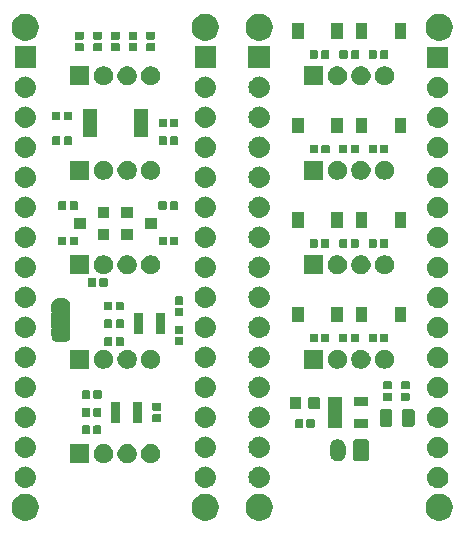
<source format=gbr>
G04 #@! TF.GenerationSoftware,KiCad,Pcbnew,(5.0.1-3-g963ef8bb5)*
G04 #@! TF.CreationDate,2019-07-31T15:24:12+02:00*
G04 #@! TF.ProjectId,StudIOT,53747564494F542E6B696361645F7063,rev?*
G04 #@! TF.SameCoordinates,Original*
G04 #@! TF.FileFunction,Soldermask,Bot*
G04 #@! TF.FilePolarity,Negative*
%FSLAX46Y46*%
G04 Gerber Fmt 4.6, Leading zero omitted, Abs format (unit mm)*
G04 Created by KiCad (PCBNEW (5.0.1-3-g963ef8bb5)) date 2019 July 31, Wednesday 15:24:12*
%MOMM*%
%LPD*%
G01*
G04 APERTURE LIST*
%ADD10C,0.100000*%
G04 APERTURE END LIST*
D10*
G36*
X127755734Y-119213232D02*
X127965202Y-119299996D01*
X128153723Y-119425962D01*
X128314038Y-119586277D01*
X128440004Y-119774798D01*
X128526768Y-119984266D01*
X128571000Y-120206635D01*
X128571000Y-120433365D01*
X128526768Y-120655734D01*
X128440004Y-120865202D01*
X128314038Y-121053723D01*
X128153723Y-121214038D01*
X127965202Y-121340004D01*
X127755734Y-121426768D01*
X127533365Y-121471000D01*
X127306635Y-121471000D01*
X127084266Y-121426768D01*
X126874798Y-121340004D01*
X126686277Y-121214038D01*
X126525962Y-121053723D01*
X126399996Y-120865202D01*
X126313232Y-120655734D01*
X126269000Y-120433365D01*
X126269000Y-120206635D01*
X126313232Y-119984266D01*
X126399996Y-119774798D01*
X126525962Y-119586277D01*
X126686277Y-119425962D01*
X126874798Y-119299996D01*
X127084266Y-119213232D01*
X127306635Y-119169000D01*
X127533365Y-119169000D01*
X127755734Y-119213232D01*
X127755734Y-119213232D01*
G37*
G36*
X112515734Y-119213232D02*
X112725202Y-119299996D01*
X112913723Y-119425962D01*
X113074038Y-119586277D01*
X113200004Y-119774798D01*
X113286768Y-119984266D01*
X113331000Y-120206635D01*
X113331000Y-120433365D01*
X113286768Y-120655734D01*
X113200004Y-120865202D01*
X113074038Y-121053723D01*
X112913723Y-121214038D01*
X112725202Y-121340004D01*
X112515734Y-121426768D01*
X112293365Y-121471000D01*
X112066635Y-121471000D01*
X111844266Y-121426768D01*
X111634798Y-121340004D01*
X111446277Y-121214038D01*
X111285962Y-121053723D01*
X111159996Y-120865202D01*
X111073232Y-120655734D01*
X111029000Y-120433365D01*
X111029000Y-120206635D01*
X111073232Y-119984266D01*
X111159996Y-119774798D01*
X111285962Y-119586277D01*
X111446277Y-119425962D01*
X111634798Y-119299996D01*
X111844266Y-119213232D01*
X112066635Y-119169000D01*
X112293365Y-119169000D01*
X112515734Y-119213232D01*
X112515734Y-119213232D01*
G37*
G36*
X107955734Y-119213232D02*
X108165202Y-119299996D01*
X108353723Y-119425962D01*
X108514038Y-119586277D01*
X108640004Y-119774798D01*
X108726768Y-119984266D01*
X108771000Y-120206635D01*
X108771000Y-120433365D01*
X108726768Y-120655734D01*
X108640004Y-120865202D01*
X108514038Y-121053723D01*
X108353723Y-121214038D01*
X108165202Y-121340004D01*
X107955734Y-121426768D01*
X107733365Y-121471000D01*
X107506635Y-121471000D01*
X107284266Y-121426768D01*
X107074798Y-121340004D01*
X106886277Y-121214038D01*
X106725962Y-121053723D01*
X106599996Y-120865202D01*
X106513232Y-120655734D01*
X106469000Y-120433365D01*
X106469000Y-120206635D01*
X106513232Y-119984266D01*
X106599996Y-119774798D01*
X106725962Y-119586277D01*
X106886277Y-119425962D01*
X107074798Y-119299996D01*
X107284266Y-119213232D01*
X107506635Y-119169000D01*
X107733365Y-119169000D01*
X107955734Y-119213232D01*
X107955734Y-119213232D01*
G37*
G36*
X92715734Y-119213232D02*
X92925202Y-119299996D01*
X93113723Y-119425962D01*
X93274038Y-119586277D01*
X93400004Y-119774798D01*
X93486768Y-119984266D01*
X93531000Y-120206635D01*
X93531000Y-120433365D01*
X93486768Y-120655734D01*
X93400004Y-120865202D01*
X93274038Y-121053723D01*
X93113723Y-121214038D01*
X92925202Y-121340004D01*
X92715734Y-121426768D01*
X92493365Y-121471000D01*
X92266635Y-121471000D01*
X92044266Y-121426768D01*
X91834798Y-121340004D01*
X91646277Y-121214038D01*
X91485962Y-121053723D01*
X91359996Y-120865202D01*
X91273232Y-120655734D01*
X91229000Y-120433365D01*
X91229000Y-120206635D01*
X91273232Y-119984266D01*
X91359996Y-119774798D01*
X91485962Y-119586277D01*
X91646277Y-119425962D01*
X91834798Y-119299996D01*
X92044266Y-119213232D01*
X92266635Y-119169000D01*
X92493365Y-119169000D01*
X92715734Y-119213232D01*
X92715734Y-119213232D01*
G37*
G36*
X127410442Y-116915518D02*
X127476627Y-116922037D01*
X127589853Y-116956384D01*
X127646467Y-116973557D01*
X127785087Y-117047652D01*
X127802991Y-117057222D01*
X127838729Y-117086552D01*
X127940186Y-117169814D01*
X128023448Y-117271271D01*
X128052778Y-117307009D01*
X128052779Y-117307011D01*
X128136443Y-117463533D01*
X128136443Y-117463534D01*
X128187963Y-117633373D01*
X128205359Y-117810000D01*
X128187963Y-117986627D01*
X128153616Y-118099853D01*
X128136443Y-118156467D01*
X128062348Y-118295087D01*
X128052778Y-118312991D01*
X128023448Y-118348729D01*
X127940186Y-118450186D01*
X127839546Y-118532778D01*
X127802991Y-118562778D01*
X127802989Y-118562779D01*
X127646467Y-118646443D01*
X127589853Y-118663616D01*
X127476627Y-118697963D01*
X127410443Y-118704481D01*
X127344260Y-118711000D01*
X127255740Y-118711000D01*
X127189557Y-118704481D01*
X127123373Y-118697963D01*
X127010147Y-118663616D01*
X126953533Y-118646443D01*
X126797011Y-118562779D01*
X126797009Y-118562778D01*
X126760454Y-118532778D01*
X126659814Y-118450186D01*
X126576552Y-118348729D01*
X126547222Y-118312991D01*
X126537652Y-118295087D01*
X126463557Y-118156467D01*
X126446384Y-118099853D01*
X126412037Y-117986627D01*
X126394641Y-117810000D01*
X126412037Y-117633373D01*
X126463557Y-117463534D01*
X126463557Y-117463533D01*
X126547221Y-117307011D01*
X126547222Y-117307009D01*
X126576552Y-117271271D01*
X126659814Y-117169814D01*
X126761271Y-117086552D01*
X126797009Y-117057222D01*
X126814913Y-117047652D01*
X126953533Y-116973557D01*
X127010147Y-116956384D01*
X127123373Y-116922037D01*
X127189558Y-116915518D01*
X127255740Y-116909000D01*
X127344260Y-116909000D01*
X127410442Y-116915518D01*
X127410442Y-116915518D01*
G37*
G36*
X112290442Y-116885518D02*
X112356627Y-116892037D01*
X112455524Y-116922037D01*
X112526467Y-116943557D01*
X112582592Y-116973557D01*
X112682991Y-117027222D01*
X112718729Y-117056552D01*
X112820186Y-117139814D01*
X112903448Y-117241271D01*
X112932778Y-117277009D01*
X112932779Y-117277011D01*
X113016443Y-117433533D01*
X113033616Y-117490147D01*
X113067963Y-117603373D01*
X113085359Y-117780000D01*
X113067963Y-117956627D01*
X113033616Y-118069853D01*
X113016443Y-118126467D01*
X113000408Y-118156466D01*
X112932778Y-118282991D01*
X112908159Y-118312989D01*
X112820186Y-118420186D01*
X112718729Y-118503448D01*
X112682991Y-118532778D01*
X112682989Y-118532779D01*
X112526467Y-118616443D01*
X112469853Y-118633616D01*
X112356627Y-118667963D01*
X112290442Y-118674482D01*
X112224260Y-118681000D01*
X112135740Y-118681000D01*
X112069558Y-118674482D01*
X112003373Y-118667963D01*
X111890147Y-118633616D01*
X111833533Y-118616443D01*
X111677011Y-118532779D01*
X111677009Y-118532778D01*
X111641271Y-118503448D01*
X111539814Y-118420186D01*
X111451841Y-118312989D01*
X111427222Y-118282991D01*
X111359592Y-118156466D01*
X111343557Y-118126467D01*
X111326384Y-118069853D01*
X111292037Y-117956627D01*
X111274641Y-117780000D01*
X111292037Y-117603373D01*
X111326384Y-117490147D01*
X111343557Y-117433533D01*
X111427221Y-117277011D01*
X111427222Y-117277009D01*
X111456552Y-117241271D01*
X111539814Y-117139814D01*
X111641271Y-117056552D01*
X111677009Y-117027222D01*
X111777408Y-116973557D01*
X111833533Y-116943557D01*
X111904476Y-116922037D01*
X112003373Y-116892037D01*
X112069558Y-116885518D01*
X112135740Y-116879000D01*
X112224260Y-116879000D01*
X112290442Y-116885518D01*
X112290442Y-116885518D01*
G37*
G36*
X107730442Y-116885518D02*
X107796627Y-116892037D01*
X107895524Y-116922037D01*
X107966467Y-116943557D01*
X108022592Y-116973557D01*
X108122991Y-117027222D01*
X108158729Y-117056552D01*
X108260186Y-117139814D01*
X108343448Y-117241271D01*
X108372778Y-117277009D01*
X108372779Y-117277011D01*
X108456443Y-117433533D01*
X108473616Y-117490147D01*
X108507963Y-117603373D01*
X108525359Y-117780000D01*
X108507963Y-117956627D01*
X108473616Y-118069853D01*
X108456443Y-118126467D01*
X108440408Y-118156466D01*
X108372778Y-118282991D01*
X108348159Y-118312989D01*
X108260186Y-118420186D01*
X108158729Y-118503448D01*
X108122991Y-118532778D01*
X108122989Y-118532779D01*
X107966467Y-118616443D01*
X107909853Y-118633616D01*
X107796627Y-118667963D01*
X107730442Y-118674482D01*
X107664260Y-118681000D01*
X107575740Y-118681000D01*
X107509558Y-118674482D01*
X107443373Y-118667963D01*
X107330147Y-118633616D01*
X107273533Y-118616443D01*
X107117011Y-118532779D01*
X107117009Y-118532778D01*
X107081271Y-118503448D01*
X106979814Y-118420186D01*
X106891841Y-118312989D01*
X106867222Y-118282991D01*
X106799592Y-118156466D01*
X106783557Y-118126467D01*
X106766384Y-118069853D01*
X106732037Y-117956627D01*
X106714641Y-117780000D01*
X106732037Y-117603373D01*
X106766384Y-117490147D01*
X106783557Y-117433533D01*
X106867221Y-117277011D01*
X106867222Y-117277009D01*
X106896552Y-117241271D01*
X106979814Y-117139814D01*
X107081271Y-117056552D01*
X107117009Y-117027222D01*
X107217408Y-116973557D01*
X107273533Y-116943557D01*
X107344476Y-116922037D01*
X107443373Y-116892037D01*
X107509558Y-116885518D01*
X107575740Y-116879000D01*
X107664260Y-116879000D01*
X107730442Y-116885518D01*
X107730442Y-116885518D01*
G37*
G36*
X92490442Y-116885518D02*
X92556627Y-116892037D01*
X92655524Y-116922037D01*
X92726467Y-116943557D01*
X92782592Y-116973557D01*
X92882991Y-117027222D01*
X92918729Y-117056552D01*
X93020186Y-117139814D01*
X93103448Y-117241271D01*
X93132778Y-117277009D01*
X93132779Y-117277011D01*
X93216443Y-117433533D01*
X93233616Y-117490147D01*
X93267963Y-117603373D01*
X93285359Y-117780000D01*
X93267963Y-117956627D01*
X93233616Y-118069853D01*
X93216443Y-118126467D01*
X93200408Y-118156466D01*
X93132778Y-118282991D01*
X93108159Y-118312989D01*
X93020186Y-118420186D01*
X92918729Y-118503448D01*
X92882991Y-118532778D01*
X92882989Y-118532779D01*
X92726467Y-118616443D01*
X92669853Y-118633616D01*
X92556627Y-118667963D01*
X92490442Y-118674482D01*
X92424260Y-118681000D01*
X92335740Y-118681000D01*
X92269558Y-118674482D01*
X92203373Y-118667963D01*
X92090147Y-118633616D01*
X92033533Y-118616443D01*
X91877011Y-118532779D01*
X91877009Y-118532778D01*
X91841271Y-118503448D01*
X91739814Y-118420186D01*
X91651841Y-118312989D01*
X91627222Y-118282991D01*
X91559592Y-118156466D01*
X91543557Y-118126467D01*
X91526384Y-118069853D01*
X91492037Y-117956627D01*
X91474641Y-117780000D01*
X91492037Y-117603373D01*
X91526384Y-117490147D01*
X91543557Y-117433533D01*
X91627221Y-117277011D01*
X91627222Y-117277009D01*
X91656552Y-117241271D01*
X91739814Y-117139814D01*
X91841271Y-117056552D01*
X91877009Y-117027222D01*
X91977408Y-116973557D01*
X92033533Y-116943557D01*
X92104476Y-116922037D01*
X92203373Y-116892037D01*
X92269558Y-116885518D01*
X92335740Y-116879000D01*
X92424260Y-116879000D01*
X92490442Y-116885518D01*
X92490442Y-116885518D01*
G37*
G36*
X103237142Y-115018242D02*
X103385102Y-115079530D01*
X103411819Y-115097382D01*
X103518257Y-115168501D01*
X103631499Y-115281743D01*
X103720471Y-115414900D01*
X103721186Y-115416627D01*
X103781758Y-115562858D01*
X103813000Y-115719925D01*
X103813000Y-115880075D01*
X103781758Y-116037142D01*
X103739804Y-116138426D01*
X103720471Y-116185100D01*
X103639929Y-116305641D01*
X103631498Y-116318258D01*
X103518258Y-116431498D01*
X103385102Y-116520470D01*
X103237142Y-116581758D01*
X103080075Y-116613000D01*
X102919925Y-116613000D01*
X102762858Y-116581758D01*
X102614898Y-116520470D01*
X102481742Y-116431498D01*
X102368502Y-116318258D01*
X102360072Y-116305641D01*
X102279529Y-116185100D01*
X102260196Y-116138426D01*
X102218242Y-116037142D01*
X102187000Y-115880075D01*
X102187000Y-115719925D01*
X102218242Y-115562858D01*
X102278814Y-115416627D01*
X102279529Y-115414900D01*
X102368501Y-115281743D01*
X102481743Y-115168501D01*
X102588181Y-115097382D01*
X102614898Y-115079530D01*
X102762858Y-115018242D01*
X102919925Y-114987000D01*
X103080075Y-114987000D01*
X103237142Y-115018242D01*
X103237142Y-115018242D01*
G37*
G36*
X99237142Y-115018242D02*
X99385102Y-115079530D01*
X99411819Y-115097382D01*
X99518257Y-115168501D01*
X99631499Y-115281743D01*
X99720471Y-115414900D01*
X99721186Y-115416627D01*
X99781758Y-115562858D01*
X99813000Y-115719925D01*
X99813000Y-115880075D01*
X99781758Y-116037142D01*
X99739804Y-116138426D01*
X99720471Y-116185100D01*
X99639929Y-116305641D01*
X99631498Y-116318258D01*
X99518258Y-116431498D01*
X99385102Y-116520470D01*
X99237142Y-116581758D01*
X99080075Y-116613000D01*
X98919925Y-116613000D01*
X98762858Y-116581758D01*
X98614898Y-116520470D01*
X98481742Y-116431498D01*
X98368502Y-116318258D01*
X98360072Y-116305641D01*
X98279529Y-116185100D01*
X98260196Y-116138426D01*
X98218242Y-116037142D01*
X98187000Y-115880075D01*
X98187000Y-115719925D01*
X98218242Y-115562858D01*
X98278814Y-115416627D01*
X98279529Y-115414900D01*
X98368501Y-115281743D01*
X98481743Y-115168501D01*
X98588181Y-115097382D01*
X98614898Y-115079530D01*
X98762858Y-115018242D01*
X98919925Y-114987000D01*
X99080075Y-114987000D01*
X99237142Y-115018242D01*
X99237142Y-115018242D01*
G37*
G36*
X97813000Y-116613000D02*
X96187000Y-116613000D01*
X96187000Y-114987000D01*
X97813000Y-114987000D01*
X97813000Y-116613000D01*
X97813000Y-116613000D01*
G37*
G36*
X101237142Y-115018242D02*
X101385102Y-115079530D01*
X101411819Y-115097382D01*
X101518257Y-115168501D01*
X101631499Y-115281743D01*
X101720471Y-115414900D01*
X101721186Y-115416627D01*
X101781758Y-115562858D01*
X101813000Y-115719925D01*
X101813000Y-115880075D01*
X101781758Y-116037142D01*
X101739804Y-116138426D01*
X101720471Y-116185100D01*
X101639929Y-116305641D01*
X101631498Y-116318258D01*
X101518258Y-116431498D01*
X101385102Y-116520470D01*
X101237142Y-116581758D01*
X101080075Y-116613000D01*
X100919925Y-116613000D01*
X100762858Y-116581758D01*
X100614898Y-116520470D01*
X100481742Y-116431498D01*
X100368502Y-116318258D01*
X100360072Y-116305641D01*
X100279529Y-116185100D01*
X100260196Y-116138426D01*
X100218242Y-116037142D01*
X100187000Y-115880075D01*
X100187000Y-115719925D01*
X100218242Y-115562858D01*
X100278814Y-115416627D01*
X100279529Y-115414900D01*
X100368501Y-115281743D01*
X100481743Y-115168501D01*
X100588181Y-115097382D01*
X100614898Y-115079530D01*
X100762858Y-115018242D01*
X100919925Y-114987000D01*
X101080075Y-114987000D01*
X101237142Y-115018242D01*
X101237142Y-115018242D01*
G37*
G36*
X118977618Y-114583420D02*
X119058130Y-114607843D01*
X119100333Y-114620645D01*
X119161463Y-114653320D01*
X119213426Y-114681095D01*
X119312553Y-114762447D01*
X119393905Y-114861574D01*
X119393906Y-114861576D01*
X119454355Y-114974667D01*
X119454355Y-114974668D01*
X119491580Y-115097382D01*
X119501000Y-115193027D01*
X119501000Y-115806973D01*
X119491580Y-115902618D01*
X119489284Y-115910186D01*
X119454355Y-116025333D01*
X119448042Y-116037143D01*
X119393905Y-116138426D01*
X119312553Y-116237553D01*
X119213425Y-116318905D01*
X119161462Y-116346680D01*
X119100332Y-116379355D01*
X119059426Y-116391763D01*
X118977617Y-116416580D01*
X118850000Y-116429149D01*
X118722382Y-116416580D01*
X118640573Y-116391763D01*
X118599667Y-116379355D01*
X118486576Y-116318906D01*
X118486574Y-116318905D01*
X118387447Y-116237553D01*
X118306095Y-116138425D01*
X118272965Y-116076443D01*
X118245645Y-116025332D01*
X118233237Y-115984426D01*
X118208420Y-115902617D01*
X118199000Y-115806972D01*
X118199000Y-115193027D01*
X118208420Y-115097382D01*
X118245645Y-114974668D01*
X118245645Y-114974667D01*
X118272977Y-114923533D01*
X118306095Y-114861574D01*
X118387448Y-114762447D01*
X118486575Y-114681095D01*
X118538538Y-114653320D01*
X118599668Y-114620645D01*
X118641871Y-114607843D01*
X118722383Y-114583420D01*
X118850000Y-114570851D01*
X118977618Y-114583420D01*
X118977618Y-114583420D01*
G37*
G36*
X121291656Y-114578394D02*
X121328653Y-114589617D01*
X121362752Y-114607843D01*
X121392633Y-114632367D01*
X121417157Y-114662248D01*
X121435383Y-114696347D01*
X121446606Y-114733344D01*
X121451000Y-114777957D01*
X121451000Y-116222043D01*
X121446606Y-116266656D01*
X121435383Y-116303653D01*
X121417157Y-116337752D01*
X121392633Y-116367633D01*
X121362752Y-116392157D01*
X121328653Y-116410383D01*
X121291656Y-116421606D01*
X121247043Y-116426000D01*
X120352957Y-116426000D01*
X120308344Y-116421606D01*
X120271347Y-116410383D01*
X120237248Y-116392157D01*
X120207367Y-116367633D01*
X120182843Y-116337752D01*
X120164617Y-116303653D01*
X120153394Y-116266656D01*
X120149000Y-116222043D01*
X120149000Y-114777957D01*
X120153394Y-114733344D01*
X120164617Y-114696347D01*
X120182843Y-114662248D01*
X120207367Y-114632367D01*
X120237248Y-114607843D01*
X120271347Y-114589617D01*
X120308344Y-114578394D01*
X120352957Y-114574000D01*
X121247043Y-114574000D01*
X121291656Y-114578394D01*
X121291656Y-114578394D01*
G37*
G36*
X127410442Y-114375518D02*
X127476627Y-114382037D01*
X127589853Y-114416384D01*
X127646467Y-114433557D01*
X127785087Y-114507652D01*
X127802991Y-114517222D01*
X127838729Y-114546552D01*
X127940186Y-114629814D01*
X127994787Y-114696347D01*
X128052778Y-114767009D01*
X128052779Y-114767011D01*
X128136443Y-114923533D01*
X128136443Y-114923534D01*
X128187963Y-115093373D01*
X128205359Y-115270000D01*
X128187963Y-115446627D01*
X128153616Y-115559853D01*
X128136443Y-115616467D01*
X128062348Y-115755087D01*
X128052778Y-115772991D01*
X128024890Y-115806972D01*
X127940186Y-115910186D01*
X127839546Y-115992778D01*
X127802991Y-116022778D01*
X127802989Y-116022779D01*
X127646467Y-116106443D01*
X127589853Y-116123616D01*
X127476627Y-116157963D01*
X127410442Y-116164482D01*
X127344260Y-116171000D01*
X127255740Y-116171000D01*
X127189558Y-116164482D01*
X127123373Y-116157963D01*
X127010147Y-116123616D01*
X126953533Y-116106443D01*
X126797011Y-116022779D01*
X126797009Y-116022778D01*
X126760454Y-115992778D01*
X126659814Y-115910186D01*
X126575110Y-115806972D01*
X126547222Y-115772991D01*
X126537652Y-115755087D01*
X126463557Y-115616467D01*
X126446384Y-115559853D01*
X126412037Y-115446627D01*
X126394641Y-115270000D01*
X126412037Y-115093373D01*
X126463557Y-114923534D01*
X126463557Y-114923533D01*
X126547221Y-114767011D01*
X126547222Y-114767009D01*
X126605213Y-114696347D01*
X126659814Y-114629814D01*
X126761271Y-114546552D01*
X126797009Y-114517222D01*
X126814913Y-114507652D01*
X126953533Y-114433557D01*
X127010147Y-114416384D01*
X127123373Y-114382037D01*
X127189558Y-114375518D01*
X127255740Y-114369000D01*
X127344260Y-114369000D01*
X127410442Y-114375518D01*
X127410442Y-114375518D01*
G37*
G36*
X92490443Y-114345519D02*
X92556627Y-114352037D01*
X92655524Y-114382037D01*
X92726467Y-114403557D01*
X92782592Y-114433557D01*
X92882991Y-114487222D01*
X92918729Y-114516552D01*
X93020186Y-114599814D01*
X93097776Y-114694359D01*
X93132778Y-114737009D01*
X93132779Y-114737011D01*
X93216443Y-114893533D01*
X93233616Y-114950147D01*
X93267963Y-115063373D01*
X93285359Y-115240000D01*
X93267963Y-115416627D01*
X93233616Y-115529853D01*
X93216443Y-115586467D01*
X93200408Y-115616466D01*
X93132778Y-115742991D01*
X93108159Y-115772989D01*
X93020186Y-115880186D01*
X92918729Y-115963448D01*
X92882991Y-115992778D01*
X92882989Y-115992779D01*
X92726467Y-116076443D01*
X92669853Y-116093616D01*
X92556627Y-116127963D01*
X92490442Y-116134482D01*
X92424260Y-116141000D01*
X92335740Y-116141000D01*
X92269558Y-116134482D01*
X92203373Y-116127963D01*
X92090147Y-116093616D01*
X92033533Y-116076443D01*
X91877011Y-115992779D01*
X91877009Y-115992778D01*
X91841271Y-115963448D01*
X91739814Y-115880186D01*
X91651841Y-115772989D01*
X91627222Y-115742991D01*
X91559592Y-115616466D01*
X91543557Y-115586467D01*
X91526384Y-115529853D01*
X91492037Y-115416627D01*
X91474641Y-115240000D01*
X91492037Y-115063373D01*
X91526384Y-114950147D01*
X91543557Y-114893533D01*
X91627221Y-114737011D01*
X91627222Y-114737009D01*
X91662224Y-114694359D01*
X91739814Y-114599814D01*
X91841271Y-114516552D01*
X91877009Y-114487222D01*
X91977408Y-114433557D01*
X92033533Y-114403557D01*
X92104476Y-114382037D01*
X92203373Y-114352037D01*
X92269557Y-114345519D01*
X92335740Y-114339000D01*
X92424260Y-114339000D01*
X92490443Y-114345519D01*
X92490443Y-114345519D01*
G37*
G36*
X112290443Y-114345519D02*
X112356627Y-114352037D01*
X112455524Y-114382037D01*
X112526467Y-114403557D01*
X112582592Y-114433557D01*
X112682991Y-114487222D01*
X112718729Y-114516552D01*
X112820186Y-114599814D01*
X112897776Y-114694359D01*
X112932778Y-114737009D01*
X112932779Y-114737011D01*
X113016443Y-114893533D01*
X113033616Y-114950147D01*
X113067963Y-115063373D01*
X113085359Y-115240000D01*
X113067963Y-115416627D01*
X113033616Y-115529853D01*
X113016443Y-115586467D01*
X113000408Y-115616466D01*
X112932778Y-115742991D01*
X112908159Y-115772989D01*
X112820186Y-115880186D01*
X112718729Y-115963448D01*
X112682991Y-115992778D01*
X112682989Y-115992779D01*
X112526467Y-116076443D01*
X112469853Y-116093616D01*
X112356627Y-116127963D01*
X112290442Y-116134482D01*
X112224260Y-116141000D01*
X112135740Y-116141000D01*
X112069558Y-116134482D01*
X112003373Y-116127963D01*
X111890147Y-116093616D01*
X111833533Y-116076443D01*
X111677011Y-115992779D01*
X111677009Y-115992778D01*
X111641271Y-115963448D01*
X111539814Y-115880186D01*
X111451841Y-115772989D01*
X111427222Y-115742991D01*
X111359592Y-115616466D01*
X111343557Y-115586467D01*
X111326384Y-115529853D01*
X111292037Y-115416627D01*
X111274641Y-115240000D01*
X111292037Y-115063373D01*
X111326384Y-114950147D01*
X111343557Y-114893533D01*
X111427221Y-114737011D01*
X111427222Y-114737009D01*
X111462224Y-114694359D01*
X111539814Y-114599814D01*
X111641271Y-114516552D01*
X111677009Y-114487222D01*
X111777408Y-114433557D01*
X111833533Y-114403557D01*
X111904476Y-114382037D01*
X112003373Y-114352037D01*
X112069557Y-114345519D01*
X112135740Y-114339000D01*
X112224260Y-114339000D01*
X112290443Y-114345519D01*
X112290443Y-114345519D01*
G37*
G36*
X107730443Y-114345519D02*
X107796627Y-114352037D01*
X107895524Y-114382037D01*
X107966467Y-114403557D01*
X108022592Y-114433557D01*
X108122991Y-114487222D01*
X108158729Y-114516552D01*
X108260186Y-114599814D01*
X108337776Y-114694359D01*
X108372778Y-114737009D01*
X108372779Y-114737011D01*
X108456443Y-114893533D01*
X108473616Y-114950147D01*
X108507963Y-115063373D01*
X108525359Y-115240000D01*
X108507963Y-115416627D01*
X108473616Y-115529853D01*
X108456443Y-115586467D01*
X108440408Y-115616466D01*
X108372778Y-115742991D01*
X108348159Y-115772989D01*
X108260186Y-115880186D01*
X108158729Y-115963448D01*
X108122991Y-115992778D01*
X108122989Y-115992779D01*
X107966467Y-116076443D01*
X107909853Y-116093616D01*
X107796627Y-116127963D01*
X107730442Y-116134482D01*
X107664260Y-116141000D01*
X107575740Y-116141000D01*
X107509558Y-116134482D01*
X107443373Y-116127963D01*
X107330147Y-116093616D01*
X107273533Y-116076443D01*
X107117011Y-115992779D01*
X107117009Y-115992778D01*
X107081271Y-115963448D01*
X106979814Y-115880186D01*
X106891841Y-115772989D01*
X106867222Y-115742991D01*
X106799592Y-115616466D01*
X106783557Y-115586467D01*
X106766384Y-115529853D01*
X106732037Y-115416627D01*
X106714641Y-115240000D01*
X106732037Y-115063373D01*
X106766384Y-114950147D01*
X106783557Y-114893533D01*
X106867221Y-114737011D01*
X106867222Y-114737009D01*
X106902224Y-114694359D01*
X106979814Y-114599814D01*
X107081271Y-114516552D01*
X107117009Y-114487222D01*
X107217408Y-114433557D01*
X107273533Y-114403557D01*
X107344476Y-114382037D01*
X107443373Y-114352037D01*
X107509557Y-114345519D01*
X107575740Y-114339000D01*
X107664260Y-114339000D01*
X107730443Y-114345519D01*
X107730443Y-114345519D01*
G37*
G36*
X98741938Y-113413616D02*
X98762556Y-113419870D01*
X98781556Y-113430026D01*
X98798208Y-113443692D01*
X98811874Y-113460344D01*
X98822030Y-113479344D01*
X98828284Y-113499962D01*
X98831000Y-113527540D01*
X98831000Y-114036260D01*
X98828284Y-114063838D01*
X98822030Y-114084456D01*
X98811874Y-114103456D01*
X98798208Y-114120108D01*
X98781556Y-114133774D01*
X98762556Y-114143930D01*
X98741938Y-114150184D01*
X98714360Y-114152900D01*
X98255640Y-114152900D01*
X98228062Y-114150184D01*
X98207444Y-114143930D01*
X98188444Y-114133774D01*
X98171792Y-114120108D01*
X98158126Y-114103456D01*
X98147970Y-114084456D01*
X98141716Y-114063838D01*
X98139000Y-114036260D01*
X98139000Y-113527540D01*
X98141716Y-113499962D01*
X98147970Y-113479344D01*
X98158126Y-113460344D01*
X98171792Y-113443692D01*
X98188444Y-113430026D01*
X98207444Y-113419870D01*
X98228062Y-113413616D01*
X98255640Y-113410900D01*
X98714360Y-113410900D01*
X98741938Y-113413616D01*
X98741938Y-113413616D01*
G37*
G36*
X97771938Y-113413616D02*
X97792556Y-113419870D01*
X97811556Y-113430026D01*
X97828208Y-113443692D01*
X97841874Y-113460344D01*
X97852030Y-113479344D01*
X97858284Y-113499962D01*
X97861000Y-113527540D01*
X97861000Y-114036260D01*
X97858284Y-114063838D01*
X97852030Y-114084456D01*
X97841874Y-114103456D01*
X97828208Y-114120108D01*
X97811556Y-114133774D01*
X97792556Y-114143930D01*
X97771938Y-114150184D01*
X97744360Y-114152900D01*
X97285640Y-114152900D01*
X97258062Y-114150184D01*
X97237444Y-114143930D01*
X97218444Y-114133774D01*
X97201792Y-114120108D01*
X97188126Y-114103456D01*
X97177970Y-114084456D01*
X97171716Y-114063838D01*
X97169000Y-114036260D01*
X97169000Y-113527540D01*
X97171716Y-113499962D01*
X97177970Y-113479344D01*
X97188126Y-113460344D01*
X97201792Y-113443692D01*
X97218444Y-113430026D01*
X97237444Y-113419870D01*
X97258062Y-113413616D01*
X97285640Y-113410900D01*
X97744360Y-113410900D01*
X97771938Y-113413616D01*
X97771938Y-113413616D01*
G37*
G36*
X127410442Y-111835518D02*
X127476627Y-111842037D01*
X127586017Y-111875220D01*
X127646467Y-111893557D01*
X127767321Y-111958156D01*
X127802991Y-111977222D01*
X127824491Y-111994867D01*
X127940186Y-112089814D01*
X128023448Y-112191271D01*
X128052778Y-112227009D01*
X128052779Y-112227011D01*
X128136443Y-112383533D01*
X128136443Y-112383534D01*
X128187963Y-112553373D01*
X128205359Y-112730000D01*
X128187963Y-112906627D01*
X128175581Y-112947444D01*
X128136443Y-113076467D01*
X128062348Y-113215087D01*
X128052778Y-113232991D01*
X128023448Y-113268729D01*
X127940186Y-113370186D01*
X127855095Y-113440017D01*
X127802991Y-113482778D01*
X127802989Y-113482779D01*
X127646467Y-113566443D01*
X127633656Y-113570329D01*
X127476627Y-113617963D01*
X127410442Y-113624482D01*
X127344260Y-113631000D01*
X127255740Y-113631000D01*
X127189558Y-113624482D01*
X127123373Y-113617963D01*
X126966344Y-113570329D01*
X126953533Y-113566443D01*
X126797011Y-113482779D01*
X126797009Y-113482778D01*
X126744905Y-113440017D01*
X126659814Y-113370186D01*
X126576552Y-113268729D01*
X126547222Y-113232991D01*
X126537652Y-113215087D01*
X126463557Y-113076467D01*
X126424419Y-112947444D01*
X126412037Y-112906627D01*
X126394641Y-112730000D01*
X126412037Y-112553373D01*
X126463557Y-112383534D01*
X126463557Y-112383533D01*
X126547221Y-112227011D01*
X126547222Y-112227009D01*
X126576552Y-112191271D01*
X126659814Y-112089814D01*
X126775509Y-111994867D01*
X126797009Y-111977222D01*
X126832679Y-111958156D01*
X126953533Y-111893557D01*
X127013983Y-111875220D01*
X127123373Y-111842037D01*
X127189558Y-111835518D01*
X127255740Y-111829000D01*
X127344260Y-111829000D01*
X127410442Y-111835518D01*
X127410442Y-111835518D01*
G37*
G36*
X121381000Y-113626000D02*
X120219000Y-113626000D01*
X120219000Y-112874000D01*
X121381000Y-112874000D01*
X121381000Y-113626000D01*
X121381000Y-113626000D01*
G37*
G36*
X119181000Y-113626000D02*
X118019000Y-113626000D01*
X118019000Y-110974000D01*
X119181000Y-110974000D01*
X119181000Y-113626000D01*
X119181000Y-113626000D01*
G37*
G36*
X116791938Y-112881716D02*
X116812556Y-112887970D01*
X116831556Y-112898126D01*
X116848208Y-112911792D01*
X116861874Y-112928444D01*
X116872030Y-112947444D01*
X116878284Y-112968062D01*
X116881000Y-112995640D01*
X116881000Y-113504360D01*
X116878284Y-113531938D01*
X116872030Y-113552556D01*
X116861874Y-113571556D01*
X116848208Y-113588208D01*
X116831556Y-113601874D01*
X116812556Y-113612030D01*
X116791938Y-113618284D01*
X116764360Y-113621000D01*
X116305640Y-113621000D01*
X116278062Y-113618284D01*
X116257444Y-113612030D01*
X116238444Y-113601874D01*
X116221792Y-113588208D01*
X116208126Y-113571556D01*
X116197970Y-113552556D01*
X116191716Y-113531938D01*
X116189000Y-113504360D01*
X116189000Y-112995640D01*
X116191716Y-112968062D01*
X116197970Y-112947444D01*
X116208126Y-112928444D01*
X116221792Y-112911792D01*
X116238444Y-112898126D01*
X116257444Y-112887970D01*
X116278062Y-112881716D01*
X116305640Y-112879000D01*
X116764360Y-112879000D01*
X116791938Y-112881716D01*
X116791938Y-112881716D01*
G37*
G36*
X115821938Y-112881716D02*
X115842556Y-112887970D01*
X115861556Y-112898126D01*
X115878208Y-112911792D01*
X115891874Y-112928444D01*
X115902030Y-112947444D01*
X115908284Y-112968062D01*
X115911000Y-112995640D01*
X115911000Y-113504360D01*
X115908284Y-113531938D01*
X115902030Y-113552556D01*
X115891874Y-113571556D01*
X115878208Y-113588208D01*
X115861556Y-113601874D01*
X115842556Y-113612030D01*
X115821938Y-113618284D01*
X115794360Y-113621000D01*
X115335640Y-113621000D01*
X115308062Y-113618284D01*
X115287444Y-113612030D01*
X115268444Y-113601874D01*
X115251792Y-113588208D01*
X115238126Y-113571556D01*
X115227970Y-113552556D01*
X115221716Y-113531938D01*
X115219000Y-113504360D01*
X115219000Y-112995640D01*
X115221716Y-112968062D01*
X115227970Y-112947444D01*
X115238126Y-112928444D01*
X115251792Y-112911792D01*
X115268444Y-112898126D01*
X115287444Y-112887970D01*
X115308062Y-112881716D01*
X115335640Y-112879000D01*
X115794360Y-112879000D01*
X115821938Y-112881716D01*
X115821938Y-112881716D01*
G37*
G36*
X112290442Y-111805518D02*
X112356627Y-111812037D01*
X112442578Y-111838110D01*
X112526467Y-111863557D01*
X112620031Y-111913569D01*
X112682991Y-111947222D01*
X112696314Y-111958156D01*
X112820186Y-112059814D01*
X112900498Y-112157676D01*
X112932778Y-112197009D01*
X112932779Y-112197011D01*
X113016443Y-112353533D01*
X113033616Y-112410147D01*
X113067963Y-112523373D01*
X113085359Y-112700000D01*
X113067963Y-112876627D01*
X113034847Y-112985796D01*
X113016443Y-113046467D01*
X112976053Y-113122030D01*
X112932778Y-113202991D01*
X112909176Y-113231750D01*
X112820186Y-113340186D01*
X112718729Y-113423448D01*
X112682991Y-113452778D01*
X112682989Y-113452779D01*
X112526467Y-113536443D01*
X112469853Y-113553616D01*
X112356627Y-113587963D01*
X112290443Y-113594481D01*
X112224260Y-113601000D01*
X112135740Y-113601000D01*
X112069557Y-113594481D01*
X112003373Y-113587963D01*
X111890147Y-113553616D01*
X111833533Y-113536443D01*
X111677011Y-113452779D01*
X111677009Y-113452778D01*
X111641271Y-113423448D01*
X111539814Y-113340186D01*
X111450824Y-113231750D01*
X111427222Y-113202991D01*
X111383947Y-113122030D01*
X111343557Y-113046467D01*
X111325153Y-112985796D01*
X111292037Y-112876627D01*
X111274641Y-112700000D01*
X111292037Y-112523373D01*
X111326384Y-112410147D01*
X111343557Y-112353533D01*
X111427221Y-112197011D01*
X111427222Y-112197009D01*
X111459502Y-112157676D01*
X111539814Y-112059814D01*
X111663686Y-111958156D01*
X111677009Y-111947222D01*
X111739969Y-111913569D01*
X111833533Y-111863557D01*
X111917422Y-111838110D01*
X112003373Y-111812037D01*
X112069558Y-111805518D01*
X112135740Y-111799000D01*
X112224260Y-111799000D01*
X112290442Y-111805518D01*
X112290442Y-111805518D01*
G37*
G36*
X107730442Y-111805518D02*
X107796627Y-111812037D01*
X107882578Y-111838110D01*
X107966467Y-111863557D01*
X108060031Y-111913569D01*
X108122991Y-111947222D01*
X108136314Y-111958156D01*
X108260186Y-112059814D01*
X108340498Y-112157676D01*
X108372778Y-112197009D01*
X108372779Y-112197011D01*
X108456443Y-112353533D01*
X108473616Y-112410147D01*
X108507963Y-112523373D01*
X108525359Y-112700000D01*
X108507963Y-112876627D01*
X108474847Y-112985796D01*
X108456443Y-113046467D01*
X108416053Y-113122030D01*
X108372778Y-113202991D01*
X108349176Y-113231750D01*
X108260186Y-113340186D01*
X108158729Y-113423448D01*
X108122991Y-113452778D01*
X108122989Y-113452779D01*
X107966467Y-113536443D01*
X107909853Y-113553616D01*
X107796627Y-113587963D01*
X107730443Y-113594481D01*
X107664260Y-113601000D01*
X107575740Y-113601000D01*
X107509557Y-113594481D01*
X107443373Y-113587963D01*
X107330147Y-113553616D01*
X107273533Y-113536443D01*
X107117011Y-113452779D01*
X107117009Y-113452778D01*
X107081271Y-113423448D01*
X106979814Y-113340186D01*
X106890824Y-113231750D01*
X106867222Y-113202991D01*
X106823947Y-113122030D01*
X106783557Y-113046467D01*
X106765153Y-112985796D01*
X106732037Y-112876627D01*
X106714641Y-112700000D01*
X106732037Y-112523373D01*
X106766384Y-112410147D01*
X106783557Y-112353533D01*
X106867221Y-112197011D01*
X106867222Y-112197009D01*
X106899502Y-112157676D01*
X106979814Y-112059814D01*
X107103686Y-111958156D01*
X107117009Y-111947222D01*
X107179969Y-111913569D01*
X107273533Y-111863557D01*
X107357422Y-111838110D01*
X107443373Y-111812037D01*
X107509558Y-111805518D01*
X107575740Y-111799000D01*
X107664260Y-111799000D01*
X107730442Y-111805518D01*
X107730442Y-111805518D01*
G37*
G36*
X92490442Y-111805518D02*
X92556627Y-111812037D01*
X92642578Y-111838110D01*
X92726467Y-111863557D01*
X92820031Y-111913569D01*
X92882991Y-111947222D01*
X92896314Y-111958156D01*
X93020186Y-112059814D01*
X93100498Y-112157676D01*
X93132778Y-112197009D01*
X93132779Y-112197011D01*
X93216443Y-112353533D01*
X93233616Y-112410147D01*
X93267963Y-112523373D01*
X93285359Y-112700000D01*
X93267963Y-112876627D01*
X93234847Y-112985796D01*
X93216443Y-113046467D01*
X93176053Y-113122030D01*
X93132778Y-113202991D01*
X93109176Y-113231750D01*
X93020186Y-113340186D01*
X92918729Y-113423448D01*
X92882991Y-113452778D01*
X92882989Y-113452779D01*
X92726467Y-113536443D01*
X92669853Y-113553616D01*
X92556627Y-113587963D01*
X92490443Y-113594481D01*
X92424260Y-113601000D01*
X92335740Y-113601000D01*
X92269557Y-113594481D01*
X92203373Y-113587963D01*
X92090147Y-113553616D01*
X92033533Y-113536443D01*
X91877011Y-113452779D01*
X91877009Y-113452778D01*
X91841271Y-113423448D01*
X91739814Y-113340186D01*
X91650824Y-113231750D01*
X91627222Y-113202991D01*
X91583947Y-113122030D01*
X91543557Y-113046467D01*
X91525153Y-112985796D01*
X91492037Y-112876627D01*
X91474641Y-112700000D01*
X91492037Y-112523373D01*
X91526384Y-112410147D01*
X91543557Y-112353533D01*
X91627221Y-112197011D01*
X91627222Y-112197009D01*
X91659502Y-112157676D01*
X91739814Y-112059814D01*
X91863686Y-111958156D01*
X91877009Y-111947222D01*
X91939969Y-111913569D01*
X92033533Y-111863557D01*
X92117422Y-111838110D01*
X92203373Y-111812037D01*
X92269558Y-111805518D01*
X92335740Y-111799000D01*
X92424260Y-111799000D01*
X92490442Y-111805518D01*
X92490442Y-111805518D01*
G37*
G36*
X125171966Y-112003565D02*
X125210637Y-112015296D01*
X125246279Y-112034348D01*
X125277517Y-112059983D01*
X125303152Y-112091221D01*
X125322204Y-112126863D01*
X125333935Y-112165534D01*
X125338500Y-112211888D01*
X125338500Y-113288112D01*
X125333935Y-113334466D01*
X125322204Y-113373137D01*
X125303152Y-113408779D01*
X125277517Y-113440017D01*
X125246279Y-113465652D01*
X125210637Y-113484704D01*
X125171966Y-113496435D01*
X125125612Y-113501000D01*
X124474388Y-113501000D01*
X124428034Y-113496435D01*
X124389363Y-113484704D01*
X124353721Y-113465652D01*
X124322483Y-113440017D01*
X124296848Y-113408779D01*
X124277796Y-113373137D01*
X124266065Y-113334466D01*
X124261500Y-113288112D01*
X124261500Y-112211888D01*
X124266065Y-112165534D01*
X124277796Y-112126863D01*
X124296848Y-112091221D01*
X124322483Y-112059983D01*
X124353721Y-112034348D01*
X124389363Y-112015296D01*
X124428034Y-112003565D01*
X124474388Y-111999000D01*
X125125612Y-111999000D01*
X125171966Y-112003565D01*
X125171966Y-112003565D01*
G37*
G36*
X123296966Y-112003565D02*
X123335637Y-112015296D01*
X123371279Y-112034348D01*
X123402517Y-112059983D01*
X123428152Y-112091221D01*
X123447204Y-112126863D01*
X123458935Y-112165534D01*
X123463500Y-112211888D01*
X123463500Y-113288112D01*
X123458935Y-113334466D01*
X123447204Y-113373137D01*
X123428152Y-113408779D01*
X123402517Y-113440017D01*
X123371279Y-113465652D01*
X123335637Y-113484704D01*
X123296966Y-113496435D01*
X123250612Y-113501000D01*
X122599388Y-113501000D01*
X122553034Y-113496435D01*
X122514363Y-113484704D01*
X122478721Y-113465652D01*
X122447483Y-113440017D01*
X122421848Y-113408779D01*
X122402796Y-113373137D01*
X122391065Y-113334466D01*
X122386500Y-113288112D01*
X122386500Y-112211888D01*
X122391065Y-112165534D01*
X122402796Y-112126863D01*
X122421848Y-112091221D01*
X122447483Y-112059983D01*
X122478721Y-112034348D01*
X122514363Y-112015296D01*
X122553034Y-112003565D01*
X122599388Y-111999000D01*
X123250612Y-111999000D01*
X123296966Y-112003565D01*
X123296966Y-112003565D01*
G37*
G36*
X102276000Y-113201000D02*
X101524000Y-113201000D01*
X101524000Y-111399000D01*
X102276000Y-111399000D01*
X102276000Y-113201000D01*
X102276000Y-113201000D01*
G37*
G36*
X100376000Y-113201000D02*
X99624000Y-113201000D01*
X99624000Y-111399000D01*
X100376000Y-111399000D01*
X100376000Y-113201000D01*
X100376000Y-113201000D01*
G37*
G36*
X103781938Y-112441716D02*
X103802556Y-112447970D01*
X103821556Y-112458126D01*
X103838208Y-112471792D01*
X103851874Y-112488444D01*
X103862030Y-112507444D01*
X103868284Y-112528062D01*
X103871000Y-112555640D01*
X103871000Y-113014360D01*
X103868284Y-113041938D01*
X103862030Y-113062556D01*
X103851874Y-113081556D01*
X103838208Y-113098208D01*
X103821556Y-113111874D01*
X103802556Y-113122030D01*
X103781938Y-113128284D01*
X103754360Y-113131000D01*
X103245640Y-113131000D01*
X103218062Y-113128284D01*
X103197444Y-113122030D01*
X103178444Y-113111874D01*
X103161792Y-113098208D01*
X103148126Y-113081556D01*
X103137970Y-113062556D01*
X103131716Y-113041938D01*
X103129000Y-113014360D01*
X103129000Y-112555640D01*
X103131716Y-112528062D01*
X103137970Y-112507444D01*
X103148126Y-112488444D01*
X103161792Y-112471792D01*
X103178444Y-112458126D01*
X103197444Y-112447970D01*
X103218062Y-112441716D01*
X103245640Y-112439000D01*
X103754360Y-112439000D01*
X103781938Y-112441716D01*
X103781938Y-112441716D01*
G37*
G36*
X98741938Y-111931716D02*
X98762556Y-111937970D01*
X98781556Y-111948126D01*
X98798208Y-111961792D01*
X98811874Y-111978444D01*
X98822030Y-111997444D01*
X98828284Y-112018062D01*
X98831000Y-112045640D01*
X98831000Y-112554360D01*
X98828284Y-112581938D01*
X98822030Y-112602556D01*
X98811874Y-112621556D01*
X98798208Y-112638208D01*
X98781556Y-112651874D01*
X98762556Y-112662030D01*
X98741938Y-112668284D01*
X98714360Y-112671000D01*
X98255640Y-112671000D01*
X98228062Y-112668284D01*
X98207444Y-112662030D01*
X98188444Y-112651874D01*
X98171792Y-112638208D01*
X98158126Y-112621556D01*
X98147970Y-112602556D01*
X98141716Y-112581938D01*
X98139000Y-112554360D01*
X98139000Y-112045640D01*
X98141716Y-112018062D01*
X98147970Y-111997444D01*
X98158126Y-111978444D01*
X98171792Y-111961792D01*
X98188444Y-111948126D01*
X98207444Y-111937970D01*
X98228062Y-111931716D01*
X98255640Y-111929000D01*
X98714360Y-111929000D01*
X98741938Y-111931716D01*
X98741938Y-111931716D01*
G37*
G36*
X97771938Y-111931716D02*
X97792556Y-111937970D01*
X97811556Y-111948126D01*
X97828208Y-111961792D01*
X97841874Y-111978444D01*
X97852030Y-111997444D01*
X97858284Y-112018062D01*
X97861000Y-112045640D01*
X97861000Y-112554360D01*
X97858284Y-112581938D01*
X97852030Y-112602556D01*
X97841874Y-112621556D01*
X97828208Y-112638208D01*
X97811556Y-112651874D01*
X97792556Y-112662030D01*
X97771938Y-112668284D01*
X97744360Y-112671000D01*
X97285640Y-112671000D01*
X97258062Y-112668284D01*
X97237444Y-112662030D01*
X97218444Y-112651874D01*
X97201792Y-112638208D01*
X97188126Y-112621556D01*
X97177970Y-112602556D01*
X97171716Y-112581938D01*
X97169000Y-112554360D01*
X97169000Y-112045640D01*
X97171716Y-112018062D01*
X97177970Y-111997444D01*
X97188126Y-111978444D01*
X97201792Y-111961792D01*
X97218444Y-111948126D01*
X97237444Y-111937970D01*
X97258062Y-111931716D01*
X97285640Y-111929000D01*
X97744360Y-111929000D01*
X97771938Y-111931716D01*
X97771938Y-111931716D01*
G37*
G36*
X103781938Y-111471716D02*
X103802556Y-111477970D01*
X103821556Y-111488126D01*
X103838208Y-111501792D01*
X103851874Y-111518444D01*
X103862030Y-111537444D01*
X103868284Y-111558062D01*
X103871000Y-111585640D01*
X103871000Y-112044360D01*
X103868284Y-112071938D01*
X103862030Y-112092556D01*
X103851874Y-112111556D01*
X103838208Y-112128208D01*
X103821556Y-112141874D01*
X103802556Y-112152030D01*
X103781938Y-112158284D01*
X103754360Y-112161000D01*
X103245640Y-112161000D01*
X103218062Y-112158284D01*
X103197444Y-112152030D01*
X103178444Y-112141874D01*
X103161792Y-112128208D01*
X103148126Y-112111556D01*
X103137970Y-112092556D01*
X103131716Y-112071938D01*
X103129000Y-112044360D01*
X103129000Y-111585640D01*
X103131716Y-111558062D01*
X103137970Y-111537444D01*
X103148126Y-111518444D01*
X103161792Y-111501792D01*
X103178444Y-111488126D01*
X103197444Y-111477970D01*
X103218062Y-111471716D01*
X103245640Y-111469000D01*
X103754360Y-111469000D01*
X103781938Y-111471716D01*
X103781938Y-111471716D01*
G37*
G36*
X117179591Y-110978085D02*
X117213569Y-110988393D01*
X117244887Y-111005133D01*
X117272339Y-111027661D01*
X117294867Y-111055113D01*
X117311607Y-111086431D01*
X117321915Y-111120409D01*
X117326000Y-111161890D01*
X117326000Y-111838110D01*
X117321915Y-111879591D01*
X117311607Y-111913569D01*
X117294867Y-111944887D01*
X117272339Y-111972339D01*
X117244887Y-111994867D01*
X117213569Y-112011607D01*
X117179591Y-112021915D01*
X117138110Y-112026000D01*
X116536890Y-112026000D01*
X116495409Y-112021915D01*
X116461431Y-112011607D01*
X116430113Y-111994867D01*
X116402661Y-111972339D01*
X116380133Y-111944887D01*
X116363393Y-111913569D01*
X116353085Y-111879591D01*
X116349000Y-111838110D01*
X116349000Y-111161890D01*
X116353085Y-111120409D01*
X116363393Y-111086431D01*
X116380133Y-111055113D01*
X116402661Y-111027661D01*
X116430113Y-111005133D01*
X116461431Y-110988393D01*
X116495409Y-110978085D01*
X116536890Y-110974000D01*
X117138110Y-110974000D01*
X117179591Y-110978085D01*
X117179591Y-110978085D01*
G37*
G36*
X115604591Y-110978085D02*
X115638569Y-110988393D01*
X115669887Y-111005133D01*
X115697339Y-111027661D01*
X115719867Y-111055113D01*
X115736607Y-111086431D01*
X115746915Y-111120409D01*
X115751000Y-111161890D01*
X115751000Y-111838110D01*
X115746915Y-111879591D01*
X115736607Y-111913569D01*
X115719867Y-111944887D01*
X115697339Y-111972339D01*
X115669887Y-111994867D01*
X115638569Y-112011607D01*
X115604591Y-112021915D01*
X115563110Y-112026000D01*
X114961890Y-112026000D01*
X114920409Y-112021915D01*
X114886431Y-112011607D01*
X114855113Y-111994867D01*
X114827661Y-111972339D01*
X114805133Y-111944887D01*
X114788393Y-111913569D01*
X114778085Y-111879591D01*
X114774000Y-111838110D01*
X114774000Y-111161890D01*
X114778085Y-111120409D01*
X114788393Y-111086431D01*
X114805133Y-111055113D01*
X114827661Y-111027661D01*
X114855113Y-111005133D01*
X114886431Y-110988393D01*
X114920409Y-110978085D01*
X114961890Y-110974000D01*
X115563110Y-110974000D01*
X115604591Y-110978085D01*
X115604591Y-110978085D01*
G37*
G36*
X121381000Y-111726000D02*
X120219000Y-111726000D01*
X120219000Y-110974000D01*
X121381000Y-110974000D01*
X121381000Y-111726000D01*
X121381000Y-111726000D01*
G37*
G36*
X124831938Y-110641716D02*
X124852556Y-110647970D01*
X124871556Y-110658126D01*
X124888208Y-110671792D01*
X124901874Y-110688444D01*
X124912030Y-110707444D01*
X124918284Y-110728062D01*
X124921000Y-110755640D01*
X124921000Y-111214360D01*
X124918284Y-111241938D01*
X124912030Y-111262556D01*
X124901874Y-111281556D01*
X124888208Y-111298208D01*
X124871556Y-111311874D01*
X124852556Y-111322030D01*
X124831938Y-111328284D01*
X124804360Y-111331000D01*
X124295640Y-111331000D01*
X124268062Y-111328284D01*
X124247444Y-111322030D01*
X124228444Y-111311874D01*
X124211792Y-111298208D01*
X124198126Y-111281556D01*
X124187970Y-111262556D01*
X124181716Y-111241938D01*
X124179000Y-111214360D01*
X124179000Y-110755640D01*
X124181716Y-110728062D01*
X124187970Y-110707444D01*
X124198126Y-110688444D01*
X124211792Y-110671792D01*
X124228444Y-110658126D01*
X124247444Y-110647970D01*
X124268062Y-110641716D01*
X124295640Y-110639000D01*
X124804360Y-110639000D01*
X124831938Y-110641716D01*
X124831938Y-110641716D01*
G37*
G36*
X123331938Y-110641716D02*
X123352556Y-110647970D01*
X123371556Y-110658126D01*
X123388208Y-110671792D01*
X123401874Y-110688444D01*
X123412030Y-110707444D01*
X123418284Y-110728062D01*
X123421000Y-110755640D01*
X123421000Y-111214360D01*
X123418284Y-111241938D01*
X123412030Y-111262556D01*
X123401874Y-111281556D01*
X123388208Y-111298208D01*
X123371556Y-111311874D01*
X123352556Y-111322030D01*
X123331938Y-111328284D01*
X123304360Y-111331000D01*
X122795640Y-111331000D01*
X122768062Y-111328284D01*
X122747444Y-111322030D01*
X122728444Y-111311874D01*
X122711792Y-111298208D01*
X122698126Y-111281556D01*
X122687970Y-111262556D01*
X122681716Y-111241938D01*
X122679000Y-111214360D01*
X122679000Y-110755640D01*
X122681716Y-110728062D01*
X122687970Y-110707444D01*
X122698126Y-110688444D01*
X122711792Y-110671792D01*
X122728444Y-110658126D01*
X122747444Y-110647970D01*
X122768062Y-110641716D01*
X122795640Y-110639000D01*
X123304360Y-110639000D01*
X123331938Y-110641716D01*
X123331938Y-110641716D01*
G37*
G36*
X97786938Y-110431716D02*
X97807556Y-110437970D01*
X97826556Y-110448126D01*
X97843208Y-110461792D01*
X97856874Y-110478444D01*
X97867030Y-110497444D01*
X97873284Y-110518062D01*
X97876000Y-110545640D01*
X97876000Y-111054360D01*
X97873284Y-111081938D01*
X97867030Y-111102556D01*
X97856874Y-111121556D01*
X97843208Y-111138208D01*
X97826556Y-111151874D01*
X97807556Y-111162030D01*
X97786938Y-111168284D01*
X97759360Y-111171000D01*
X97300640Y-111171000D01*
X97273062Y-111168284D01*
X97252444Y-111162030D01*
X97233444Y-111151874D01*
X97216792Y-111138208D01*
X97203126Y-111121556D01*
X97192970Y-111102556D01*
X97186716Y-111081938D01*
X97184000Y-111054360D01*
X97184000Y-110545640D01*
X97186716Y-110518062D01*
X97192970Y-110497444D01*
X97203126Y-110478444D01*
X97216792Y-110461792D01*
X97233444Y-110448126D01*
X97252444Y-110437970D01*
X97273062Y-110431716D01*
X97300640Y-110429000D01*
X97759360Y-110429000D01*
X97786938Y-110431716D01*
X97786938Y-110431716D01*
G37*
G36*
X98756938Y-110431716D02*
X98777556Y-110437970D01*
X98796556Y-110448126D01*
X98813208Y-110461792D01*
X98826874Y-110478444D01*
X98837030Y-110497444D01*
X98843284Y-110518062D01*
X98846000Y-110545640D01*
X98846000Y-111054360D01*
X98843284Y-111081938D01*
X98837030Y-111102556D01*
X98826874Y-111121556D01*
X98813208Y-111138208D01*
X98796556Y-111151874D01*
X98777556Y-111162030D01*
X98756938Y-111168284D01*
X98729360Y-111171000D01*
X98270640Y-111171000D01*
X98243062Y-111168284D01*
X98222444Y-111162030D01*
X98203444Y-111151874D01*
X98186792Y-111138208D01*
X98173126Y-111121556D01*
X98162970Y-111102556D01*
X98156716Y-111081938D01*
X98154000Y-111054360D01*
X98154000Y-110545640D01*
X98156716Y-110518062D01*
X98162970Y-110497444D01*
X98173126Y-110478444D01*
X98186792Y-110461792D01*
X98203444Y-110448126D01*
X98222444Y-110437970D01*
X98243062Y-110431716D01*
X98270640Y-110429000D01*
X98729360Y-110429000D01*
X98756938Y-110431716D01*
X98756938Y-110431716D01*
G37*
G36*
X127410443Y-109295519D02*
X127476627Y-109302037D01*
X127589853Y-109336384D01*
X127646467Y-109353557D01*
X127785087Y-109427652D01*
X127802991Y-109437222D01*
X127838729Y-109466552D01*
X127940186Y-109549814D01*
X128023448Y-109651271D01*
X128052778Y-109687009D01*
X128052779Y-109687011D01*
X128136443Y-109843533D01*
X128136443Y-109843534D01*
X128187963Y-110013373D01*
X128205359Y-110190000D01*
X128187963Y-110366627D01*
X128160198Y-110458156D01*
X128136443Y-110536467D01*
X128066053Y-110668156D01*
X128052778Y-110692991D01*
X128033988Y-110715886D01*
X127940186Y-110830186D01*
X127839546Y-110912778D01*
X127802991Y-110942778D01*
X127802989Y-110942779D01*
X127646467Y-111026443D01*
X127589853Y-111043616D01*
X127476627Y-111077963D01*
X127430033Y-111082552D01*
X127344260Y-111091000D01*
X127255740Y-111091000D01*
X127169967Y-111082552D01*
X127123373Y-111077963D01*
X127010147Y-111043616D01*
X126953533Y-111026443D01*
X126797011Y-110942779D01*
X126797009Y-110942778D01*
X126760454Y-110912778D01*
X126659814Y-110830186D01*
X126566012Y-110715886D01*
X126547222Y-110692991D01*
X126533947Y-110668156D01*
X126463557Y-110536467D01*
X126439802Y-110458156D01*
X126412037Y-110366627D01*
X126394641Y-110190000D01*
X126412037Y-110013373D01*
X126463557Y-109843534D01*
X126463557Y-109843533D01*
X126547221Y-109687011D01*
X126547222Y-109687009D01*
X126576552Y-109651271D01*
X126659814Y-109549814D01*
X126761271Y-109466552D01*
X126797009Y-109437222D01*
X126814913Y-109427652D01*
X126953533Y-109353557D01*
X127010147Y-109336384D01*
X127123373Y-109302037D01*
X127189557Y-109295519D01*
X127255740Y-109289000D01*
X127344260Y-109289000D01*
X127410443Y-109295519D01*
X127410443Y-109295519D01*
G37*
G36*
X107730442Y-109265518D02*
X107796627Y-109272037D01*
X107895524Y-109302037D01*
X107966467Y-109323557D01*
X108022592Y-109353557D01*
X108122991Y-109407222D01*
X108158729Y-109436552D01*
X108260186Y-109519814D01*
X108343448Y-109621271D01*
X108372778Y-109657009D01*
X108372779Y-109657011D01*
X108456443Y-109813533D01*
X108473616Y-109870147D01*
X108507963Y-109983373D01*
X108525359Y-110160000D01*
X108507963Y-110336627D01*
X108479942Y-110429000D01*
X108456443Y-110506467D01*
X108450245Y-110518062D01*
X108372778Y-110662991D01*
X108368539Y-110668156D01*
X108260186Y-110800186D01*
X108158729Y-110883448D01*
X108122991Y-110912778D01*
X108122989Y-110912779D01*
X107966467Y-110996443D01*
X107937819Y-111005133D01*
X107796627Y-111047963D01*
X107731676Y-111054360D01*
X107664260Y-111061000D01*
X107575740Y-111061000D01*
X107508324Y-111054360D01*
X107443373Y-111047963D01*
X107302181Y-111005133D01*
X107273533Y-110996443D01*
X107117011Y-110912779D01*
X107117009Y-110912778D01*
X107081271Y-110883448D01*
X106979814Y-110800186D01*
X106871461Y-110668156D01*
X106867222Y-110662991D01*
X106789755Y-110518062D01*
X106783557Y-110506467D01*
X106760058Y-110429000D01*
X106732037Y-110336627D01*
X106714641Y-110160000D01*
X106732037Y-109983373D01*
X106766384Y-109870147D01*
X106783557Y-109813533D01*
X106867221Y-109657011D01*
X106867222Y-109657009D01*
X106896552Y-109621271D01*
X106979814Y-109519814D01*
X107081271Y-109436552D01*
X107117009Y-109407222D01*
X107217408Y-109353557D01*
X107273533Y-109323557D01*
X107344476Y-109302037D01*
X107443373Y-109272037D01*
X107509558Y-109265518D01*
X107575740Y-109259000D01*
X107664260Y-109259000D01*
X107730442Y-109265518D01*
X107730442Y-109265518D01*
G37*
G36*
X112290442Y-109265518D02*
X112356627Y-109272037D01*
X112455524Y-109302037D01*
X112526467Y-109323557D01*
X112582592Y-109353557D01*
X112682991Y-109407222D01*
X112718729Y-109436552D01*
X112820186Y-109519814D01*
X112903448Y-109621271D01*
X112932778Y-109657009D01*
X112932779Y-109657011D01*
X113016443Y-109813533D01*
X113033616Y-109870147D01*
X113067963Y-109983373D01*
X113085359Y-110160000D01*
X113067963Y-110336627D01*
X113039942Y-110429000D01*
X113016443Y-110506467D01*
X113010245Y-110518062D01*
X112932778Y-110662991D01*
X112928539Y-110668156D01*
X112820186Y-110800186D01*
X112718729Y-110883448D01*
X112682991Y-110912778D01*
X112682989Y-110912779D01*
X112526467Y-110996443D01*
X112497819Y-111005133D01*
X112356627Y-111047963D01*
X112291676Y-111054360D01*
X112224260Y-111061000D01*
X112135740Y-111061000D01*
X112068324Y-111054360D01*
X112003373Y-111047963D01*
X111862181Y-111005133D01*
X111833533Y-110996443D01*
X111677011Y-110912779D01*
X111677009Y-110912778D01*
X111641271Y-110883448D01*
X111539814Y-110800186D01*
X111431461Y-110668156D01*
X111427222Y-110662991D01*
X111349755Y-110518062D01*
X111343557Y-110506467D01*
X111320058Y-110429000D01*
X111292037Y-110336627D01*
X111274641Y-110160000D01*
X111292037Y-109983373D01*
X111326384Y-109870147D01*
X111343557Y-109813533D01*
X111427221Y-109657011D01*
X111427222Y-109657009D01*
X111456552Y-109621271D01*
X111539814Y-109519814D01*
X111641271Y-109436552D01*
X111677009Y-109407222D01*
X111777408Y-109353557D01*
X111833533Y-109323557D01*
X111904476Y-109302037D01*
X112003373Y-109272037D01*
X112069558Y-109265518D01*
X112135740Y-109259000D01*
X112224260Y-109259000D01*
X112290442Y-109265518D01*
X112290442Y-109265518D01*
G37*
G36*
X92490442Y-109265518D02*
X92556627Y-109272037D01*
X92655524Y-109302037D01*
X92726467Y-109323557D01*
X92782592Y-109353557D01*
X92882991Y-109407222D01*
X92918729Y-109436552D01*
X93020186Y-109519814D01*
X93103448Y-109621271D01*
X93132778Y-109657009D01*
X93132779Y-109657011D01*
X93216443Y-109813533D01*
X93233616Y-109870147D01*
X93267963Y-109983373D01*
X93285359Y-110160000D01*
X93267963Y-110336627D01*
X93239942Y-110429000D01*
X93216443Y-110506467D01*
X93210245Y-110518062D01*
X93132778Y-110662991D01*
X93128539Y-110668156D01*
X93020186Y-110800186D01*
X92918729Y-110883448D01*
X92882991Y-110912778D01*
X92882989Y-110912779D01*
X92726467Y-110996443D01*
X92697819Y-111005133D01*
X92556627Y-111047963D01*
X92491676Y-111054360D01*
X92424260Y-111061000D01*
X92335740Y-111061000D01*
X92268324Y-111054360D01*
X92203373Y-111047963D01*
X92062181Y-111005133D01*
X92033533Y-110996443D01*
X91877011Y-110912779D01*
X91877009Y-110912778D01*
X91841271Y-110883448D01*
X91739814Y-110800186D01*
X91631461Y-110668156D01*
X91627222Y-110662991D01*
X91549755Y-110518062D01*
X91543557Y-110506467D01*
X91520058Y-110429000D01*
X91492037Y-110336627D01*
X91474641Y-110160000D01*
X91492037Y-109983373D01*
X91526384Y-109870147D01*
X91543557Y-109813533D01*
X91627221Y-109657011D01*
X91627222Y-109657009D01*
X91656552Y-109621271D01*
X91739814Y-109519814D01*
X91841271Y-109436552D01*
X91877009Y-109407222D01*
X91977408Y-109353557D01*
X92033533Y-109323557D01*
X92104476Y-109302037D01*
X92203373Y-109272037D01*
X92269558Y-109265518D01*
X92335740Y-109259000D01*
X92424260Y-109259000D01*
X92490442Y-109265518D01*
X92490442Y-109265518D01*
G37*
G36*
X124831938Y-109671716D02*
X124852556Y-109677970D01*
X124871556Y-109688126D01*
X124888208Y-109701792D01*
X124901874Y-109718444D01*
X124912030Y-109737444D01*
X124918284Y-109758062D01*
X124921000Y-109785640D01*
X124921000Y-110244360D01*
X124918284Y-110271938D01*
X124912030Y-110292556D01*
X124901874Y-110311556D01*
X124888208Y-110328208D01*
X124871556Y-110341874D01*
X124852556Y-110352030D01*
X124831938Y-110358284D01*
X124804360Y-110361000D01*
X124295640Y-110361000D01*
X124268062Y-110358284D01*
X124247444Y-110352030D01*
X124228444Y-110341874D01*
X124211792Y-110328208D01*
X124198126Y-110311556D01*
X124187970Y-110292556D01*
X124181716Y-110271938D01*
X124179000Y-110244360D01*
X124179000Y-109785640D01*
X124181716Y-109758062D01*
X124187970Y-109737444D01*
X124198126Y-109718444D01*
X124211792Y-109701792D01*
X124228444Y-109688126D01*
X124247444Y-109677970D01*
X124268062Y-109671716D01*
X124295640Y-109669000D01*
X124804360Y-109669000D01*
X124831938Y-109671716D01*
X124831938Y-109671716D01*
G37*
G36*
X123331938Y-109671716D02*
X123352556Y-109677970D01*
X123371556Y-109688126D01*
X123388208Y-109701792D01*
X123401874Y-109718444D01*
X123412030Y-109737444D01*
X123418284Y-109758062D01*
X123421000Y-109785640D01*
X123421000Y-110244360D01*
X123418284Y-110271938D01*
X123412030Y-110292556D01*
X123401874Y-110311556D01*
X123388208Y-110328208D01*
X123371556Y-110341874D01*
X123352556Y-110352030D01*
X123331938Y-110358284D01*
X123304360Y-110361000D01*
X122795640Y-110361000D01*
X122768062Y-110358284D01*
X122747444Y-110352030D01*
X122728444Y-110341874D01*
X122711792Y-110328208D01*
X122698126Y-110311556D01*
X122687970Y-110292556D01*
X122681716Y-110271938D01*
X122679000Y-110244360D01*
X122679000Y-109785640D01*
X122681716Y-109758062D01*
X122687970Y-109737444D01*
X122698126Y-109718444D01*
X122711792Y-109701792D01*
X122728444Y-109688126D01*
X122747444Y-109677970D01*
X122768062Y-109671716D01*
X122795640Y-109669000D01*
X123304360Y-109669000D01*
X123331938Y-109671716D01*
X123331938Y-109671716D01*
G37*
G36*
X99237142Y-107018242D02*
X99385102Y-107079530D01*
X99441193Y-107117009D01*
X99518257Y-107168501D01*
X99631499Y-107281743D01*
X99646059Y-107303534D01*
X99720470Y-107414898D01*
X99781758Y-107562858D01*
X99813000Y-107719925D01*
X99813000Y-107880075D01*
X99781758Y-108037142D01*
X99734354Y-108151583D01*
X99720471Y-108185100D01*
X99670301Y-108260186D01*
X99631498Y-108318258D01*
X99518258Y-108431498D01*
X99385102Y-108520470D01*
X99385101Y-108520471D01*
X99385100Y-108520471D01*
X99351583Y-108534354D01*
X99237142Y-108581758D01*
X99080075Y-108613000D01*
X98919925Y-108613000D01*
X98762858Y-108581758D01*
X98648417Y-108534354D01*
X98614900Y-108520471D01*
X98614899Y-108520471D01*
X98614898Y-108520470D01*
X98481742Y-108431498D01*
X98368502Y-108318258D01*
X98329700Y-108260186D01*
X98279529Y-108185100D01*
X98265646Y-108151583D01*
X98218242Y-108037142D01*
X98187000Y-107880075D01*
X98187000Y-107719925D01*
X98218242Y-107562858D01*
X98279530Y-107414898D01*
X98353941Y-107303534D01*
X98368501Y-107281743D01*
X98481743Y-107168501D01*
X98558807Y-107117009D01*
X98614898Y-107079530D01*
X98762858Y-107018242D01*
X98919925Y-106987000D01*
X99080075Y-106987000D01*
X99237142Y-107018242D01*
X99237142Y-107018242D01*
G37*
G36*
X117613000Y-108613000D02*
X115987000Y-108613000D01*
X115987000Y-106987000D01*
X117613000Y-106987000D01*
X117613000Y-108613000D01*
X117613000Y-108613000D01*
G37*
G36*
X97813000Y-108613000D02*
X96187000Y-108613000D01*
X96187000Y-106987000D01*
X97813000Y-106987000D01*
X97813000Y-108613000D01*
X97813000Y-108613000D01*
G37*
G36*
X119037142Y-107018242D02*
X119185102Y-107079530D01*
X119241193Y-107117009D01*
X119318257Y-107168501D01*
X119431499Y-107281743D01*
X119446059Y-107303534D01*
X119520470Y-107414898D01*
X119581758Y-107562858D01*
X119613000Y-107719925D01*
X119613000Y-107880075D01*
X119581758Y-108037142D01*
X119534354Y-108151583D01*
X119520471Y-108185100D01*
X119470301Y-108260186D01*
X119431498Y-108318258D01*
X119318258Y-108431498D01*
X119185102Y-108520470D01*
X119185101Y-108520471D01*
X119185100Y-108520471D01*
X119151583Y-108534354D01*
X119037142Y-108581758D01*
X118880075Y-108613000D01*
X118719925Y-108613000D01*
X118562858Y-108581758D01*
X118448417Y-108534354D01*
X118414900Y-108520471D01*
X118414899Y-108520471D01*
X118414898Y-108520470D01*
X118281742Y-108431498D01*
X118168502Y-108318258D01*
X118129700Y-108260186D01*
X118079529Y-108185100D01*
X118065646Y-108151583D01*
X118018242Y-108037142D01*
X117987000Y-107880075D01*
X117987000Y-107719925D01*
X118018242Y-107562858D01*
X118079530Y-107414898D01*
X118153941Y-107303534D01*
X118168501Y-107281743D01*
X118281743Y-107168501D01*
X118358807Y-107117009D01*
X118414898Y-107079530D01*
X118562858Y-107018242D01*
X118719925Y-106987000D01*
X118880075Y-106987000D01*
X119037142Y-107018242D01*
X119037142Y-107018242D01*
G37*
G36*
X121037142Y-107018242D02*
X121185102Y-107079530D01*
X121241193Y-107117009D01*
X121318257Y-107168501D01*
X121431499Y-107281743D01*
X121446059Y-107303534D01*
X121520470Y-107414898D01*
X121581758Y-107562858D01*
X121613000Y-107719925D01*
X121613000Y-107880075D01*
X121581758Y-108037142D01*
X121534354Y-108151583D01*
X121520471Y-108185100D01*
X121470301Y-108260186D01*
X121431498Y-108318258D01*
X121318258Y-108431498D01*
X121185102Y-108520470D01*
X121185101Y-108520471D01*
X121185100Y-108520471D01*
X121151583Y-108534354D01*
X121037142Y-108581758D01*
X120880075Y-108613000D01*
X120719925Y-108613000D01*
X120562858Y-108581758D01*
X120448417Y-108534354D01*
X120414900Y-108520471D01*
X120414899Y-108520471D01*
X120414898Y-108520470D01*
X120281742Y-108431498D01*
X120168502Y-108318258D01*
X120129700Y-108260186D01*
X120079529Y-108185100D01*
X120065646Y-108151583D01*
X120018242Y-108037142D01*
X119987000Y-107880075D01*
X119987000Y-107719925D01*
X120018242Y-107562858D01*
X120079530Y-107414898D01*
X120153941Y-107303534D01*
X120168501Y-107281743D01*
X120281743Y-107168501D01*
X120358807Y-107117009D01*
X120414898Y-107079530D01*
X120562858Y-107018242D01*
X120719925Y-106987000D01*
X120880075Y-106987000D01*
X121037142Y-107018242D01*
X121037142Y-107018242D01*
G37*
G36*
X123037142Y-107018242D02*
X123185102Y-107079530D01*
X123241193Y-107117009D01*
X123318257Y-107168501D01*
X123431499Y-107281743D01*
X123446059Y-107303534D01*
X123520470Y-107414898D01*
X123581758Y-107562858D01*
X123613000Y-107719925D01*
X123613000Y-107880075D01*
X123581758Y-108037142D01*
X123534354Y-108151583D01*
X123520471Y-108185100D01*
X123470301Y-108260186D01*
X123431498Y-108318258D01*
X123318258Y-108431498D01*
X123185102Y-108520470D01*
X123185101Y-108520471D01*
X123185100Y-108520471D01*
X123151583Y-108534354D01*
X123037142Y-108581758D01*
X122880075Y-108613000D01*
X122719925Y-108613000D01*
X122562858Y-108581758D01*
X122448417Y-108534354D01*
X122414900Y-108520471D01*
X122414899Y-108520471D01*
X122414898Y-108520470D01*
X122281742Y-108431498D01*
X122168502Y-108318258D01*
X122129700Y-108260186D01*
X122079529Y-108185100D01*
X122065646Y-108151583D01*
X122018242Y-108037142D01*
X121987000Y-107880075D01*
X121987000Y-107719925D01*
X122018242Y-107562858D01*
X122079530Y-107414898D01*
X122153941Y-107303534D01*
X122168501Y-107281743D01*
X122281743Y-107168501D01*
X122358807Y-107117009D01*
X122414898Y-107079530D01*
X122562858Y-107018242D01*
X122719925Y-106987000D01*
X122880075Y-106987000D01*
X123037142Y-107018242D01*
X123037142Y-107018242D01*
G37*
G36*
X101237142Y-107018242D02*
X101385102Y-107079530D01*
X101441193Y-107117009D01*
X101518257Y-107168501D01*
X101631499Y-107281743D01*
X101646059Y-107303534D01*
X101720470Y-107414898D01*
X101781758Y-107562858D01*
X101813000Y-107719925D01*
X101813000Y-107880075D01*
X101781758Y-108037142D01*
X101734354Y-108151583D01*
X101720471Y-108185100D01*
X101670301Y-108260186D01*
X101631498Y-108318258D01*
X101518258Y-108431498D01*
X101385102Y-108520470D01*
X101385101Y-108520471D01*
X101385100Y-108520471D01*
X101351583Y-108534354D01*
X101237142Y-108581758D01*
X101080075Y-108613000D01*
X100919925Y-108613000D01*
X100762858Y-108581758D01*
X100648417Y-108534354D01*
X100614900Y-108520471D01*
X100614899Y-108520471D01*
X100614898Y-108520470D01*
X100481742Y-108431498D01*
X100368502Y-108318258D01*
X100329700Y-108260186D01*
X100279529Y-108185100D01*
X100265646Y-108151583D01*
X100218242Y-108037142D01*
X100187000Y-107880075D01*
X100187000Y-107719925D01*
X100218242Y-107562858D01*
X100279530Y-107414898D01*
X100353941Y-107303534D01*
X100368501Y-107281743D01*
X100481743Y-107168501D01*
X100558807Y-107117009D01*
X100614898Y-107079530D01*
X100762858Y-107018242D01*
X100919925Y-106987000D01*
X101080075Y-106987000D01*
X101237142Y-107018242D01*
X101237142Y-107018242D01*
G37*
G36*
X103237142Y-107018242D02*
X103385102Y-107079530D01*
X103441193Y-107117009D01*
X103518257Y-107168501D01*
X103631499Y-107281743D01*
X103646059Y-107303534D01*
X103720470Y-107414898D01*
X103781758Y-107562858D01*
X103813000Y-107719925D01*
X103813000Y-107880075D01*
X103781758Y-108037142D01*
X103734354Y-108151583D01*
X103720471Y-108185100D01*
X103670301Y-108260186D01*
X103631498Y-108318258D01*
X103518258Y-108431498D01*
X103385102Y-108520470D01*
X103385101Y-108520471D01*
X103385100Y-108520471D01*
X103351583Y-108534354D01*
X103237142Y-108581758D01*
X103080075Y-108613000D01*
X102919925Y-108613000D01*
X102762858Y-108581758D01*
X102648417Y-108534354D01*
X102614900Y-108520471D01*
X102614899Y-108520471D01*
X102614898Y-108520470D01*
X102481742Y-108431498D01*
X102368502Y-108318258D01*
X102329700Y-108260186D01*
X102279529Y-108185100D01*
X102265646Y-108151583D01*
X102218242Y-108037142D01*
X102187000Y-107880075D01*
X102187000Y-107719925D01*
X102218242Y-107562858D01*
X102279530Y-107414898D01*
X102353941Y-107303534D01*
X102368501Y-107281743D01*
X102481743Y-107168501D01*
X102558807Y-107117009D01*
X102614898Y-107079530D01*
X102762858Y-107018242D01*
X102919925Y-106987000D01*
X103080075Y-106987000D01*
X103237142Y-107018242D01*
X103237142Y-107018242D01*
G37*
G36*
X127410442Y-106755518D02*
X127476627Y-106762037D01*
X127589853Y-106796384D01*
X127646467Y-106813557D01*
X127785087Y-106887652D01*
X127802991Y-106897222D01*
X127838729Y-106926552D01*
X127940186Y-107009814D01*
X128023448Y-107111271D01*
X128052778Y-107147009D01*
X128052779Y-107147011D01*
X128136443Y-107303533D01*
X128136443Y-107303534D01*
X128187963Y-107473373D01*
X128205359Y-107650000D01*
X128187963Y-107826627D01*
X128153616Y-107939853D01*
X128136443Y-107996467D01*
X128062348Y-108135087D01*
X128052778Y-108152991D01*
X128026427Y-108185100D01*
X127940186Y-108290186D01*
X127839546Y-108372778D01*
X127802991Y-108402778D01*
X127802989Y-108402779D01*
X127646467Y-108486443D01*
X127589853Y-108503616D01*
X127476627Y-108537963D01*
X127410442Y-108544482D01*
X127344260Y-108551000D01*
X127255740Y-108551000D01*
X127189558Y-108544482D01*
X127123373Y-108537963D01*
X127010147Y-108503616D01*
X126953533Y-108486443D01*
X126797011Y-108402779D01*
X126797009Y-108402778D01*
X126760454Y-108372778D01*
X126659814Y-108290186D01*
X126573573Y-108185100D01*
X126547222Y-108152991D01*
X126537652Y-108135087D01*
X126463557Y-107996467D01*
X126446384Y-107939853D01*
X126412037Y-107826627D01*
X126394641Y-107650000D01*
X126412037Y-107473373D01*
X126463557Y-107303534D01*
X126463557Y-107303533D01*
X126547221Y-107147011D01*
X126547222Y-107147009D01*
X126576552Y-107111271D01*
X126659814Y-107009814D01*
X126761271Y-106926552D01*
X126797009Y-106897222D01*
X126814913Y-106887652D01*
X126953533Y-106813557D01*
X127010147Y-106796384D01*
X127123373Y-106762037D01*
X127189558Y-106755518D01*
X127255740Y-106749000D01*
X127344260Y-106749000D01*
X127410442Y-106755518D01*
X127410442Y-106755518D01*
G37*
G36*
X112290443Y-106725519D02*
X112356627Y-106732037D01*
X112455524Y-106762037D01*
X112526467Y-106783557D01*
X112582592Y-106813557D01*
X112682991Y-106867222D01*
X112718729Y-106896552D01*
X112820186Y-106979814D01*
X112902019Y-107079529D01*
X112932778Y-107117009D01*
X112932779Y-107117011D01*
X113016443Y-107273533D01*
X113033616Y-107330147D01*
X113067963Y-107443373D01*
X113085359Y-107620000D01*
X113067963Y-107796627D01*
X113042650Y-107880074D01*
X113016443Y-107966467D01*
X113000408Y-107996466D01*
X112932778Y-108122991D01*
X112908159Y-108152989D01*
X112820186Y-108260186D01*
X112718729Y-108343448D01*
X112682991Y-108372778D01*
X112682989Y-108372779D01*
X112526467Y-108456443D01*
X112469853Y-108473616D01*
X112356627Y-108507963D01*
X112290442Y-108514482D01*
X112224260Y-108521000D01*
X112135740Y-108521000D01*
X112069558Y-108514482D01*
X112003373Y-108507963D01*
X111890147Y-108473616D01*
X111833533Y-108456443D01*
X111677011Y-108372779D01*
X111677009Y-108372778D01*
X111641271Y-108343448D01*
X111539814Y-108260186D01*
X111451841Y-108152989D01*
X111427222Y-108122991D01*
X111359592Y-107996466D01*
X111343557Y-107966467D01*
X111317350Y-107880074D01*
X111292037Y-107796627D01*
X111274641Y-107620000D01*
X111292037Y-107443373D01*
X111326384Y-107330147D01*
X111343557Y-107273533D01*
X111427221Y-107117011D01*
X111427222Y-107117009D01*
X111457981Y-107079529D01*
X111539814Y-106979814D01*
X111641271Y-106896552D01*
X111677009Y-106867222D01*
X111777408Y-106813557D01*
X111833533Y-106783557D01*
X111904476Y-106762037D01*
X112003373Y-106732037D01*
X112069557Y-106725519D01*
X112135740Y-106719000D01*
X112224260Y-106719000D01*
X112290443Y-106725519D01*
X112290443Y-106725519D01*
G37*
G36*
X107730443Y-106725519D02*
X107796627Y-106732037D01*
X107895524Y-106762037D01*
X107966467Y-106783557D01*
X108022592Y-106813557D01*
X108122991Y-106867222D01*
X108158729Y-106896552D01*
X108260186Y-106979814D01*
X108342019Y-107079529D01*
X108372778Y-107117009D01*
X108372779Y-107117011D01*
X108456443Y-107273533D01*
X108473616Y-107330147D01*
X108507963Y-107443373D01*
X108525359Y-107620000D01*
X108507963Y-107796627D01*
X108482650Y-107880074D01*
X108456443Y-107966467D01*
X108440408Y-107996466D01*
X108372778Y-108122991D01*
X108348159Y-108152989D01*
X108260186Y-108260186D01*
X108158729Y-108343448D01*
X108122991Y-108372778D01*
X108122989Y-108372779D01*
X107966467Y-108456443D01*
X107909853Y-108473616D01*
X107796627Y-108507963D01*
X107730442Y-108514482D01*
X107664260Y-108521000D01*
X107575740Y-108521000D01*
X107509558Y-108514482D01*
X107443373Y-108507963D01*
X107330147Y-108473616D01*
X107273533Y-108456443D01*
X107117011Y-108372779D01*
X107117009Y-108372778D01*
X107081271Y-108343448D01*
X106979814Y-108260186D01*
X106891841Y-108152989D01*
X106867222Y-108122991D01*
X106799592Y-107996466D01*
X106783557Y-107966467D01*
X106757350Y-107880074D01*
X106732037Y-107796627D01*
X106714641Y-107620000D01*
X106732037Y-107443373D01*
X106766384Y-107330147D01*
X106783557Y-107273533D01*
X106867221Y-107117011D01*
X106867222Y-107117009D01*
X106897981Y-107079529D01*
X106979814Y-106979814D01*
X107081271Y-106896552D01*
X107117009Y-106867222D01*
X107217408Y-106813557D01*
X107273533Y-106783557D01*
X107344476Y-106762037D01*
X107443373Y-106732037D01*
X107509557Y-106725519D01*
X107575740Y-106719000D01*
X107664260Y-106719000D01*
X107730443Y-106725519D01*
X107730443Y-106725519D01*
G37*
G36*
X92490443Y-106725519D02*
X92556627Y-106732037D01*
X92655524Y-106762037D01*
X92726467Y-106783557D01*
X92782592Y-106813557D01*
X92882991Y-106867222D01*
X92918729Y-106896552D01*
X93020186Y-106979814D01*
X93102019Y-107079529D01*
X93132778Y-107117009D01*
X93132779Y-107117011D01*
X93216443Y-107273533D01*
X93233616Y-107330147D01*
X93267963Y-107443373D01*
X93285359Y-107620000D01*
X93267963Y-107796627D01*
X93242650Y-107880074D01*
X93216443Y-107966467D01*
X93200408Y-107996466D01*
X93132778Y-108122991D01*
X93108159Y-108152989D01*
X93020186Y-108260186D01*
X92918729Y-108343448D01*
X92882991Y-108372778D01*
X92882989Y-108372779D01*
X92726467Y-108456443D01*
X92669853Y-108473616D01*
X92556627Y-108507963D01*
X92490442Y-108514482D01*
X92424260Y-108521000D01*
X92335740Y-108521000D01*
X92269558Y-108514482D01*
X92203373Y-108507963D01*
X92090147Y-108473616D01*
X92033533Y-108456443D01*
X91877011Y-108372779D01*
X91877009Y-108372778D01*
X91841271Y-108343448D01*
X91739814Y-108260186D01*
X91651841Y-108152989D01*
X91627222Y-108122991D01*
X91559592Y-107996466D01*
X91543557Y-107966467D01*
X91517350Y-107880074D01*
X91492037Y-107796627D01*
X91474641Y-107620000D01*
X91492037Y-107443373D01*
X91526384Y-107330147D01*
X91543557Y-107273533D01*
X91627221Y-107117011D01*
X91627222Y-107117009D01*
X91657981Y-107079529D01*
X91739814Y-106979814D01*
X91841271Y-106896552D01*
X91877009Y-106867222D01*
X91977408Y-106813557D01*
X92033533Y-106783557D01*
X92104476Y-106762037D01*
X92203373Y-106732037D01*
X92269557Y-106725519D01*
X92335740Y-106719000D01*
X92424260Y-106719000D01*
X92490443Y-106725519D01*
X92490443Y-106725519D01*
G37*
G36*
X100641938Y-105931716D02*
X100662556Y-105937970D01*
X100681556Y-105948126D01*
X100698208Y-105961792D01*
X100711874Y-105978444D01*
X100722030Y-105997444D01*
X100728284Y-106018062D01*
X100731000Y-106045640D01*
X100731000Y-106554360D01*
X100728284Y-106581938D01*
X100722030Y-106602556D01*
X100711874Y-106621556D01*
X100698208Y-106638208D01*
X100681556Y-106651874D01*
X100662556Y-106662030D01*
X100641938Y-106668284D01*
X100614360Y-106671000D01*
X100155640Y-106671000D01*
X100128062Y-106668284D01*
X100107444Y-106662030D01*
X100088444Y-106651874D01*
X100071792Y-106638208D01*
X100058126Y-106621556D01*
X100047970Y-106602556D01*
X100041716Y-106581938D01*
X100039000Y-106554360D01*
X100039000Y-106045640D01*
X100041716Y-106018062D01*
X100047970Y-105997444D01*
X100058126Y-105978444D01*
X100071792Y-105961792D01*
X100088444Y-105948126D01*
X100107444Y-105937970D01*
X100128062Y-105931716D01*
X100155640Y-105929000D01*
X100614360Y-105929000D01*
X100641938Y-105931716D01*
X100641938Y-105931716D01*
G37*
G36*
X99671938Y-105931716D02*
X99692556Y-105937970D01*
X99711556Y-105948126D01*
X99728208Y-105961792D01*
X99741874Y-105978444D01*
X99752030Y-105997444D01*
X99758284Y-106018062D01*
X99761000Y-106045640D01*
X99761000Y-106554360D01*
X99758284Y-106581938D01*
X99752030Y-106602556D01*
X99741874Y-106621556D01*
X99728208Y-106638208D01*
X99711556Y-106651874D01*
X99692556Y-106662030D01*
X99671938Y-106668284D01*
X99644360Y-106671000D01*
X99185640Y-106671000D01*
X99158062Y-106668284D01*
X99137444Y-106662030D01*
X99118444Y-106651874D01*
X99101792Y-106638208D01*
X99088126Y-106621556D01*
X99077970Y-106602556D01*
X99071716Y-106581938D01*
X99069000Y-106554360D01*
X99069000Y-106045640D01*
X99071716Y-106018062D01*
X99077970Y-105997444D01*
X99088126Y-105978444D01*
X99101792Y-105961792D01*
X99118444Y-105948126D01*
X99137444Y-105937970D01*
X99158062Y-105931716D01*
X99185640Y-105929000D01*
X99644360Y-105929000D01*
X99671938Y-105931716D01*
X99671938Y-105931716D01*
G37*
G36*
X105681938Y-105941716D02*
X105702556Y-105947970D01*
X105721556Y-105958126D01*
X105738208Y-105971792D01*
X105751874Y-105988444D01*
X105762030Y-106007444D01*
X105768284Y-106028062D01*
X105771000Y-106055640D01*
X105771000Y-106514360D01*
X105768284Y-106541938D01*
X105762030Y-106562556D01*
X105751874Y-106581556D01*
X105738208Y-106598208D01*
X105721556Y-106611874D01*
X105702556Y-106622030D01*
X105681938Y-106628284D01*
X105654360Y-106631000D01*
X105145640Y-106631000D01*
X105118062Y-106628284D01*
X105097444Y-106622030D01*
X105078444Y-106611874D01*
X105061792Y-106598208D01*
X105048126Y-106581556D01*
X105037970Y-106562556D01*
X105031716Y-106541938D01*
X105029000Y-106514360D01*
X105029000Y-106055640D01*
X105031716Y-106028062D01*
X105037970Y-106007444D01*
X105048126Y-105988444D01*
X105061792Y-105971792D01*
X105078444Y-105958126D01*
X105097444Y-105947970D01*
X105118062Y-105941716D01*
X105145640Y-105939000D01*
X105654360Y-105939000D01*
X105681938Y-105941716D01*
X105681938Y-105941716D01*
G37*
G36*
X123041938Y-105631716D02*
X123062556Y-105637970D01*
X123081556Y-105648126D01*
X123098208Y-105661792D01*
X123111874Y-105678444D01*
X123122030Y-105697444D01*
X123128284Y-105718062D01*
X123131000Y-105745640D01*
X123131000Y-106254360D01*
X123128284Y-106281938D01*
X123122030Y-106302556D01*
X123111874Y-106321556D01*
X123098208Y-106338208D01*
X123081556Y-106351874D01*
X123062556Y-106362030D01*
X123041938Y-106368284D01*
X123014360Y-106371000D01*
X122555640Y-106371000D01*
X122528062Y-106368284D01*
X122507444Y-106362030D01*
X122488444Y-106351874D01*
X122471792Y-106338208D01*
X122458126Y-106321556D01*
X122447970Y-106302556D01*
X122441716Y-106281938D01*
X122439000Y-106254360D01*
X122439000Y-105745640D01*
X122441716Y-105718062D01*
X122447970Y-105697444D01*
X122458126Y-105678444D01*
X122471792Y-105661792D01*
X122488444Y-105648126D01*
X122507444Y-105637970D01*
X122528062Y-105631716D01*
X122555640Y-105629000D01*
X123014360Y-105629000D01*
X123041938Y-105631716D01*
X123041938Y-105631716D01*
G37*
G36*
X117056938Y-105631716D02*
X117077556Y-105637970D01*
X117096556Y-105648126D01*
X117113208Y-105661792D01*
X117126874Y-105678444D01*
X117137030Y-105697444D01*
X117143284Y-105718062D01*
X117146000Y-105745640D01*
X117146000Y-106254360D01*
X117143284Y-106281938D01*
X117137030Y-106302556D01*
X117126874Y-106321556D01*
X117113208Y-106338208D01*
X117096556Y-106351874D01*
X117077556Y-106362030D01*
X117056938Y-106368284D01*
X117029360Y-106371000D01*
X116570640Y-106371000D01*
X116543062Y-106368284D01*
X116522444Y-106362030D01*
X116503444Y-106351874D01*
X116486792Y-106338208D01*
X116473126Y-106321556D01*
X116462970Y-106302556D01*
X116456716Y-106281938D01*
X116454000Y-106254360D01*
X116454000Y-105745640D01*
X116456716Y-105718062D01*
X116462970Y-105697444D01*
X116473126Y-105678444D01*
X116486792Y-105661792D01*
X116503444Y-105648126D01*
X116522444Y-105637970D01*
X116543062Y-105631716D01*
X116570640Y-105629000D01*
X117029360Y-105629000D01*
X117056938Y-105631716D01*
X117056938Y-105631716D01*
G37*
G36*
X120526938Y-105631716D02*
X120547556Y-105637970D01*
X120566556Y-105648126D01*
X120583208Y-105661792D01*
X120596874Y-105678444D01*
X120607030Y-105697444D01*
X120613284Y-105718062D01*
X120616000Y-105745640D01*
X120616000Y-106254360D01*
X120613284Y-106281938D01*
X120607030Y-106302556D01*
X120596874Y-106321556D01*
X120583208Y-106338208D01*
X120566556Y-106351874D01*
X120547556Y-106362030D01*
X120526938Y-106368284D01*
X120499360Y-106371000D01*
X120040640Y-106371000D01*
X120013062Y-106368284D01*
X119992444Y-106362030D01*
X119973444Y-106351874D01*
X119956792Y-106338208D01*
X119943126Y-106321556D01*
X119932970Y-106302556D01*
X119926716Y-106281938D01*
X119924000Y-106254360D01*
X119924000Y-105745640D01*
X119926716Y-105718062D01*
X119932970Y-105697444D01*
X119943126Y-105678444D01*
X119956792Y-105661792D01*
X119973444Y-105648126D01*
X119992444Y-105637970D01*
X120013062Y-105631716D01*
X120040640Y-105629000D01*
X120499360Y-105629000D01*
X120526938Y-105631716D01*
X120526938Y-105631716D01*
G37*
G36*
X119556938Y-105631716D02*
X119577556Y-105637970D01*
X119596556Y-105648126D01*
X119613208Y-105661792D01*
X119626874Y-105678444D01*
X119637030Y-105697444D01*
X119643284Y-105718062D01*
X119646000Y-105745640D01*
X119646000Y-106254360D01*
X119643284Y-106281938D01*
X119637030Y-106302556D01*
X119626874Y-106321556D01*
X119613208Y-106338208D01*
X119596556Y-106351874D01*
X119577556Y-106362030D01*
X119556938Y-106368284D01*
X119529360Y-106371000D01*
X119070640Y-106371000D01*
X119043062Y-106368284D01*
X119022444Y-106362030D01*
X119003444Y-106351874D01*
X118986792Y-106338208D01*
X118973126Y-106321556D01*
X118962970Y-106302556D01*
X118956716Y-106281938D01*
X118954000Y-106254360D01*
X118954000Y-105745640D01*
X118956716Y-105718062D01*
X118962970Y-105697444D01*
X118973126Y-105678444D01*
X118986792Y-105661792D01*
X119003444Y-105648126D01*
X119022444Y-105637970D01*
X119043062Y-105631716D01*
X119070640Y-105629000D01*
X119529360Y-105629000D01*
X119556938Y-105631716D01*
X119556938Y-105631716D01*
G37*
G36*
X122071938Y-105631716D02*
X122092556Y-105637970D01*
X122111556Y-105648126D01*
X122128208Y-105661792D01*
X122141874Y-105678444D01*
X122152030Y-105697444D01*
X122158284Y-105718062D01*
X122161000Y-105745640D01*
X122161000Y-106254360D01*
X122158284Y-106281938D01*
X122152030Y-106302556D01*
X122141874Y-106321556D01*
X122128208Y-106338208D01*
X122111556Y-106351874D01*
X122092556Y-106362030D01*
X122071938Y-106368284D01*
X122044360Y-106371000D01*
X121585640Y-106371000D01*
X121558062Y-106368284D01*
X121537444Y-106362030D01*
X121518444Y-106351874D01*
X121501792Y-106338208D01*
X121488126Y-106321556D01*
X121477970Y-106302556D01*
X121471716Y-106281938D01*
X121469000Y-106254360D01*
X121469000Y-105745640D01*
X121471716Y-105718062D01*
X121477970Y-105697444D01*
X121488126Y-105678444D01*
X121501792Y-105661792D01*
X121518444Y-105648126D01*
X121537444Y-105637970D01*
X121558062Y-105631716D01*
X121585640Y-105629000D01*
X122044360Y-105629000D01*
X122071938Y-105631716D01*
X122071938Y-105631716D01*
G37*
G36*
X118026938Y-105631716D02*
X118047556Y-105637970D01*
X118066556Y-105648126D01*
X118083208Y-105661792D01*
X118096874Y-105678444D01*
X118107030Y-105697444D01*
X118113284Y-105718062D01*
X118116000Y-105745640D01*
X118116000Y-106254360D01*
X118113284Y-106281938D01*
X118107030Y-106302556D01*
X118096874Y-106321556D01*
X118083208Y-106338208D01*
X118066556Y-106351874D01*
X118047556Y-106362030D01*
X118026938Y-106368284D01*
X117999360Y-106371000D01*
X117540640Y-106371000D01*
X117513062Y-106368284D01*
X117492444Y-106362030D01*
X117473444Y-106351874D01*
X117456792Y-106338208D01*
X117443126Y-106321556D01*
X117432970Y-106302556D01*
X117426716Y-106281938D01*
X117424000Y-106254360D01*
X117424000Y-105745640D01*
X117426716Y-105718062D01*
X117432970Y-105697444D01*
X117443126Y-105678444D01*
X117456792Y-105661792D01*
X117473444Y-105648126D01*
X117492444Y-105637970D01*
X117513062Y-105631716D01*
X117540640Y-105629000D01*
X117999360Y-105629000D01*
X118026938Y-105631716D01*
X118026938Y-105631716D01*
G37*
G36*
X95662198Y-102649954D02*
X95674450Y-102650556D01*
X95692869Y-102650556D01*
X95715149Y-102652750D01*
X95799236Y-102669476D01*
X95820655Y-102675974D01*
X95899871Y-102708785D01*
X95919607Y-102719335D01*
X95990897Y-102766969D01*
X96008208Y-102781176D01*
X96068824Y-102841792D01*
X96083031Y-102859103D01*
X96130665Y-102930393D01*
X96141215Y-102950129D01*
X96174026Y-103029345D01*
X96180524Y-103050764D01*
X96197250Y-103134851D01*
X96199444Y-103157131D01*
X96199444Y-103175550D01*
X96200046Y-103187802D01*
X96201852Y-103206140D01*
X96201852Y-103743860D01*
X96200263Y-103759999D01*
X96195853Y-103774534D01*
X96190393Y-103787717D01*
X96185613Y-103811751D01*
X96185613Y-103836255D01*
X96190394Y-103860288D01*
X96199772Y-103882927D01*
X96201000Y-103884765D01*
X96201000Y-105116053D01*
X96194526Y-105128165D01*
X96187413Y-105151614D01*
X96185011Y-105176000D01*
X96187413Y-105200386D01*
X96193917Y-105218564D01*
X96193773Y-105218608D01*
X96200263Y-105240001D01*
X96201852Y-105256140D01*
X96201852Y-105793861D01*
X96200046Y-105812198D01*
X96199444Y-105824450D01*
X96199444Y-105842869D01*
X96197250Y-105865149D01*
X96180524Y-105949236D01*
X96174026Y-105970655D01*
X96141215Y-106049871D01*
X96130665Y-106069607D01*
X96083031Y-106140897D01*
X96068824Y-106158208D01*
X96008208Y-106218824D01*
X95990897Y-106233031D01*
X95919607Y-106280665D01*
X95899871Y-106291215D01*
X95820655Y-106324026D01*
X95799236Y-106330524D01*
X95715149Y-106347250D01*
X95692869Y-106349444D01*
X95674450Y-106349444D01*
X95662198Y-106350046D01*
X95643861Y-106351852D01*
X95156139Y-106351852D01*
X95137802Y-106350046D01*
X95125550Y-106349444D01*
X95107131Y-106349444D01*
X95084851Y-106347250D01*
X95000764Y-106330524D01*
X94979345Y-106324026D01*
X94900129Y-106291215D01*
X94880393Y-106280665D01*
X94809103Y-106233031D01*
X94791792Y-106218824D01*
X94731176Y-106158208D01*
X94716969Y-106140897D01*
X94669335Y-106069607D01*
X94658785Y-106049871D01*
X94625974Y-105970655D01*
X94619476Y-105949236D01*
X94602750Y-105865149D01*
X94600556Y-105842869D01*
X94600556Y-105824450D01*
X94599954Y-105812198D01*
X94598148Y-105793861D01*
X94598148Y-105256140D01*
X94599737Y-105240001D01*
X94604147Y-105225466D01*
X94609607Y-105212283D01*
X94614387Y-105188249D01*
X94614387Y-105163745D01*
X94609606Y-105139712D01*
X94600228Y-105117073D01*
X94599000Y-105115235D01*
X94599000Y-103883947D01*
X94605474Y-103871835D01*
X94612587Y-103848386D01*
X94614989Y-103824000D01*
X94612587Y-103799614D01*
X94606083Y-103781436D01*
X94606227Y-103781392D01*
X94599737Y-103759999D01*
X94598148Y-103743860D01*
X94598148Y-103206140D01*
X94599954Y-103187802D01*
X94600556Y-103175550D01*
X94600556Y-103157131D01*
X94602750Y-103134851D01*
X94619476Y-103050764D01*
X94625974Y-103029345D01*
X94658785Y-102950129D01*
X94669335Y-102930393D01*
X94716969Y-102859103D01*
X94731176Y-102841792D01*
X94791792Y-102781176D01*
X94809103Y-102766969D01*
X94880393Y-102719335D01*
X94900129Y-102708785D01*
X94979345Y-102675974D01*
X95000764Y-102669476D01*
X95084851Y-102652750D01*
X95107131Y-102650556D01*
X95125550Y-102650556D01*
X95137802Y-102649954D01*
X95156140Y-102648148D01*
X95643860Y-102648148D01*
X95662198Y-102649954D01*
X95662198Y-102649954D01*
G37*
G36*
X127410443Y-104215519D02*
X127476627Y-104222037D01*
X127589853Y-104256384D01*
X127646467Y-104273557D01*
X127785087Y-104347652D01*
X127802991Y-104357222D01*
X127838729Y-104386552D01*
X127940186Y-104469814D01*
X128005171Y-104549000D01*
X128052778Y-104607009D01*
X128052779Y-104607011D01*
X128136443Y-104763533D01*
X128136443Y-104763534D01*
X128187963Y-104933373D01*
X128205359Y-105110000D01*
X128187963Y-105286627D01*
X128153616Y-105399853D01*
X128136443Y-105456467D01*
X128068213Y-105584114D01*
X128052778Y-105612991D01*
X128032278Y-105637970D01*
X127940186Y-105750186D01*
X127839546Y-105832778D01*
X127802991Y-105862778D01*
X127802989Y-105862779D01*
X127646467Y-105946443D01*
X127595867Y-105961792D01*
X127476627Y-105997963D01*
X127410442Y-106004482D01*
X127344260Y-106011000D01*
X127255740Y-106011000D01*
X127189558Y-106004482D01*
X127123373Y-105997963D01*
X127004133Y-105961792D01*
X126953533Y-105946443D01*
X126797011Y-105862779D01*
X126797009Y-105862778D01*
X126760454Y-105832778D01*
X126659814Y-105750186D01*
X126567722Y-105637970D01*
X126547222Y-105612991D01*
X126531787Y-105584114D01*
X126463557Y-105456467D01*
X126446384Y-105399853D01*
X126412037Y-105286627D01*
X126394641Y-105110000D01*
X126412037Y-104933373D01*
X126463557Y-104763534D01*
X126463557Y-104763533D01*
X126547221Y-104607011D01*
X126547222Y-104607009D01*
X126594829Y-104549000D01*
X126659814Y-104469814D01*
X126761271Y-104386552D01*
X126797009Y-104357222D01*
X126814913Y-104347652D01*
X126953533Y-104273557D01*
X127010147Y-104256384D01*
X127123373Y-104222037D01*
X127189557Y-104215519D01*
X127255740Y-104209000D01*
X127344260Y-104209000D01*
X127410443Y-104215519D01*
X127410443Y-104215519D01*
G37*
G36*
X92490443Y-104185519D02*
X92556627Y-104192037D01*
X92655524Y-104222037D01*
X92726467Y-104243557D01*
X92782592Y-104273557D01*
X92882991Y-104327222D01*
X92918729Y-104356552D01*
X93020186Y-104439814D01*
X93098955Y-104535796D01*
X93132778Y-104577009D01*
X93132779Y-104577011D01*
X93216443Y-104733533D01*
X93233616Y-104790147D01*
X93267963Y-104903373D01*
X93285359Y-105080000D01*
X93267963Y-105256627D01*
X93233616Y-105369853D01*
X93216443Y-105426467D01*
X93200408Y-105456466D01*
X93132778Y-105582991D01*
X93131856Y-105584114D01*
X93020186Y-105720186D01*
X92930411Y-105793861D01*
X92882991Y-105832778D01*
X92882989Y-105832779D01*
X92726467Y-105916443D01*
X92685071Y-105929000D01*
X92556627Y-105967963D01*
X92490443Y-105974481D01*
X92424260Y-105981000D01*
X92335740Y-105981000D01*
X92269557Y-105974481D01*
X92203373Y-105967963D01*
X92074929Y-105929000D01*
X92033533Y-105916443D01*
X91877011Y-105832779D01*
X91877009Y-105832778D01*
X91829589Y-105793861D01*
X91739814Y-105720186D01*
X91628144Y-105584114D01*
X91627222Y-105582991D01*
X91559592Y-105456466D01*
X91543557Y-105426467D01*
X91526384Y-105369853D01*
X91492037Y-105256627D01*
X91474641Y-105080000D01*
X91492037Y-104903373D01*
X91526384Y-104790147D01*
X91543557Y-104733533D01*
X91627221Y-104577011D01*
X91627222Y-104577009D01*
X91661045Y-104535796D01*
X91739814Y-104439814D01*
X91841271Y-104356552D01*
X91877009Y-104327222D01*
X91977408Y-104273557D01*
X92033533Y-104243557D01*
X92104476Y-104222037D01*
X92203373Y-104192037D01*
X92269557Y-104185519D01*
X92335740Y-104179000D01*
X92424260Y-104179000D01*
X92490443Y-104185519D01*
X92490443Y-104185519D01*
G37*
G36*
X112290443Y-104185519D02*
X112356627Y-104192037D01*
X112455524Y-104222037D01*
X112526467Y-104243557D01*
X112582592Y-104273557D01*
X112682991Y-104327222D01*
X112718729Y-104356552D01*
X112820186Y-104439814D01*
X112898955Y-104535796D01*
X112932778Y-104577009D01*
X112932779Y-104577011D01*
X113016443Y-104733533D01*
X113033616Y-104790147D01*
X113067963Y-104903373D01*
X113085359Y-105080000D01*
X113067963Y-105256627D01*
X113033616Y-105369853D01*
X113016443Y-105426467D01*
X113000408Y-105456466D01*
X112932778Y-105582991D01*
X112931856Y-105584114D01*
X112820186Y-105720186D01*
X112730411Y-105793861D01*
X112682991Y-105832778D01*
X112682989Y-105832779D01*
X112526467Y-105916443D01*
X112485071Y-105929000D01*
X112356627Y-105967963D01*
X112290443Y-105974481D01*
X112224260Y-105981000D01*
X112135740Y-105981000D01*
X112069557Y-105974481D01*
X112003373Y-105967963D01*
X111874929Y-105929000D01*
X111833533Y-105916443D01*
X111677011Y-105832779D01*
X111677009Y-105832778D01*
X111629589Y-105793861D01*
X111539814Y-105720186D01*
X111428144Y-105584114D01*
X111427222Y-105582991D01*
X111359592Y-105456466D01*
X111343557Y-105426467D01*
X111326384Y-105369853D01*
X111292037Y-105256627D01*
X111274641Y-105080000D01*
X111292037Y-104903373D01*
X111326384Y-104790147D01*
X111343557Y-104733533D01*
X111427221Y-104577011D01*
X111427222Y-104577009D01*
X111461045Y-104535796D01*
X111539814Y-104439814D01*
X111641271Y-104356552D01*
X111677009Y-104327222D01*
X111777408Y-104273557D01*
X111833533Y-104243557D01*
X111904476Y-104222037D01*
X112003373Y-104192037D01*
X112069557Y-104185519D01*
X112135740Y-104179000D01*
X112224260Y-104179000D01*
X112290443Y-104185519D01*
X112290443Y-104185519D01*
G37*
G36*
X107730443Y-104185519D02*
X107796627Y-104192037D01*
X107895524Y-104222037D01*
X107966467Y-104243557D01*
X108022592Y-104273557D01*
X108122991Y-104327222D01*
X108158729Y-104356552D01*
X108260186Y-104439814D01*
X108338955Y-104535796D01*
X108372778Y-104577009D01*
X108372779Y-104577011D01*
X108456443Y-104733533D01*
X108473616Y-104790147D01*
X108507963Y-104903373D01*
X108525359Y-105080000D01*
X108507963Y-105256627D01*
X108473616Y-105369853D01*
X108456443Y-105426467D01*
X108440408Y-105456466D01*
X108372778Y-105582991D01*
X108371856Y-105584114D01*
X108260186Y-105720186D01*
X108170411Y-105793861D01*
X108122991Y-105832778D01*
X108122989Y-105832779D01*
X107966467Y-105916443D01*
X107925071Y-105929000D01*
X107796627Y-105967963D01*
X107730443Y-105974481D01*
X107664260Y-105981000D01*
X107575740Y-105981000D01*
X107509557Y-105974481D01*
X107443373Y-105967963D01*
X107314929Y-105929000D01*
X107273533Y-105916443D01*
X107117011Y-105832779D01*
X107117009Y-105832778D01*
X107069589Y-105793861D01*
X106979814Y-105720186D01*
X106868144Y-105584114D01*
X106867222Y-105582991D01*
X106799592Y-105456466D01*
X106783557Y-105426467D01*
X106766384Y-105369853D01*
X106732037Y-105256627D01*
X106714641Y-105080000D01*
X106732037Y-104903373D01*
X106766384Y-104790147D01*
X106783557Y-104733533D01*
X106867221Y-104577011D01*
X106867222Y-104577009D01*
X106901045Y-104535796D01*
X106979814Y-104439814D01*
X107081271Y-104356552D01*
X107117009Y-104327222D01*
X107217408Y-104273557D01*
X107273533Y-104243557D01*
X107344476Y-104222037D01*
X107443373Y-104192037D01*
X107509557Y-104185519D01*
X107575740Y-104179000D01*
X107664260Y-104179000D01*
X107730443Y-104185519D01*
X107730443Y-104185519D01*
G37*
G36*
X104226000Y-105701000D02*
X103474000Y-105701000D01*
X103474000Y-103899000D01*
X104226000Y-103899000D01*
X104226000Y-105701000D01*
X104226000Y-105701000D01*
G37*
G36*
X102326000Y-105701000D02*
X101574000Y-105701000D01*
X101574000Y-103899000D01*
X102326000Y-103899000D01*
X102326000Y-105701000D01*
X102326000Y-105701000D01*
G37*
G36*
X105681938Y-104971716D02*
X105702556Y-104977970D01*
X105721556Y-104988126D01*
X105738208Y-105001792D01*
X105751874Y-105018444D01*
X105762030Y-105037444D01*
X105768284Y-105058062D01*
X105771000Y-105085640D01*
X105771000Y-105544360D01*
X105768284Y-105571938D01*
X105762030Y-105592556D01*
X105751874Y-105611556D01*
X105738208Y-105628208D01*
X105721556Y-105641874D01*
X105702556Y-105652030D01*
X105681938Y-105658284D01*
X105654360Y-105661000D01*
X105145640Y-105661000D01*
X105118062Y-105658284D01*
X105097444Y-105652030D01*
X105078444Y-105641874D01*
X105061792Y-105628208D01*
X105048126Y-105611556D01*
X105037970Y-105592556D01*
X105031716Y-105571938D01*
X105029000Y-105544360D01*
X105029000Y-105085640D01*
X105031716Y-105058062D01*
X105037970Y-105037444D01*
X105048126Y-105018444D01*
X105061792Y-105001792D01*
X105078444Y-104988126D01*
X105097444Y-104977970D01*
X105118062Y-104971716D01*
X105145640Y-104969000D01*
X105654360Y-104969000D01*
X105681938Y-104971716D01*
X105681938Y-104971716D01*
G37*
G36*
X100641938Y-104431716D02*
X100662556Y-104437970D01*
X100681556Y-104448126D01*
X100698208Y-104461792D01*
X100711874Y-104478444D01*
X100722030Y-104497444D01*
X100728284Y-104518062D01*
X100731000Y-104545640D01*
X100731000Y-105054360D01*
X100728284Y-105081938D01*
X100722030Y-105102556D01*
X100711874Y-105121556D01*
X100698208Y-105138208D01*
X100681556Y-105151874D01*
X100662556Y-105162030D01*
X100641938Y-105168284D01*
X100614360Y-105171000D01*
X100155640Y-105171000D01*
X100128062Y-105168284D01*
X100107444Y-105162030D01*
X100088444Y-105151874D01*
X100071792Y-105138208D01*
X100058126Y-105121556D01*
X100047970Y-105102556D01*
X100041716Y-105081938D01*
X100039000Y-105054360D01*
X100039000Y-104545640D01*
X100041716Y-104518062D01*
X100047970Y-104497444D01*
X100058126Y-104478444D01*
X100071792Y-104461792D01*
X100088444Y-104448126D01*
X100107444Y-104437970D01*
X100128062Y-104431716D01*
X100155640Y-104429000D01*
X100614360Y-104429000D01*
X100641938Y-104431716D01*
X100641938Y-104431716D01*
G37*
G36*
X99671938Y-104431716D02*
X99692556Y-104437970D01*
X99711556Y-104448126D01*
X99728208Y-104461792D01*
X99741874Y-104478444D01*
X99752030Y-104497444D01*
X99758284Y-104518062D01*
X99761000Y-104545640D01*
X99761000Y-105054360D01*
X99758284Y-105081938D01*
X99752030Y-105102556D01*
X99741874Y-105121556D01*
X99728208Y-105138208D01*
X99711556Y-105151874D01*
X99692556Y-105162030D01*
X99671938Y-105168284D01*
X99644360Y-105171000D01*
X99185640Y-105171000D01*
X99158062Y-105168284D01*
X99137444Y-105162030D01*
X99118444Y-105151874D01*
X99101792Y-105138208D01*
X99088126Y-105121556D01*
X99077970Y-105102556D01*
X99071716Y-105081938D01*
X99069000Y-105054360D01*
X99069000Y-104545640D01*
X99071716Y-104518062D01*
X99077970Y-104497444D01*
X99088126Y-104478444D01*
X99101792Y-104461792D01*
X99118444Y-104448126D01*
X99137444Y-104437970D01*
X99158062Y-104431716D01*
X99185640Y-104429000D01*
X99644360Y-104429000D01*
X99671938Y-104431716D01*
X99671938Y-104431716D01*
G37*
G36*
X124651000Y-104651000D02*
X123649000Y-104651000D01*
X123649000Y-103349000D01*
X124651000Y-103349000D01*
X124651000Y-104651000D01*
X124651000Y-104651000D01*
G37*
G36*
X121351000Y-104651000D02*
X120349000Y-104651000D01*
X120349000Y-103349000D01*
X121351000Y-103349000D01*
X121351000Y-104651000D01*
X121351000Y-104651000D01*
G37*
G36*
X119251000Y-104651000D02*
X118249000Y-104651000D01*
X118249000Y-103349000D01*
X119251000Y-103349000D01*
X119251000Y-104651000D01*
X119251000Y-104651000D01*
G37*
G36*
X115951000Y-104651000D02*
X114949000Y-104651000D01*
X114949000Y-103349000D01*
X115951000Y-103349000D01*
X115951000Y-104651000D01*
X115951000Y-104651000D01*
G37*
G36*
X105681938Y-103456716D02*
X105702556Y-103462970D01*
X105721556Y-103473126D01*
X105738208Y-103486792D01*
X105751874Y-103503444D01*
X105762030Y-103522444D01*
X105768284Y-103543062D01*
X105771000Y-103570640D01*
X105771000Y-104029360D01*
X105768284Y-104056938D01*
X105762030Y-104077556D01*
X105751874Y-104096556D01*
X105738208Y-104113208D01*
X105721556Y-104126874D01*
X105702556Y-104137030D01*
X105681938Y-104143284D01*
X105654360Y-104146000D01*
X105145640Y-104146000D01*
X105118062Y-104143284D01*
X105097444Y-104137030D01*
X105078444Y-104126874D01*
X105061792Y-104113208D01*
X105048126Y-104096556D01*
X105037970Y-104077556D01*
X105031716Y-104056938D01*
X105029000Y-104029360D01*
X105029000Y-103570640D01*
X105031716Y-103543062D01*
X105037970Y-103522444D01*
X105048126Y-103503444D01*
X105061792Y-103486792D01*
X105078444Y-103473126D01*
X105097444Y-103462970D01*
X105118062Y-103456716D01*
X105145640Y-103454000D01*
X105654360Y-103454000D01*
X105681938Y-103456716D01*
X105681938Y-103456716D01*
G37*
G36*
X99656938Y-102931716D02*
X99677556Y-102937970D01*
X99696556Y-102948126D01*
X99713208Y-102961792D01*
X99726874Y-102978444D01*
X99737030Y-102997444D01*
X99743284Y-103018062D01*
X99746000Y-103045640D01*
X99746000Y-103554360D01*
X99743284Y-103581938D01*
X99737030Y-103602556D01*
X99726874Y-103621556D01*
X99713208Y-103638208D01*
X99696556Y-103651874D01*
X99677556Y-103662030D01*
X99656938Y-103668284D01*
X99629360Y-103671000D01*
X99170640Y-103671000D01*
X99143062Y-103668284D01*
X99122444Y-103662030D01*
X99103444Y-103651874D01*
X99086792Y-103638208D01*
X99073126Y-103621556D01*
X99062970Y-103602556D01*
X99056716Y-103581938D01*
X99054000Y-103554360D01*
X99054000Y-103045640D01*
X99056716Y-103018062D01*
X99062970Y-102997444D01*
X99073126Y-102978444D01*
X99086792Y-102961792D01*
X99103444Y-102948126D01*
X99122444Y-102937970D01*
X99143062Y-102931716D01*
X99170640Y-102929000D01*
X99629360Y-102929000D01*
X99656938Y-102931716D01*
X99656938Y-102931716D01*
G37*
G36*
X100626938Y-102931716D02*
X100647556Y-102937970D01*
X100666556Y-102948126D01*
X100683208Y-102961792D01*
X100696874Y-102978444D01*
X100707030Y-102997444D01*
X100713284Y-103018062D01*
X100716000Y-103045640D01*
X100716000Y-103554360D01*
X100713284Y-103581938D01*
X100707030Y-103602556D01*
X100696874Y-103621556D01*
X100683208Y-103638208D01*
X100666556Y-103651874D01*
X100647556Y-103662030D01*
X100626938Y-103668284D01*
X100599360Y-103671000D01*
X100140640Y-103671000D01*
X100113062Y-103668284D01*
X100092444Y-103662030D01*
X100073444Y-103651874D01*
X100056792Y-103638208D01*
X100043126Y-103621556D01*
X100032970Y-103602556D01*
X100026716Y-103581938D01*
X100024000Y-103554360D01*
X100024000Y-103045640D01*
X100026716Y-103018062D01*
X100032970Y-102997444D01*
X100043126Y-102978444D01*
X100056792Y-102961792D01*
X100073444Y-102948126D01*
X100092444Y-102937970D01*
X100113062Y-102931716D01*
X100140640Y-102929000D01*
X100599360Y-102929000D01*
X100626938Y-102931716D01*
X100626938Y-102931716D01*
G37*
G36*
X127410443Y-101675519D02*
X127476627Y-101682037D01*
X127589853Y-101716384D01*
X127646467Y-101733557D01*
X127785087Y-101807652D01*
X127802991Y-101817222D01*
X127838729Y-101846552D01*
X127940186Y-101929814D01*
X128023448Y-102031271D01*
X128052778Y-102067009D01*
X128052779Y-102067011D01*
X128136443Y-102223533D01*
X128136443Y-102223534D01*
X128187963Y-102393373D01*
X128205359Y-102570000D01*
X128187963Y-102746627D01*
X128159095Y-102841792D01*
X128136443Y-102916467D01*
X128067814Y-103044860D01*
X128052778Y-103072991D01*
X128041332Y-103086938D01*
X127940186Y-103210186D01*
X127839546Y-103292778D01*
X127802991Y-103322778D01*
X127802989Y-103322779D01*
X127646467Y-103406443D01*
X127589853Y-103423616D01*
X127476627Y-103457963D01*
X127425789Y-103462970D01*
X127344260Y-103471000D01*
X127255740Y-103471000D01*
X127174211Y-103462970D01*
X127123373Y-103457963D01*
X127010147Y-103423616D01*
X126953533Y-103406443D01*
X126797011Y-103322779D01*
X126797009Y-103322778D01*
X126760454Y-103292778D01*
X126659814Y-103210186D01*
X126558668Y-103086938D01*
X126547222Y-103072991D01*
X126532186Y-103044860D01*
X126463557Y-102916467D01*
X126440905Y-102841792D01*
X126412037Y-102746627D01*
X126394641Y-102570000D01*
X126412037Y-102393373D01*
X126463557Y-102223534D01*
X126463557Y-102223533D01*
X126547221Y-102067011D01*
X126547222Y-102067009D01*
X126576552Y-102031271D01*
X126659814Y-101929814D01*
X126761271Y-101846552D01*
X126797009Y-101817222D01*
X126814913Y-101807652D01*
X126953533Y-101733557D01*
X127010147Y-101716384D01*
X127123373Y-101682037D01*
X127189557Y-101675519D01*
X127255740Y-101669000D01*
X127344260Y-101669000D01*
X127410443Y-101675519D01*
X127410443Y-101675519D01*
G37*
G36*
X112290442Y-101645518D02*
X112356627Y-101652037D01*
X112455524Y-101682037D01*
X112526467Y-101703557D01*
X112582592Y-101733557D01*
X112682991Y-101787222D01*
X112718729Y-101816552D01*
X112820186Y-101899814D01*
X112903448Y-102001271D01*
X112932778Y-102037009D01*
X112932779Y-102037011D01*
X113016443Y-102193533D01*
X113033616Y-102250147D01*
X113067963Y-102363373D01*
X113085359Y-102540000D01*
X113067963Y-102716627D01*
X113052692Y-102766969D01*
X113016443Y-102886467D01*
X112966624Y-102979671D01*
X112932778Y-103042991D01*
X112919344Y-103059360D01*
X112820186Y-103180186D01*
X112718729Y-103263448D01*
X112682991Y-103292778D01*
X112682989Y-103292779D01*
X112526467Y-103376443D01*
X112469853Y-103393616D01*
X112356627Y-103427963D01*
X112290442Y-103434482D01*
X112224260Y-103441000D01*
X112135740Y-103441000D01*
X112069558Y-103434482D01*
X112003373Y-103427963D01*
X111890147Y-103393616D01*
X111833533Y-103376443D01*
X111677011Y-103292779D01*
X111677009Y-103292778D01*
X111641271Y-103263448D01*
X111539814Y-103180186D01*
X111440656Y-103059360D01*
X111427222Y-103042991D01*
X111393376Y-102979671D01*
X111343557Y-102886467D01*
X111307308Y-102766969D01*
X111292037Y-102716627D01*
X111274641Y-102540000D01*
X111292037Y-102363373D01*
X111326384Y-102250147D01*
X111343557Y-102193533D01*
X111427221Y-102037011D01*
X111427222Y-102037009D01*
X111456552Y-102001271D01*
X111539814Y-101899814D01*
X111641271Y-101816552D01*
X111677009Y-101787222D01*
X111777408Y-101733557D01*
X111833533Y-101703557D01*
X111904476Y-101682037D01*
X112003373Y-101652037D01*
X112069557Y-101645519D01*
X112135740Y-101639000D01*
X112224260Y-101639000D01*
X112290442Y-101645518D01*
X112290442Y-101645518D01*
G37*
G36*
X92490442Y-101645518D02*
X92556627Y-101652037D01*
X92655524Y-101682037D01*
X92726467Y-101703557D01*
X92782592Y-101733557D01*
X92882991Y-101787222D01*
X92918729Y-101816552D01*
X93020186Y-101899814D01*
X93103448Y-102001271D01*
X93132778Y-102037009D01*
X93132779Y-102037011D01*
X93216443Y-102193533D01*
X93233616Y-102250147D01*
X93267963Y-102363373D01*
X93285359Y-102540000D01*
X93267963Y-102716627D01*
X93252692Y-102766969D01*
X93216443Y-102886467D01*
X93166624Y-102979671D01*
X93132778Y-103042991D01*
X93119344Y-103059360D01*
X93020186Y-103180186D01*
X92918729Y-103263448D01*
X92882991Y-103292778D01*
X92882989Y-103292779D01*
X92726467Y-103376443D01*
X92669853Y-103393616D01*
X92556627Y-103427963D01*
X92490442Y-103434482D01*
X92424260Y-103441000D01*
X92335740Y-103441000D01*
X92269558Y-103434482D01*
X92203373Y-103427963D01*
X92090147Y-103393616D01*
X92033533Y-103376443D01*
X91877011Y-103292779D01*
X91877009Y-103292778D01*
X91841271Y-103263448D01*
X91739814Y-103180186D01*
X91640656Y-103059360D01*
X91627222Y-103042991D01*
X91593376Y-102979671D01*
X91543557Y-102886467D01*
X91507308Y-102766969D01*
X91492037Y-102716627D01*
X91474641Y-102540000D01*
X91492037Y-102363373D01*
X91526384Y-102250147D01*
X91543557Y-102193533D01*
X91627221Y-102037011D01*
X91627222Y-102037009D01*
X91656552Y-102001271D01*
X91739814Y-101899814D01*
X91841271Y-101816552D01*
X91877009Y-101787222D01*
X91977408Y-101733557D01*
X92033533Y-101703557D01*
X92104476Y-101682037D01*
X92203373Y-101652037D01*
X92269557Y-101645519D01*
X92335740Y-101639000D01*
X92424260Y-101639000D01*
X92490442Y-101645518D01*
X92490442Y-101645518D01*
G37*
G36*
X107730442Y-101645518D02*
X107796627Y-101652037D01*
X107895524Y-101682037D01*
X107966467Y-101703557D01*
X108022592Y-101733557D01*
X108122991Y-101787222D01*
X108158729Y-101816552D01*
X108260186Y-101899814D01*
X108343448Y-102001271D01*
X108372778Y-102037009D01*
X108372779Y-102037011D01*
X108456443Y-102193533D01*
X108473616Y-102250147D01*
X108507963Y-102363373D01*
X108525359Y-102540000D01*
X108507963Y-102716627D01*
X108492692Y-102766969D01*
X108456443Y-102886467D01*
X108406624Y-102979671D01*
X108372778Y-103042991D01*
X108359344Y-103059360D01*
X108260186Y-103180186D01*
X108158729Y-103263448D01*
X108122991Y-103292778D01*
X108122989Y-103292779D01*
X107966467Y-103376443D01*
X107909853Y-103393616D01*
X107796627Y-103427963D01*
X107730442Y-103434482D01*
X107664260Y-103441000D01*
X107575740Y-103441000D01*
X107509558Y-103434482D01*
X107443373Y-103427963D01*
X107330147Y-103393616D01*
X107273533Y-103376443D01*
X107117011Y-103292779D01*
X107117009Y-103292778D01*
X107081271Y-103263448D01*
X106979814Y-103180186D01*
X106880656Y-103059360D01*
X106867222Y-103042991D01*
X106833376Y-102979671D01*
X106783557Y-102886467D01*
X106747308Y-102766969D01*
X106732037Y-102716627D01*
X106714641Y-102540000D01*
X106732037Y-102363373D01*
X106766384Y-102250147D01*
X106783557Y-102193533D01*
X106867221Y-102037011D01*
X106867222Y-102037009D01*
X106896552Y-102001271D01*
X106979814Y-101899814D01*
X107081271Y-101816552D01*
X107117009Y-101787222D01*
X107217408Y-101733557D01*
X107273533Y-101703557D01*
X107344476Y-101682037D01*
X107443373Y-101652037D01*
X107509557Y-101645519D01*
X107575740Y-101639000D01*
X107664260Y-101639000D01*
X107730442Y-101645518D01*
X107730442Y-101645518D01*
G37*
G36*
X105681938Y-102486716D02*
X105702556Y-102492970D01*
X105721556Y-102503126D01*
X105738208Y-102516792D01*
X105751874Y-102533444D01*
X105762030Y-102552444D01*
X105768284Y-102573062D01*
X105771000Y-102600640D01*
X105771000Y-103059360D01*
X105768284Y-103086938D01*
X105762030Y-103107556D01*
X105751874Y-103126556D01*
X105738208Y-103143208D01*
X105721556Y-103156874D01*
X105702556Y-103167030D01*
X105681938Y-103173284D01*
X105654360Y-103176000D01*
X105145640Y-103176000D01*
X105118062Y-103173284D01*
X105097444Y-103167030D01*
X105078444Y-103156874D01*
X105061792Y-103143208D01*
X105048126Y-103126556D01*
X105037970Y-103107556D01*
X105031716Y-103086938D01*
X105029000Y-103059360D01*
X105029000Y-102600640D01*
X105031716Y-102573062D01*
X105037970Y-102552444D01*
X105048126Y-102533444D01*
X105061792Y-102516792D01*
X105078444Y-102503126D01*
X105097444Y-102492970D01*
X105118062Y-102486716D01*
X105145640Y-102484000D01*
X105654360Y-102484000D01*
X105681938Y-102486716D01*
X105681938Y-102486716D01*
G37*
G36*
X99256938Y-100931716D02*
X99277556Y-100937970D01*
X99296556Y-100948126D01*
X99313208Y-100961792D01*
X99326874Y-100978444D01*
X99337030Y-100997444D01*
X99343284Y-101018062D01*
X99346000Y-101045640D01*
X99346000Y-101554360D01*
X99343284Y-101581938D01*
X99337030Y-101602556D01*
X99326874Y-101621556D01*
X99313208Y-101638208D01*
X99296556Y-101651874D01*
X99277556Y-101662030D01*
X99256938Y-101668284D01*
X99229360Y-101671000D01*
X98770640Y-101671000D01*
X98743062Y-101668284D01*
X98722444Y-101662030D01*
X98703444Y-101651874D01*
X98686792Y-101638208D01*
X98673126Y-101621556D01*
X98662970Y-101602556D01*
X98656716Y-101581938D01*
X98654000Y-101554360D01*
X98654000Y-101045640D01*
X98656716Y-101018062D01*
X98662970Y-100997444D01*
X98673126Y-100978444D01*
X98686792Y-100961792D01*
X98703444Y-100948126D01*
X98722444Y-100937970D01*
X98743062Y-100931716D01*
X98770640Y-100929000D01*
X99229360Y-100929000D01*
X99256938Y-100931716D01*
X99256938Y-100931716D01*
G37*
G36*
X98286938Y-100931716D02*
X98307556Y-100937970D01*
X98326556Y-100948126D01*
X98343208Y-100961792D01*
X98356874Y-100978444D01*
X98367030Y-100997444D01*
X98373284Y-101018062D01*
X98376000Y-101045640D01*
X98376000Y-101554360D01*
X98373284Y-101581938D01*
X98367030Y-101602556D01*
X98356874Y-101621556D01*
X98343208Y-101638208D01*
X98326556Y-101651874D01*
X98307556Y-101662030D01*
X98286938Y-101668284D01*
X98259360Y-101671000D01*
X97800640Y-101671000D01*
X97773062Y-101668284D01*
X97752444Y-101662030D01*
X97733444Y-101651874D01*
X97716792Y-101638208D01*
X97703126Y-101621556D01*
X97692970Y-101602556D01*
X97686716Y-101581938D01*
X97684000Y-101554360D01*
X97684000Y-101045640D01*
X97686716Y-101018062D01*
X97692970Y-100997444D01*
X97703126Y-100978444D01*
X97716792Y-100961792D01*
X97733444Y-100948126D01*
X97752444Y-100937970D01*
X97773062Y-100931716D01*
X97800640Y-100929000D01*
X98259360Y-100929000D01*
X98286938Y-100931716D01*
X98286938Y-100931716D01*
G37*
G36*
X127410442Y-99135518D02*
X127476627Y-99142037D01*
X127589853Y-99176384D01*
X127646467Y-99193557D01*
X127785087Y-99267652D01*
X127802991Y-99277222D01*
X127838729Y-99306552D01*
X127940186Y-99389814D01*
X128023448Y-99491271D01*
X128052778Y-99527009D01*
X128052779Y-99527011D01*
X128136443Y-99683533D01*
X128136443Y-99683534D01*
X128187963Y-99853373D01*
X128205359Y-100030000D01*
X128187963Y-100206627D01*
X128154100Y-100318257D01*
X128136443Y-100376467D01*
X128062348Y-100515087D01*
X128052778Y-100532991D01*
X128023448Y-100568729D01*
X127940186Y-100670186D01*
X127839546Y-100752778D01*
X127802991Y-100782778D01*
X127802989Y-100782779D01*
X127646467Y-100866443D01*
X127589853Y-100883616D01*
X127476627Y-100917963D01*
X127410442Y-100924482D01*
X127344260Y-100931000D01*
X127255740Y-100931000D01*
X127189558Y-100924482D01*
X127123373Y-100917963D01*
X127010147Y-100883616D01*
X126953533Y-100866443D01*
X126797011Y-100782779D01*
X126797009Y-100782778D01*
X126760454Y-100752778D01*
X126659814Y-100670186D01*
X126576552Y-100568729D01*
X126547222Y-100532991D01*
X126537652Y-100515087D01*
X126463557Y-100376467D01*
X126445900Y-100318257D01*
X126412037Y-100206627D01*
X126394641Y-100030000D01*
X126412037Y-99853373D01*
X126463557Y-99683534D01*
X126463557Y-99683533D01*
X126547221Y-99527011D01*
X126547222Y-99527009D01*
X126576552Y-99491271D01*
X126659814Y-99389814D01*
X126761271Y-99306552D01*
X126797009Y-99277222D01*
X126814913Y-99267652D01*
X126953533Y-99193557D01*
X127010147Y-99176384D01*
X127123373Y-99142037D01*
X127189558Y-99135518D01*
X127255740Y-99129000D01*
X127344260Y-99129000D01*
X127410442Y-99135518D01*
X127410442Y-99135518D01*
G37*
G36*
X107730442Y-99105518D02*
X107796627Y-99112037D01*
X107895524Y-99142037D01*
X107966467Y-99163557D01*
X108022592Y-99193557D01*
X108122991Y-99247222D01*
X108158729Y-99276552D01*
X108260186Y-99359814D01*
X108343448Y-99461271D01*
X108372778Y-99497009D01*
X108372779Y-99497011D01*
X108456443Y-99653533D01*
X108473616Y-99710147D01*
X108507963Y-99823373D01*
X108525359Y-100000000D01*
X108507963Y-100176627D01*
X108473616Y-100289853D01*
X108456443Y-100346467D01*
X108440408Y-100376466D01*
X108372778Y-100502991D01*
X108358433Y-100520470D01*
X108260186Y-100640186D01*
X108158729Y-100723448D01*
X108122991Y-100752778D01*
X108122989Y-100752779D01*
X107966467Y-100836443D01*
X107909853Y-100853616D01*
X107796627Y-100887963D01*
X107730443Y-100894481D01*
X107664260Y-100901000D01*
X107575740Y-100901000D01*
X107509557Y-100894481D01*
X107443373Y-100887963D01*
X107330147Y-100853616D01*
X107273533Y-100836443D01*
X107117011Y-100752779D01*
X107117009Y-100752778D01*
X107081271Y-100723448D01*
X106979814Y-100640186D01*
X106881567Y-100520470D01*
X106867222Y-100502991D01*
X106799592Y-100376466D01*
X106783557Y-100346467D01*
X106766384Y-100289853D01*
X106732037Y-100176627D01*
X106714641Y-100000000D01*
X106732037Y-99823373D01*
X106766384Y-99710147D01*
X106783557Y-99653533D01*
X106867221Y-99497011D01*
X106867222Y-99497009D01*
X106896552Y-99461271D01*
X106979814Y-99359814D01*
X107081271Y-99276552D01*
X107117009Y-99247222D01*
X107217408Y-99193557D01*
X107273533Y-99163557D01*
X107344476Y-99142037D01*
X107443373Y-99112037D01*
X107509558Y-99105518D01*
X107575740Y-99099000D01*
X107664260Y-99099000D01*
X107730442Y-99105518D01*
X107730442Y-99105518D01*
G37*
G36*
X92490442Y-99105518D02*
X92556627Y-99112037D01*
X92655524Y-99142037D01*
X92726467Y-99163557D01*
X92782592Y-99193557D01*
X92882991Y-99247222D01*
X92918729Y-99276552D01*
X93020186Y-99359814D01*
X93103448Y-99461271D01*
X93132778Y-99497009D01*
X93132779Y-99497011D01*
X93216443Y-99653533D01*
X93233616Y-99710147D01*
X93267963Y-99823373D01*
X93285359Y-100000000D01*
X93267963Y-100176627D01*
X93233616Y-100289853D01*
X93216443Y-100346467D01*
X93200408Y-100376466D01*
X93132778Y-100502991D01*
X93118433Y-100520470D01*
X93020186Y-100640186D01*
X92918729Y-100723448D01*
X92882991Y-100752778D01*
X92882989Y-100752779D01*
X92726467Y-100836443D01*
X92669853Y-100853616D01*
X92556627Y-100887963D01*
X92490443Y-100894481D01*
X92424260Y-100901000D01*
X92335740Y-100901000D01*
X92269557Y-100894481D01*
X92203373Y-100887963D01*
X92090147Y-100853616D01*
X92033533Y-100836443D01*
X91877011Y-100752779D01*
X91877009Y-100752778D01*
X91841271Y-100723448D01*
X91739814Y-100640186D01*
X91641567Y-100520470D01*
X91627222Y-100502991D01*
X91559592Y-100376466D01*
X91543557Y-100346467D01*
X91526384Y-100289853D01*
X91492037Y-100176627D01*
X91474641Y-100000000D01*
X91492037Y-99823373D01*
X91526384Y-99710147D01*
X91543557Y-99653533D01*
X91627221Y-99497011D01*
X91627222Y-99497009D01*
X91656552Y-99461271D01*
X91739814Y-99359814D01*
X91841271Y-99276552D01*
X91877009Y-99247222D01*
X91977408Y-99193557D01*
X92033533Y-99163557D01*
X92104476Y-99142037D01*
X92203373Y-99112037D01*
X92269558Y-99105518D01*
X92335740Y-99099000D01*
X92424260Y-99099000D01*
X92490442Y-99105518D01*
X92490442Y-99105518D01*
G37*
G36*
X112290442Y-99105518D02*
X112356627Y-99112037D01*
X112455524Y-99142037D01*
X112526467Y-99163557D01*
X112582592Y-99193557D01*
X112682991Y-99247222D01*
X112718729Y-99276552D01*
X112820186Y-99359814D01*
X112903448Y-99461271D01*
X112932778Y-99497009D01*
X112932779Y-99497011D01*
X113016443Y-99653533D01*
X113033616Y-99710147D01*
X113067963Y-99823373D01*
X113085359Y-100000000D01*
X113067963Y-100176627D01*
X113033616Y-100289853D01*
X113016443Y-100346467D01*
X113000408Y-100376466D01*
X112932778Y-100502991D01*
X112918433Y-100520470D01*
X112820186Y-100640186D01*
X112718729Y-100723448D01*
X112682991Y-100752778D01*
X112682989Y-100752779D01*
X112526467Y-100836443D01*
X112469853Y-100853616D01*
X112356627Y-100887963D01*
X112290443Y-100894481D01*
X112224260Y-100901000D01*
X112135740Y-100901000D01*
X112069557Y-100894481D01*
X112003373Y-100887963D01*
X111890147Y-100853616D01*
X111833533Y-100836443D01*
X111677011Y-100752779D01*
X111677009Y-100752778D01*
X111641271Y-100723448D01*
X111539814Y-100640186D01*
X111441567Y-100520470D01*
X111427222Y-100502991D01*
X111359592Y-100376466D01*
X111343557Y-100346467D01*
X111326384Y-100289853D01*
X111292037Y-100176627D01*
X111274641Y-100000000D01*
X111292037Y-99823373D01*
X111326384Y-99710147D01*
X111343557Y-99653533D01*
X111427221Y-99497011D01*
X111427222Y-99497009D01*
X111456552Y-99461271D01*
X111539814Y-99359814D01*
X111641271Y-99276552D01*
X111677009Y-99247222D01*
X111777408Y-99193557D01*
X111833533Y-99163557D01*
X111904476Y-99142037D01*
X112003373Y-99112037D01*
X112069558Y-99105518D01*
X112135740Y-99099000D01*
X112224260Y-99099000D01*
X112290442Y-99105518D01*
X112290442Y-99105518D01*
G37*
G36*
X101237142Y-99018242D02*
X101385102Y-99079530D01*
X101414241Y-99099000D01*
X101510858Y-99163557D01*
X101518258Y-99168502D01*
X101631498Y-99281742D01*
X101720470Y-99414898D01*
X101781758Y-99562858D01*
X101813000Y-99719925D01*
X101813000Y-99880075D01*
X101781758Y-100037142D01*
X101720470Y-100185102D01*
X101631498Y-100318258D01*
X101518258Y-100431498D01*
X101385102Y-100520470D01*
X101237142Y-100581758D01*
X101080075Y-100613000D01*
X100919925Y-100613000D01*
X100762858Y-100581758D01*
X100614898Y-100520470D01*
X100481742Y-100431498D01*
X100368502Y-100318258D01*
X100279530Y-100185102D01*
X100218242Y-100037142D01*
X100187000Y-99880075D01*
X100187000Y-99719925D01*
X100218242Y-99562858D01*
X100279530Y-99414898D01*
X100368502Y-99281742D01*
X100481742Y-99168502D01*
X100489143Y-99163557D01*
X100585759Y-99099000D01*
X100614898Y-99079530D01*
X100762858Y-99018242D01*
X100919925Y-98987000D01*
X101080075Y-98987000D01*
X101237142Y-99018242D01*
X101237142Y-99018242D01*
G37*
G36*
X123037142Y-99018242D02*
X123185102Y-99079530D01*
X123214241Y-99099000D01*
X123310858Y-99163557D01*
X123318258Y-99168502D01*
X123431498Y-99281742D01*
X123520470Y-99414898D01*
X123581758Y-99562858D01*
X123613000Y-99719925D01*
X123613000Y-99880075D01*
X123581758Y-100037142D01*
X123520470Y-100185102D01*
X123431498Y-100318258D01*
X123318258Y-100431498D01*
X123185102Y-100520470D01*
X123037142Y-100581758D01*
X122880075Y-100613000D01*
X122719925Y-100613000D01*
X122562858Y-100581758D01*
X122414898Y-100520470D01*
X122281742Y-100431498D01*
X122168502Y-100318258D01*
X122079530Y-100185102D01*
X122018242Y-100037142D01*
X121987000Y-99880075D01*
X121987000Y-99719925D01*
X122018242Y-99562858D01*
X122079530Y-99414898D01*
X122168502Y-99281742D01*
X122281742Y-99168502D01*
X122289143Y-99163557D01*
X122385759Y-99099000D01*
X122414898Y-99079530D01*
X122562858Y-99018242D01*
X122719925Y-98987000D01*
X122880075Y-98987000D01*
X123037142Y-99018242D01*
X123037142Y-99018242D01*
G37*
G36*
X121037142Y-99018242D02*
X121185102Y-99079530D01*
X121214241Y-99099000D01*
X121310858Y-99163557D01*
X121318258Y-99168502D01*
X121431498Y-99281742D01*
X121520470Y-99414898D01*
X121581758Y-99562858D01*
X121613000Y-99719925D01*
X121613000Y-99880075D01*
X121581758Y-100037142D01*
X121520470Y-100185102D01*
X121431498Y-100318258D01*
X121318258Y-100431498D01*
X121185102Y-100520470D01*
X121037142Y-100581758D01*
X120880075Y-100613000D01*
X120719925Y-100613000D01*
X120562858Y-100581758D01*
X120414898Y-100520470D01*
X120281742Y-100431498D01*
X120168502Y-100318258D01*
X120079530Y-100185102D01*
X120018242Y-100037142D01*
X119987000Y-99880075D01*
X119987000Y-99719925D01*
X120018242Y-99562858D01*
X120079530Y-99414898D01*
X120168502Y-99281742D01*
X120281742Y-99168502D01*
X120289143Y-99163557D01*
X120385759Y-99099000D01*
X120414898Y-99079530D01*
X120562858Y-99018242D01*
X120719925Y-98987000D01*
X120880075Y-98987000D01*
X121037142Y-99018242D01*
X121037142Y-99018242D01*
G37*
G36*
X119037142Y-99018242D02*
X119185102Y-99079530D01*
X119214241Y-99099000D01*
X119310858Y-99163557D01*
X119318258Y-99168502D01*
X119431498Y-99281742D01*
X119520470Y-99414898D01*
X119581758Y-99562858D01*
X119613000Y-99719925D01*
X119613000Y-99880075D01*
X119581758Y-100037142D01*
X119520470Y-100185102D01*
X119431498Y-100318258D01*
X119318258Y-100431498D01*
X119185102Y-100520470D01*
X119037142Y-100581758D01*
X118880075Y-100613000D01*
X118719925Y-100613000D01*
X118562858Y-100581758D01*
X118414898Y-100520470D01*
X118281742Y-100431498D01*
X118168502Y-100318258D01*
X118079530Y-100185102D01*
X118018242Y-100037142D01*
X117987000Y-99880075D01*
X117987000Y-99719925D01*
X118018242Y-99562858D01*
X118079530Y-99414898D01*
X118168502Y-99281742D01*
X118281742Y-99168502D01*
X118289143Y-99163557D01*
X118385759Y-99099000D01*
X118414898Y-99079530D01*
X118562858Y-99018242D01*
X118719925Y-98987000D01*
X118880075Y-98987000D01*
X119037142Y-99018242D01*
X119037142Y-99018242D01*
G37*
G36*
X117613000Y-100613000D02*
X115987000Y-100613000D01*
X115987000Y-98987000D01*
X117613000Y-98987000D01*
X117613000Y-100613000D01*
X117613000Y-100613000D01*
G37*
G36*
X103237142Y-99018242D02*
X103385102Y-99079530D01*
X103414241Y-99099000D01*
X103510858Y-99163557D01*
X103518258Y-99168502D01*
X103631498Y-99281742D01*
X103720470Y-99414898D01*
X103781758Y-99562858D01*
X103813000Y-99719925D01*
X103813000Y-99880075D01*
X103781758Y-100037142D01*
X103720470Y-100185102D01*
X103631498Y-100318258D01*
X103518258Y-100431498D01*
X103385102Y-100520470D01*
X103237142Y-100581758D01*
X103080075Y-100613000D01*
X102919925Y-100613000D01*
X102762858Y-100581758D01*
X102614898Y-100520470D01*
X102481742Y-100431498D01*
X102368502Y-100318258D01*
X102279530Y-100185102D01*
X102218242Y-100037142D01*
X102187000Y-99880075D01*
X102187000Y-99719925D01*
X102218242Y-99562858D01*
X102279530Y-99414898D01*
X102368502Y-99281742D01*
X102481742Y-99168502D01*
X102489143Y-99163557D01*
X102585759Y-99099000D01*
X102614898Y-99079530D01*
X102762858Y-99018242D01*
X102919925Y-98987000D01*
X103080075Y-98987000D01*
X103237142Y-99018242D01*
X103237142Y-99018242D01*
G37*
G36*
X99237142Y-99018242D02*
X99385102Y-99079530D01*
X99414241Y-99099000D01*
X99510858Y-99163557D01*
X99518258Y-99168502D01*
X99631498Y-99281742D01*
X99720470Y-99414898D01*
X99781758Y-99562858D01*
X99813000Y-99719925D01*
X99813000Y-99880075D01*
X99781758Y-100037142D01*
X99720470Y-100185102D01*
X99631498Y-100318258D01*
X99518258Y-100431498D01*
X99385102Y-100520470D01*
X99237142Y-100581758D01*
X99080075Y-100613000D01*
X98919925Y-100613000D01*
X98762858Y-100581758D01*
X98614898Y-100520470D01*
X98481742Y-100431498D01*
X98368502Y-100318258D01*
X98279530Y-100185102D01*
X98218242Y-100037142D01*
X98187000Y-99880075D01*
X98187000Y-99719925D01*
X98218242Y-99562858D01*
X98279530Y-99414898D01*
X98368502Y-99281742D01*
X98481742Y-99168502D01*
X98489143Y-99163557D01*
X98585759Y-99099000D01*
X98614898Y-99079530D01*
X98762858Y-99018242D01*
X98919925Y-98987000D01*
X99080075Y-98987000D01*
X99237142Y-99018242D01*
X99237142Y-99018242D01*
G37*
G36*
X97813000Y-100613000D02*
X96187000Y-100613000D01*
X96187000Y-98987000D01*
X97813000Y-98987000D01*
X97813000Y-100613000D01*
X97813000Y-100613000D01*
G37*
G36*
X127410443Y-96595519D02*
X127476627Y-96602037D01*
X127589853Y-96636384D01*
X127646467Y-96653557D01*
X127785087Y-96727652D01*
X127802991Y-96737222D01*
X127819779Y-96751000D01*
X127940186Y-96849814D01*
X128023448Y-96951271D01*
X128052778Y-96987009D01*
X128052779Y-96987011D01*
X128136443Y-97143533D01*
X128136443Y-97143534D01*
X128187963Y-97313373D01*
X128205359Y-97490000D01*
X128187963Y-97666627D01*
X128177536Y-97701000D01*
X128136443Y-97836467D01*
X128062348Y-97975087D01*
X128052778Y-97992991D01*
X128048667Y-97998000D01*
X127940186Y-98130186D01*
X127857553Y-98198000D01*
X127802991Y-98242778D01*
X127802989Y-98242779D01*
X127646467Y-98326443D01*
X127607682Y-98338208D01*
X127476627Y-98377963D01*
X127410443Y-98384481D01*
X127344260Y-98391000D01*
X127255740Y-98391000D01*
X127189557Y-98384481D01*
X127123373Y-98377963D01*
X126992318Y-98338208D01*
X126953533Y-98326443D01*
X126797011Y-98242779D01*
X126797009Y-98242778D01*
X126742447Y-98198000D01*
X126659814Y-98130186D01*
X126551333Y-97998000D01*
X126547222Y-97992991D01*
X126537652Y-97975087D01*
X126463557Y-97836467D01*
X126422464Y-97701000D01*
X126412037Y-97666627D01*
X126394641Y-97490000D01*
X126412037Y-97313373D01*
X126463557Y-97143534D01*
X126463557Y-97143533D01*
X126547221Y-96987011D01*
X126547222Y-96987009D01*
X126576552Y-96951271D01*
X126659814Y-96849814D01*
X126780221Y-96751000D01*
X126797009Y-96737222D01*
X126814913Y-96727652D01*
X126953533Y-96653557D01*
X127010147Y-96636384D01*
X127123373Y-96602037D01*
X127189557Y-96595519D01*
X127255740Y-96589000D01*
X127344260Y-96589000D01*
X127410443Y-96595519D01*
X127410443Y-96595519D01*
G37*
G36*
X118026938Y-97631716D02*
X118047556Y-97637970D01*
X118066556Y-97648126D01*
X118083208Y-97661792D01*
X118096874Y-97678444D01*
X118107030Y-97697444D01*
X118113284Y-97718062D01*
X118116000Y-97745640D01*
X118116000Y-98254360D01*
X118113284Y-98281938D01*
X118107030Y-98302556D01*
X118096874Y-98321556D01*
X118083208Y-98338208D01*
X118066556Y-98351874D01*
X118047556Y-98362030D01*
X118026938Y-98368284D01*
X117999360Y-98371000D01*
X117540640Y-98371000D01*
X117513062Y-98368284D01*
X117492444Y-98362030D01*
X117473444Y-98351874D01*
X117456792Y-98338208D01*
X117443126Y-98321556D01*
X117432970Y-98302556D01*
X117426716Y-98281938D01*
X117424000Y-98254360D01*
X117424000Y-97745640D01*
X117426716Y-97718062D01*
X117432970Y-97697444D01*
X117443126Y-97678444D01*
X117456792Y-97661792D01*
X117473444Y-97648126D01*
X117492444Y-97637970D01*
X117513062Y-97631716D01*
X117540640Y-97629000D01*
X117999360Y-97629000D01*
X118026938Y-97631716D01*
X118026938Y-97631716D01*
G37*
G36*
X119556938Y-97631716D02*
X119577556Y-97637970D01*
X119596556Y-97648126D01*
X119613208Y-97661792D01*
X119626874Y-97678444D01*
X119637030Y-97697444D01*
X119643284Y-97718062D01*
X119646000Y-97745640D01*
X119646000Y-98254360D01*
X119643284Y-98281938D01*
X119637030Y-98302556D01*
X119626874Y-98321556D01*
X119613208Y-98338208D01*
X119596556Y-98351874D01*
X119577556Y-98362030D01*
X119556938Y-98368284D01*
X119529360Y-98371000D01*
X119070640Y-98371000D01*
X119043062Y-98368284D01*
X119022444Y-98362030D01*
X119003444Y-98351874D01*
X118986792Y-98338208D01*
X118973126Y-98321556D01*
X118962970Y-98302556D01*
X118956716Y-98281938D01*
X118954000Y-98254360D01*
X118954000Y-97745640D01*
X118956716Y-97718062D01*
X118962970Y-97697444D01*
X118973126Y-97678444D01*
X118986792Y-97661792D01*
X119003444Y-97648126D01*
X119022444Y-97637970D01*
X119043062Y-97631716D01*
X119070640Y-97629000D01*
X119529360Y-97629000D01*
X119556938Y-97631716D01*
X119556938Y-97631716D01*
G37*
G36*
X120526938Y-97631716D02*
X120547556Y-97637970D01*
X120566556Y-97648126D01*
X120583208Y-97661792D01*
X120596874Y-97678444D01*
X120607030Y-97697444D01*
X120613284Y-97718062D01*
X120616000Y-97745640D01*
X120616000Y-98254360D01*
X120613284Y-98281938D01*
X120607030Y-98302556D01*
X120596874Y-98321556D01*
X120583208Y-98338208D01*
X120566556Y-98351874D01*
X120547556Y-98362030D01*
X120526938Y-98368284D01*
X120499360Y-98371000D01*
X120040640Y-98371000D01*
X120013062Y-98368284D01*
X119992444Y-98362030D01*
X119973444Y-98351874D01*
X119956792Y-98338208D01*
X119943126Y-98321556D01*
X119932970Y-98302556D01*
X119926716Y-98281938D01*
X119924000Y-98254360D01*
X119924000Y-97745640D01*
X119926716Y-97718062D01*
X119932970Y-97697444D01*
X119943126Y-97678444D01*
X119956792Y-97661792D01*
X119973444Y-97648126D01*
X119992444Y-97637970D01*
X120013062Y-97631716D01*
X120040640Y-97629000D01*
X120499360Y-97629000D01*
X120526938Y-97631716D01*
X120526938Y-97631716D01*
G37*
G36*
X123026938Y-97631716D02*
X123047556Y-97637970D01*
X123066556Y-97648126D01*
X123083208Y-97661792D01*
X123096874Y-97678444D01*
X123107030Y-97697444D01*
X123113284Y-97718062D01*
X123116000Y-97745640D01*
X123116000Y-98254360D01*
X123113284Y-98281938D01*
X123107030Y-98302556D01*
X123096874Y-98321556D01*
X123083208Y-98338208D01*
X123066556Y-98351874D01*
X123047556Y-98362030D01*
X123026938Y-98368284D01*
X122999360Y-98371000D01*
X122540640Y-98371000D01*
X122513062Y-98368284D01*
X122492444Y-98362030D01*
X122473444Y-98351874D01*
X122456792Y-98338208D01*
X122443126Y-98321556D01*
X122432970Y-98302556D01*
X122426716Y-98281938D01*
X122424000Y-98254360D01*
X122424000Y-97745640D01*
X122426716Y-97718062D01*
X122432970Y-97697444D01*
X122443126Y-97678444D01*
X122456792Y-97661792D01*
X122473444Y-97648126D01*
X122492444Y-97637970D01*
X122513062Y-97631716D01*
X122540640Y-97629000D01*
X122999360Y-97629000D01*
X123026938Y-97631716D01*
X123026938Y-97631716D01*
G37*
G36*
X122056938Y-97631716D02*
X122077556Y-97637970D01*
X122096556Y-97648126D01*
X122113208Y-97661792D01*
X122126874Y-97678444D01*
X122137030Y-97697444D01*
X122143284Y-97718062D01*
X122146000Y-97745640D01*
X122146000Y-98254360D01*
X122143284Y-98281938D01*
X122137030Y-98302556D01*
X122126874Y-98321556D01*
X122113208Y-98338208D01*
X122096556Y-98351874D01*
X122077556Y-98362030D01*
X122056938Y-98368284D01*
X122029360Y-98371000D01*
X121570640Y-98371000D01*
X121543062Y-98368284D01*
X121522444Y-98362030D01*
X121503444Y-98351874D01*
X121486792Y-98338208D01*
X121473126Y-98321556D01*
X121462970Y-98302556D01*
X121456716Y-98281938D01*
X121454000Y-98254360D01*
X121454000Y-97745640D01*
X121456716Y-97718062D01*
X121462970Y-97697444D01*
X121473126Y-97678444D01*
X121486792Y-97661792D01*
X121503444Y-97648126D01*
X121522444Y-97637970D01*
X121543062Y-97631716D01*
X121570640Y-97629000D01*
X122029360Y-97629000D01*
X122056938Y-97631716D01*
X122056938Y-97631716D01*
G37*
G36*
X117056938Y-97631716D02*
X117077556Y-97637970D01*
X117096556Y-97648126D01*
X117113208Y-97661792D01*
X117126874Y-97678444D01*
X117137030Y-97697444D01*
X117143284Y-97718062D01*
X117146000Y-97745640D01*
X117146000Y-98254360D01*
X117143284Y-98281938D01*
X117137030Y-98302556D01*
X117126874Y-98321556D01*
X117113208Y-98338208D01*
X117096556Y-98351874D01*
X117077556Y-98362030D01*
X117056938Y-98368284D01*
X117029360Y-98371000D01*
X116570640Y-98371000D01*
X116543062Y-98368284D01*
X116522444Y-98362030D01*
X116503444Y-98351874D01*
X116486792Y-98338208D01*
X116473126Y-98321556D01*
X116462970Y-98302556D01*
X116456716Y-98281938D01*
X116454000Y-98254360D01*
X116454000Y-97745640D01*
X116456716Y-97718062D01*
X116462970Y-97697444D01*
X116473126Y-97678444D01*
X116486792Y-97661792D01*
X116503444Y-97648126D01*
X116522444Y-97637970D01*
X116543062Y-97631716D01*
X116570640Y-97629000D01*
X117029360Y-97629000D01*
X117056938Y-97631716D01*
X117056938Y-97631716D01*
G37*
G36*
X92490443Y-96565519D02*
X92556627Y-96572037D01*
X92655524Y-96602037D01*
X92726467Y-96623557D01*
X92777808Y-96651000D01*
X92882991Y-96707222D01*
X92918729Y-96736552D01*
X93020186Y-96819814D01*
X93103448Y-96921271D01*
X93132778Y-96957009D01*
X93132779Y-96957011D01*
X93216443Y-97113533D01*
X93233616Y-97170147D01*
X93267963Y-97283373D01*
X93285359Y-97460000D01*
X93267963Y-97636627D01*
X93243260Y-97718062D01*
X93216443Y-97806467D01*
X93200408Y-97836466D01*
X93132778Y-97962991D01*
X93108159Y-97992989D01*
X93020186Y-98100186D01*
X92918729Y-98183448D01*
X92882991Y-98212778D01*
X92882989Y-98212779D01*
X92726467Y-98296443D01*
X92669853Y-98313616D01*
X92556627Y-98347963D01*
X92516917Y-98351874D01*
X92424260Y-98361000D01*
X92335740Y-98361000D01*
X92243083Y-98351874D01*
X92203373Y-98347963D01*
X92090147Y-98313616D01*
X92033533Y-98296443D01*
X91877011Y-98212779D01*
X91877009Y-98212778D01*
X91841271Y-98183448D01*
X91739814Y-98100186D01*
X91651841Y-97992989D01*
X91627222Y-97962991D01*
X91559592Y-97836466D01*
X91543557Y-97806467D01*
X91516740Y-97718062D01*
X91492037Y-97636627D01*
X91474641Y-97460000D01*
X91492037Y-97283373D01*
X91526384Y-97170147D01*
X91543557Y-97113533D01*
X91627221Y-96957011D01*
X91627222Y-96957009D01*
X91656552Y-96921271D01*
X91739814Y-96819814D01*
X91841271Y-96736552D01*
X91877009Y-96707222D01*
X91982192Y-96651000D01*
X92033533Y-96623557D01*
X92104476Y-96602037D01*
X92203373Y-96572037D01*
X92269557Y-96565519D01*
X92335740Y-96559000D01*
X92424260Y-96559000D01*
X92490443Y-96565519D01*
X92490443Y-96565519D01*
G37*
G36*
X112290443Y-96565519D02*
X112356627Y-96572037D01*
X112455524Y-96602037D01*
X112526467Y-96623557D01*
X112577808Y-96651000D01*
X112682991Y-96707222D01*
X112718729Y-96736552D01*
X112820186Y-96819814D01*
X112903448Y-96921271D01*
X112932778Y-96957009D01*
X112932779Y-96957011D01*
X113016443Y-97113533D01*
X113033616Y-97170147D01*
X113067963Y-97283373D01*
X113085359Y-97460000D01*
X113067963Y-97636627D01*
X113043260Y-97718062D01*
X113016443Y-97806467D01*
X113000408Y-97836466D01*
X112932778Y-97962991D01*
X112908159Y-97992989D01*
X112820186Y-98100186D01*
X112718729Y-98183448D01*
X112682991Y-98212778D01*
X112682989Y-98212779D01*
X112526467Y-98296443D01*
X112469853Y-98313616D01*
X112356627Y-98347963D01*
X112316917Y-98351874D01*
X112224260Y-98361000D01*
X112135740Y-98361000D01*
X112043083Y-98351874D01*
X112003373Y-98347963D01*
X111890147Y-98313616D01*
X111833533Y-98296443D01*
X111677011Y-98212779D01*
X111677009Y-98212778D01*
X111641271Y-98183448D01*
X111539814Y-98100186D01*
X111451841Y-97992989D01*
X111427222Y-97962991D01*
X111359592Y-97836466D01*
X111343557Y-97806467D01*
X111316740Y-97718062D01*
X111292037Y-97636627D01*
X111274641Y-97460000D01*
X111292037Y-97283373D01*
X111326384Y-97170147D01*
X111343557Y-97113533D01*
X111427221Y-96957011D01*
X111427222Y-96957009D01*
X111456552Y-96921271D01*
X111539814Y-96819814D01*
X111641271Y-96736552D01*
X111677009Y-96707222D01*
X111782192Y-96651000D01*
X111833533Y-96623557D01*
X111904476Y-96602037D01*
X112003373Y-96572037D01*
X112069557Y-96565519D01*
X112135740Y-96559000D01*
X112224260Y-96559000D01*
X112290443Y-96565519D01*
X112290443Y-96565519D01*
G37*
G36*
X107730443Y-96565519D02*
X107796627Y-96572037D01*
X107895524Y-96602037D01*
X107966467Y-96623557D01*
X108017808Y-96651000D01*
X108122991Y-96707222D01*
X108158729Y-96736552D01*
X108260186Y-96819814D01*
X108343448Y-96921271D01*
X108372778Y-96957009D01*
X108372779Y-96957011D01*
X108456443Y-97113533D01*
X108473616Y-97170147D01*
X108507963Y-97283373D01*
X108525359Y-97460000D01*
X108507963Y-97636627D01*
X108483260Y-97718062D01*
X108456443Y-97806467D01*
X108440408Y-97836466D01*
X108372778Y-97962991D01*
X108348159Y-97992989D01*
X108260186Y-98100186D01*
X108158729Y-98183448D01*
X108122991Y-98212778D01*
X108122989Y-98212779D01*
X107966467Y-98296443D01*
X107909853Y-98313616D01*
X107796627Y-98347963D01*
X107756917Y-98351874D01*
X107664260Y-98361000D01*
X107575740Y-98361000D01*
X107483083Y-98351874D01*
X107443373Y-98347963D01*
X107330147Y-98313616D01*
X107273533Y-98296443D01*
X107117011Y-98212779D01*
X107117009Y-98212778D01*
X107081271Y-98183448D01*
X106979814Y-98100186D01*
X106891841Y-97992989D01*
X106867222Y-97962991D01*
X106799592Y-97836466D01*
X106783557Y-97806467D01*
X106756740Y-97718062D01*
X106732037Y-97636627D01*
X106714641Y-97460000D01*
X106732037Y-97283373D01*
X106766384Y-97170147D01*
X106783557Y-97113533D01*
X106867221Y-96957011D01*
X106867222Y-96957009D01*
X106896552Y-96921271D01*
X106979814Y-96819814D01*
X107081271Y-96736552D01*
X107117009Y-96707222D01*
X107222192Y-96651000D01*
X107273533Y-96623557D01*
X107344476Y-96602037D01*
X107443373Y-96572037D01*
X107509557Y-96565519D01*
X107575740Y-96559000D01*
X107664260Y-96559000D01*
X107730443Y-96565519D01*
X107730443Y-96565519D01*
G37*
G36*
X96741938Y-97431716D02*
X96762556Y-97437970D01*
X96781556Y-97448126D01*
X96798208Y-97461792D01*
X96811874Y-97478444D01*
X96822030Y-97497444D01*
X96828284Y-97518062D01*
X96831000Y-97545640D01*
X96831000Y-98054360D01*
X96828284Y-98081938D01*
X96822030Y-98102556D01*
X96811874Y-98121556D01*
X96798208Y-98138208D01*
X96781556Y-98151874D01*
X96762556Y-98162030D01*
X96741938Y-98168284D01*
X96714360Y-98171000D01*
X96255640Y-98171000D01*
X96228062Y-98168284D01*
X96207444Y-98162030D01*
X96188444Y-98151874D01*
X96171792Y-98138208D01*
X96158126Y-98121556D01*
X96147970Y-98102556D01*
X96141716Y-98081938D01*
X96139000Y-98054360D01*
X96139000Y-97545640D01*
X96141716Y-97518062D01*
X96147970Y-97497444D01*
X96158126Y-97478444D01*
X96171792Y-97461792D01*
X96188444Y-97448126D01*
X96207444Y-97437970D01*
X96228062Y-97431716D01*
X96255640Y-97429000D01*
X96714360Y-97429000D01*
X96741938Y-97431716D01*
X96741938Y-97431716D01*
G37*
G36*
X95771938Y-97431716D02*
X95792556Y-97437970D01*
X95811556Y-97448126D01*
X95828208Y-97461792D01*
X95841874Y-97478444D01*
X95852030Y-97497444D01*
X95858284Y-97518062D01*
X95861000Y-97545640D01*
X95861000Y-98054360D01*
X95858284Y-98081938D01*
X95852030Y-98102556D01*
X95841874Y-98121556D01*
X95828208Y-98138208D01*
X95811556Y-98151874D01*
X95792556Y-98162030D01*
X95771938Y-98168284D01*
X95744360Y-98171000D01*
X95285640Y-98171000D01*
X95258062Y-98168284D01*
X95237444Y-98162030D01*
X95218444Y-98151874D01*
X95201792Y-98138208D01*
X95188126Y-98121556D01*
X95177970Y-98102556D01*
X95171716Y-98081938D01*
X95169000Y-98054360D01*
X95169000Y-97545640D01*
X95171716Y-97518062D01*
X95177970Y-97497444D01*
X95188126Y-97478444D01*
X95201792Y-97461792D01*
X95218444Y-97448126D01*
X95237444Y-97437970D01*
X95258062Y-97431716D01*
X95285640Y-97429000D01*
X95744360Y-97429000D01*
X95771938Y-97431716D01*
X95771938Y-97431716D01*
G37*
G36*
X105241938Y-97431716D02*
X105262556Y-97437970D01*
X105281556Y-97448126D01*
X105298208Y-97461792D01*
X105311874Y-97478444D01*
X105322030Y-97497444D01*
X105328284Y-97518062D01*
X105331000Y-97545640D01*
X105331000Y-98054360D01*
X105328284Y-98081938D01*
X105322030Y-98102556D01*
X105311874Y-98121556D01*
X105298208Y-98138208D01*
X105281556Y-98151874D01*
X105262556Y-98162030D01*
X105241938Y-98168284D01*
X105214360Y-98171000D01*
X104755640Y-98171000D01*
X104728062Y-98168284D01*
X104707444Y-98162030D01*
X104688444Y-98151874D01*
X104671792Y-98138208D01*
X104658126Y-98121556D01*
X104647970Y-98102556D01*
X104641716Y-98081938D01*
X104639000Y-98054360D01*
X104639000Y-97545640D01*
X104641716Y-97518062D01*
X104647970Y-97497444D01*
X104658126Y-97478444D01*
X104671792Y-97461792D01*
X104688444Y-97448126D01*
X104707444Y-97437970D01*
X104728062Y-97431716D01*
X104755640Y-97429000D01*
X105214360Y-97429000D01*
X105241938Y-97431716D01*
X105241938Y-97431716D01*
G37*
G36*
X104271938Y-97431716D02*
X104292556Y-97437970D01*
X104311556Y-97448126D01*
X104328208Y-97461792D01*
X104341874Y-97478444D01*
X104352030Y-97497444D01*
X104358284Y-97518062D01*
X104361000Y-97545640D01*
X104361000Y-98054360D01*
X104358284Y-98081938D01*
X104352030Y-98102556D01*
X104341874Y-98121556D01*
X104328208Y-98138208D01*
X104311556Y-98151874D01*
X104292556Y-98162030D01*
X104271938Y-98168284D01*
X104244360Y-98171000D01*
X103785640Y-98171000D01*
X103758062Y-98168284D01*
X103737444Y-98162030D01*
X103718444Y-98151874D01*
X103701792Y-98138208D01*
X103688126Y-98121556D01*
X103677970Y-98102556D01*
X103671716Y-98081938D01*
X103669000Y-98054360D01*
X103669000Y-97545640D01*
X103671716Y-97518062D01*
X103677970Y-97497444D01*
X103688126Y-97478444D01*
X103701792Y-97461792D01*
X103718444Y-97448126D01*
X103737444Y-97437970D01*
X103758062Y-97431716D01*
X103785640Y-97429000D01*
X104244360Y-97429000D01*
X104271938Y-97431716D01*
X104271938Y-97431716D01*
G37*
G36*
X101501000Y-97701000D02*
X100499000Y-97701000D01*
X100499000Y-96799000D01*
X101501000Y-96799000D01*
X101501000Y-97701000D01*
X101501000Y-97701000D01*
G37*
G36*
X99501000Y-97701000D02*
X98499000Y-97701000D01*
X98499000Y-96799000D01*
X99501000Y-96799000D01*
X99501000Y-97701000D01*
X99501000Y-97701000D01*
G37*
G36*
X97501000Y-96751000D02*
X96499000Y-96751000D01*
X96499000Y-95849000D01*
X97501000Y-95849000D01*
X97501000Y-96751000D01*
X97501000Y-96751000D01*
G37*
G36*
X103501000Y-96751000D02*
X102499000Y-96751000D01*
X102499000Y-95849000D01*
X103501000Y-95849000D01*
X103501000Y-96751000D01*
X103501000Y-96751000D01*
G37*
G36*
X121351000Y-96651000D02*
X120349000Y-96651000D01*
X120349000Y-95349000D01*
X121351000Y-95349000D01*
X121351000Y-96651000D01*
X121351000Y-96651000D01*
G37*
G36*
X119251000Y-96651000D02*
X118249000Y-96651000D01*
X118249000Y-95349000D01*
X119251000Y-95349000D01*
X119251000Y-96651000D01*
X119251000Y-96651000D01*
G37*
G36*
X115951000Y-96651000D02*
X114949000Y-96651000D01*
X114949000Y-95349000D01*
X115951000Y-95349000D01*
X115951000Y-96651000D01*
X115951000Y-96651000D01*
G37*
G36*
X124651000Y-96651000D02*
X123649000Y-96651000D01*
X123649000Y-95349000D01*
X124651000Y-95349000D01*
X124651000Y-96651000D01*
X124651000Y-96651000D01*
G37*
G36*
X127410442Y-94055518D02*
X127476627Y-94062037D01*
X127589853Y-94096384D01*
X127646467Y-94113557D01*
X127785087Y-94187652D01*
X127802991Y-94197222D01*
X127838729Y-94226552D01*
X127940186Y-94309814D01*
X128023448Y-94411271D01*
X128052778Y-94447009D01*
X128052779Y-94447011D01*
X128136443Y-94603533D01*
X128136443Y-94603534D01*
X128187963Y-94773373D01*
X128205359Y-94950000D01*
X128187963Y-95126627D01*
X128153616Y-95239853D01*
X128136443Y-95296467D01*
X128062348Y-95435087D01*
X128052778Y-95452991D01*
X128023448Y-95488729D01*
X127940186Y-95590186D01*
X127839546Y-95672778D01*
X127802991Y-95702778D01*
X127802989Y-95702779D01*
X127646467Y-95786443D01*
X127598478Y-95801000D01*
X127476627Y-95837963D01*
X127410443Y-95844481D01*
X127344260Y-95851000D01*
X127255740Y-95851000D01*
X127189557Y-95844481D01*
X127123373Y-95837963D01*
X127001522Y-95801000D01*
X126953533Y-95786443D01*
X126797011Y-95702779D01*
X126797009Y-95702778D01*
X126760454Y-95672778D01*
X126659814Y-95590186D01*
X126576552Y-95488729D01*
X126547222Y-95452991D01*
X126537652Y-95435087D01*
X126463557Y-95296467D01*
X126446384Y-95239853D01*
X126412037Y-95126627D01*
X126394641Y-94950000D01*
X126412037Y-94773373D01*
X126463557Y-94603534D01*
X126463557Y-94603533D01*
X126547221Y-94447011D01*
X126547222Y-94447009D01*
X126576552Y-94411271D01*
X126659814Y-94309814D01*
X126761271Y-94226552D01*
X126797009Y-94197222D01*
X126814913Y-94187652D01*
X126953533Y-94113557D01*
X127010147Y-94096384D01*
X127123373Y-94062037D01*
X127189558Y-94055518D01*
X127255740Y-94049000D01*
X127344260Y-94049000D01*
X127410442Y-94055518D01*
X127410442Y-94055518D01*
G37*
G36*
X92490442Y-94025518D02*
X92556627Y-94032037D01*
X92655524Y-94062037D01*
X92726467Y-94083557D01*
X92782592Y-94113557D01*
X92882991Y-94167222D01*
X92918729Y-94196552D01*
X93020186Y-94279814D01*
X93103448Y-94381271D01*
X93132778Y-94417009D01*
X93132779Y-94417011D01*
X93216443Y-94573533D01*
X93233616Y-94630147D01*
X93267963Y-94743373D01*
X93285359Y-94920000D01*
X93267963Y-95096627D01*
X93246226Y-95168284D01*
X93216443Y-95266467D01*
X93142348Y-95405087D01*
X93132778Y-95422991D01*
X93108159Y-95452989D01*
X93020186Y-95560186D01*
X92918729Y-95643448D01*
X92882991Y-95672778D01*
X92882989Y-95672779D01*
X92726467Y-95756443D01*
X92669853Y-95773616D01*
X92556627Y-95807963D01*
X92490443Y-95814481D01*
X92424260Y-95821000D01*
X92335740Y-95821000D01*
X92269557Y-95814481D01*
X92203373Y-95807963D01*
X92090147Y-95773616D01*
X92033533Y-95756443D01*
X91877011Y-95672779D01*
X91877009Y-95672778D01*
X91841271Y-95643448D01*
X91739814Y-95560186D01*
X91651841Y-95452989D01*
X91627222Y-95422991D01*
X91617652Y-95405087D01*
X91543557Y-95266467D01*
X91513774Y-95168284D01*
X91492037Y-95096627D01*
X91474641Y-94920000D01*
X91492037Y-94743373D01*
X91526384Y-94630147D01*
X91543557Y-94573533D01*
X91627221Y-94417011D01*
X91627222Y-94417009D01*
X91656552Y-94381271D01*
X91739814Y-94279814D01*
X91841271Y-94196552D01*
X91877009Y-94167222D01*
X91977408Y-94113557D01*
X92033533Y-94083557D01*
X92104476Y-94062037D01*
X92203373Y-94032037D01*
X92269558Y-94025518D01*
X92335740Y-94019000D01*
X92424260Y-94019000D01*
X92490442Y-94025518D01*
X92490442Y-94025518D01*
G37*
G36*
X107730442Y-94025518D02*
X107796627Y-94032037D01*
X107895524Y-94062037D01*
X107966467Y-94083557D01*
X108022592Y-94113557D01*
X108122991Y-94167222D01*
X108158729Y-94196552D01*
X108260186Y-94279814D01*
X108343448Y-94381271D01*
X108372778Y-94417009D01*
X108372779Y-94417011D01*
X108456443Y-94573533D01*
X108473616Y-94630147D01*
X108507963Y-94743373D01*
X108525359Y-94920000D01*
X108507963Y-95096627D01*
X108486226Y-95168284D01*
X108456443Y-95266467D01*
X108382348Y-95405087D01*
X108372778Y-95422991D01*
X108348159Y-95452989D01*
X108260186Y-95560186D01*
X108158729Y-95643448D01*
X108122991Y-95672778D01*
X108122989Y-95672779D01*
X107966467Y-95756443D01*
X107909853Y-95773616D01*
X107796627Y-95807963D01*
X107730443Y-95814481D01*
X107664260Y-95821000D01*
X107575740Y-95821000D01*
X107509557Y-95814481D01*
X107443373Y-95807963D01*
X107330147Y-95773616D01*
X107273533Y-95756443D01*
X107117011Y-95672779D01*
X107117009Y-95672778D01*
X107081271Y-95643448D01*
X106979814Y-95560186D01*
X106891841Y-95452989D01*
X106867222Y-95422991D01*
X106857652Y-95405087D01*
X106783557Y-95266467D01*
X106753774Y-95168284D01*
X106732037Y-95096627D01*
X106714641Y-94920000D01*
X106732037Y-94743373D01*
X106766384Y-94630147D01*
X106783557Y-94573533D01*
X106867221Y-94417011D01*
X106867222Y-94417009D01*
X106896552Y-94381271D01*
X106979814Y-94279814D01*
X107081271Y-94196552D01*
X107117009Y-94167222D01*
X107217408Y-94113557D01*
X107273533Y-94083557D01*
X107344476Y-94062037D01*
X107443373Y-94032037D01*
X107509558Y-94025518D01*
X107575740Y-94019000D01*
X107664260Y-94019000D01*
X107730442Y-94025518D01*
X107730442Y-94025518D01*
G37*
G36*
X112290442Y-94025518D02*
X112356627Y-94032037D01*
X112455524Y-94062037D01*
X112526467Y-94083557D01*
X112582592Y-94113557D01*
X112682991Y-94167222D01*
X112718729Y-94196552D01*
X112820186Y-94279814D01*
X112903448Y-94381271D01*
X112932778Y-94417009D01*
X112932779Y-94417011D01*
X113016443Y-94573533D01*
X113033616Y-94630147D01*
X113067963Y-94743373D01*
X113085359Y-94920000D01*
X113067963Y-95096627D01*
X113046226Y-95168284D01*
X113016443Y-95266467D01*
X112942348Y-95405087D01*
X112932778Y-95422991D01*
X112908159Y-95452989D01*
X112820186Y-95560186D01*
X112718729Y-95643448D01*
X112682991Y-95672778D01*
X112682989Y-95672779D01*
X112526467Y-95756443D01*
X112469853Y-95773616D01*
X112356627Y-95807963D01*
X112290443Y-95814481D01*
X112224260Y-95821000D01*
X112135740Y-95821000D01*
X112069557Y-95814481D01*
X112003373Y-95807963D01*
X111890147Y-95773616D01*
X111833533Y-95756443D01*
X111677011Y-95672779D01*
X111677009Y-95672778D01*
X111641271Y-95643448D01*
X111539814Y-95560186D01*
X111451841Y-95452989D01*
X111427222Y-95422991D01*
X111417652Y-95405087D01*
X111343557Y-95266467D01*
X111313774Y-95168284D01*
X111292037Y-95096627D01*
X111274641Y-94920000D01*
X111292037Y-94743373D01*
X111326384Y-94630147D01*
X111343557Y-94573533D01*
X111427221Y-94417011D01*
X111427222Y-94417009D01*
X111456552Y-94381271D01*
X111539814Y-94279814D01*
X111641271Y-94196552D01*
X111677009Y-94167222D01*
X111777408Y-94113557D01*
X111833533Y-94083557D01*
X111904476Y-94062037D01*
X112003373Y-94032037D01*
X112069558Y-94025518D01*
X112135740Y-94019000D01*
X112224260Y-94019000D01*
X112290442Y-94025518D01*
X112290442Y-94025518D01*
G37*
G36*
X99501000Y-95801000D02*
X98499000Y-95801000D01*
X98499000Y-94899000D01*
X99501000Y-94899000D01*
X99501000Y-95801000D01*
X99501000Y-95801000D01*
G37*
G36*
X101501000Y-95801000D02*
X100499000Y-95801000D01*
X100499000Y-94899000D01*
X101501000Y-94899000D01*
X101501000Y-95801000D01*
X101501000Y-95801000D01*
G37*
G36*
X104256938Y-94431716D02*
X104277556Y-94437970D01*
X104296556Y-94448126D01*
X104313208Y-94461792D01*
X104326874Y-94478444D01*
X104337030Y-94497444D01*
X104343284Y-94518062D01*
X104346000Y-94545640D01*
X104346000Y-95054360D01*
X104343284Y-95081938D01*
X104337030Y-95102556D01*
X104326874Y-95121556D01*
X104313208Y-95138208D01*
X104296556Y-95151874D01*
X104277556Y-95162030D01*
X104256938Y-95168284D01*
X104229360Y-95171000D01*
X103770640Y-95171000D01*
X103743062Y-95168284D01*
X103722444Y-95162030D01*
X103703444Y-95151874D01*
X103686792Y-95138208D01*
X103673126Y-95121556D01*
X103662970Y-95102556D01*
X103656716Y-95081938D01*
X103654000Y-95054360D01*
X103654000Y-94545640D01*
X103656716Y-94518062D01*
X103662970Y-94497444D01*
X103673126Y-94478444D01*
X103686792Y-94461792D01*
X103703444Y-94448126D01*
X103722444Y-94437970D01*
X103743062Y-94431716D01*
X103770640Y-94429000D01*
X104229360Y-94429000D01*
X104256938Y-94431716D01*
X104256938Y-94431716D01*
G37*
G36*
X105226938Y-94431716D02*
X105247556Y-94437970D01*
X105266556Y-94448126D01*
X105283208Y-94461792D01*
X105296874Y-94478444D01*
X105307030Y-94497444D01*
X105313284Y-94518062D01*
X105316000Y-94545640D01*
X105316000Y-95054360D01*
X105313284Y-95081938D01*
X105307030Y-95102556D01*
X105296874Y-95121556D01*
X105283208Y-95138208D01*
X105266556Y-95151874D01*
X105247556Y-95162030D01*
X105226938Y-95168284D01*
X105199360Y-95171000D01*
X104740640Y-95171000D01*
X104713062Y-95168284D01*
X104692444Y-95162030D01*
X104673444Y-95151874D01*
X104656792Y-95138208D01*
X104643126Y-95121556D01*
X104632970Y-95102556D01*
X104626716Y-95081938D01*
X104624000Y-95054360D01*
X104624000Y-94545640D01*
X104626716Y-94518062D01*
X104632970Y-94497444D01*
X104643126Y-94478444D01*
X104656792Y-94461792D01*
X104673444Y-94448126D01*
X104692444Y-94437970D01*
X104713062Y-94431716D01*
X104740640Y-94429000D01*
X105199360Y-94429000D01*
X105226938Y-94431716D01*
X105226938Y-94431716D01*
G37*
G36*
X96741938Y-94431716D02*
X96762556Y-94437970D01*
X96781556Y-94448126D01*
X96798208Y-94461792D01*
X96811874Y-94478444D01*
X96822030Y-94497444D01*
X96828284Y-94518062D01*
X96831000Y-94545640D01*
X96831000Y-95054360D01*
X96828284Y-95081938D01*
X96822030Y-95102556D01*
X96811874Y-95121556D01*
X96798208Y-95138208D01*
X96781556Y-95151874D01*
X96762556Y-95162030D01*
X96741938Y-95168284D01*
X96714360Y-95171000D01*
X96255640Y-95171000D01*
X96228062Y-95168284D01*
X96207444Y-95162030D01*
X96188444Y-95151874D01*
X96171792Y-95138208D01*
X96158126Y-95121556D01*
X96147970Y-95102556D01*
X96141716Y-95081938D01*
X96139000Y-95054360D01*
X96139000Y-94545640D01*
X96141716Y-94518062D01*
X96147970Y-94497444D01*
X96158126Y-94478444D01*
X96171792Y-94461792D01*
X96188444Y-94448126D01*
X96207444Y-94437970D01*
X96228062Y-94431716D01*
X96255640Y-94429000D01*
X96714360Y-94429000D01*
X96741938Y-94431716D01*
X96741938Y-94431716D01*
G37*
G36*
X95771938Y-94431716D02*
X95792556Y-94437970D01*
X95811556Y-94448126D01*
X95828208Y-94461792D01*
X95841874Y-94478444D01*
X95852030Y-94497444D01*
X95858284Y-94518062D01*
X95861000Y-94545640D01*
X95861000Y-95054360D01*
X95858284Y-95081938D01*
X95852030Y-95102556D01*
X95841874Y-95121556D01*
X95828208Y-95138208D01*
X95811556Y-95151874D01*
X95792556Y-95162030D01*
X95771938Y-95168284D01*
X95744360Y-95171000D01*
X95285640Y-95171000D01*
X95258062Y-95168284D01*
X95237444Y-95162030D01*
X95218444Y-95151874D01*
X95201792Y-95138208D01*
X95188126Y-95121556D01*
X95177970Y-95102556D01*
X95171716Y-95081938D01*
X95169000Y-95054360D01*
X95169000Y-94545640D01*
X95171716Y-94518062D01*
X95177970Y-94497444D01*
X95188126Y-94478444D01*
X95201792Y-94461792D01*
X95218444Y-94448126D01*
X95237444Y-94437970D01*
X95258062Y-94431716D01*
X95285640Y-94429000D01*
X95744360Y-94429000D01*
X95771938Y-94431716D01*
X95771938Y-94431716D01*
G37*
G36*
X127410443Y-91515519D02*
X127476627Y-91522037D01*
X127589853Y-91556384D01*
X127646467Y-91573557D01*
X127785087Y-91647652D01*
X127802991Y-91657222D01*
X127838729Y-91686552D01*
X127940186Y-91769814D01*
X128023448Y-91871271D01*
X128052778Y-91907009D01*
X128052779Y-91907011D01*
X128136443Y-92063533D01*
X128136443Y-92063534D01*
X128187963Y-92233373D01*
X128205359Y-92410000D01*
X128187963Y-92586627D01*
X128153616Y-92699853D01*
X128136443Y-92756467D01*
X128062348Y-92895087D01*
X128052778Y-92912991D01*
X128023448Y-92948729D01*
X127940186Y-93050186D01*
X127839546Y-93132778D01*
X127802991Y-93162778D01*
X127802989Y-93162779D01*
X127646467Y-93246443D01*
X127589853Y-93263616D01*
X127476627Y-93297963D01*
X127410442Y-93304482D01*
X127344260Y-93311000D01*
X127255740Y-93311000D01*
X127189558Y-93304482D01*
X127123373Y-93297963D01*
X127010147Y-93263616D01*
X126953533Y-93246443D01*
X126797011Y-93162779D01*
X126797009Y-93162778D01*
X126760454Y-93132778D01*
X126659814Y-93050186D01*
X126576552Y-92948729D01*
X126547222Y-92912991D01*
X126537652Y-92895087D01*
X126463557Y-92756467D01*
X126446384Y-92699853D01*
X126412037Y-92586627D01*
X126394641Y-92410000D01*
X126412037Y-92233373D01*
X126463557Y-92063534D01*
X126463557Y-92063533D01*
X126547221Y-91907011D01*
X126547222Y-91907009D01*
X126576552Y-91871271D01*
X126659814Y-91769814D01*
X126761271Y-91686552D01*
X126797009Y-91657222D01*
X126814913Y-91647652D01*
X126953533Y-91573557D01*
X127010147Y-91556384D01*
X127123373Y-91522037D01*
X127189557Y-91515519D01*
X127255740Y-91509000D01*
X127344260Y-91509000D01*
X127410443Y-91515519D01*
X127410443Y-91515519D01*
G37*
G36*
X92490442Y-91485518D02*
X92556627Y-91492037D01*
X92655524Y-91522037D01*
X92726467Y-91543557D01*
X92782592Y-91573557D01*
X92882991Y-91627222D01*
X92918729Y-91656552D01*
X93020186Y-91739814D01*
X93103448Y-91841271D01*
X93132778Y-91877009D01*
X93132779Y-91877011D01*
X93216443Y-92033533D01*
X93233616Y-92090147D01*
X93267963Y-92203373D01*
X93285359Y-92380000D01*
X93267963Y-92556627D01*
X93250862Y-92613000D01*
X93216443Y-92726467D01*
X93200408Y-92756466D01*
X93132778Y-92882991D01*
X93108159Y-92912989D01*
X93020186Y-93020186D01*
X92918729Y-93103448D01*
X92882991Y-93132778D01*
X92882989Y-93132779D01*
X92726467Y-93216443D01*
X92669853Y-93233616D01*
X92556627Y-93267963D01*
X92490442Y-93274482D01*
X92424260Y-93281000D01*
X92335740Y-93281000D01*
X92269558Y-93274482D01*
X92203373Y-93267963D01*
X92090147Y-93233616D01*
X92033533Y-93216443D01*
X91877011Y-93132779D01*
X91877009Y-93132778D01*
X91841271Y-93103448D01*
X91739814Y-93020186D01*
X91651841Y-92912989D01*
X91627222Y-92882991D01*
X91559592Y-92756466D01*
X91543557Y-92726467D01*
X91509138Y-92613000D01*
X91492037Y-92556627D01*
X91474641Y-92380000D01*
X91492037Y-92203373D01*
X91526384Y-92090147D01*
X91543557Y-92033533D01*
X91627221Y-91877011D01*
X91627222Y-91877009D01*
X91656552Y-91841271D01*
X91739814Y-91739814D01*
X91841271Y-91656552D01*
X91877009Y-91627222D01*
X91977408Y-91573557D01*
X92033533Y-91543557D01*
X92104476Y-91522037D01*
X92203373Y-91492037D01*
X92269558Y-91485518D01*
X92335740Y-91479000D01*
X92424260Y-91479000D01*
X92490442Y-91485518D01*
X92490442Y-91485518D01*
G37*
G36*
X107730442Y-91485518D02*
X107796627Y-91492037D01*
X107895524Y-91522037D01*
X107966467Y-91543557D01*
X108022592Y-91573557D01*
X108122991Y-91627222D01*
X108158729Y-91656552D01*
X108260186Y-91739814D01*
X108343448Y-91841271D01*
X108372778Y-91877009D01*
X108372779Y-91877011D01*
X108456443Y-92033533D01*
X108473616Y-92090147D01*
X108507963Y-92203373D01*
X108525359Y-92380000D01*
X108507963Y-92556627D01*
X108490862Y-92613000D01*
X108456443Y-92726467D01*
X108440408Y-92756466D01*
X108372778Y-92882991D01*
X108348159Y-92912989D01*
X108260186Y-93020186D01*
X108158729Y-93103448D01*
X108122991Y-93132778D01*
X108122989Y-93132779D01*
X107966467Y-93216443D01*
X107909853Y-93233616D01*
X107796627Y-93267963D01*
X107730442Y-93274482D01*
X107664260Y-93281000D01*
X107575740Y-93281000D01*
X107509558Y-93274482D01*
X107443373Y-93267963D01*
X107330147Y-93233616D01*
X107273533Y-93216443D01*
X107117011Y-93132779D01*
X107117009Y-93132778D01*
X107081271Y-93103448D01*
X106979814Y-93020186D01*
X106891841Y-92912989D01*
X106867222Y-92882991D01*
X106799592Y-92756466D01*
X106783557Y-92726467D01*
X106749138Y-92613000D01*
X106732037Y-92556627D01*
X106714641Y-92380000D01*
X106732037Y-92203373D01*
X106766384Y-92090147D01*
X106783557Y-92033533D01*
X106867221Y-91877011D01*
X106867222Y-91877009D01*
X106896552Y-91841271D01*
X106979814Y-91739814D01*
X107081271Y-91656552D01*
X107117009Y-91627222D01*
X107217408Y-91573557D01*
X107273533Y-91543557D01*
X107344476Y-91522037D01*
X107443373Y-91492037D01*
X107509558Y-91485518D01*
X107575740Y-91479000D01*
X107664260Y-91479000D01*
X107730442Y-91485518D01*
X107730442Y-91485518D01*
G37*
G36*
X112290442Y-91485518D02*
X112356627Y-91492037D01*
X112455524Y-91522037D01*
X112526467Y-91543557D01*
X112582592Y-91573557D01*
X112682991Y-91627222D01*
X112718729Y-91656552D01*
X112820186Y-91739814D01*
X112903448Y-91841271D01*
X112932778Y-91877009D01*
X112932779Y-91877011D01*
X113016443Y-92033533D01*
X113033616Y-92090147D01*
X113067963Y-92203373D01*
X113085359Y-92380000D01*
X113067963Y-92556627D01*
X113050862Y-92613000D01*
X113016443Y-92726467D01*
X113000408Y-92756466D01*
X112932778Y-92882991D01*
X112908159Y-92912989D01*
X112820186Y-93020186D01*
X112718729Y-93103448D01*
X112682991Y-93132778D01*
X112682989Y-93132779D01*
X112526467Y-93216443D01*
X112469853Y-93233616D01*
X112356627Y-93267963D01*
X112290442Y-93274482D01*
X112224260Y-93281000D01*
X112135740Y-93281000D01*
X112069558Y-93274482D01*
X112003373Y-93267963D01*
X111890147Y-93233616D01*
X111833533Y-93216443D01*
X111677011Y-93132779D01*
X111677009Y-93132778D01*
X111641271Y-93103448D01*
X111539814Y-93020186D01*
X111451841Y-92912989D01*
X111427222Y-92882991D01*
X111359592Y-92756466D01*
X111343557Y-92726467D01*
X111309138Y-92613000D01*
X111292037Y-92556627D01*
X111274641Y-92380000D01*
X111292037Y-92203373D01*
X111326384Y-92090147D01*
X111343557Y-92033533D01*
X111427221Y-91877011D01*
X111427222Y-91877009D01*
X111456552Y-91841271D01*
X111539814Y-91739814D01*
X111641271Y-91656552D01*
X111677009Y-91627222D01*
X111777408Y-91573557D01*
X111833533Y-91543557D01*
X111904476Y-91522037D01*
X112003373Y-91492037D01*
X112069558Y-91485518D01*
X112135740Y-91479000D01*
X112224260Y-91479000D01*
X112290442Y-91485518D01*
X112290442Y-91485518D01*
G37*
G36*
X121037142Y-91018242D02*
X121185102Y-91079530D01*
X121318258Y-91168502D01*
X121431498Y-91281742D01*
X121520470Y-91414898D01*
X121581758Y-91562858D01*
X121613000Y-91719925D01*
X121613000Y-91880075D01*
X121581758Y-92037142D01*
X121520470Y-92185102D01*
X121431498Y-92318258D01*
X121318258Y-92431498D01*
X121185102Y-92520470D01*
X121037142Y-92581758D01*
X120880075Y-92613000D01*
X120719925Y-92613000D01*
X120562858Y-92581758D01*
X120414898Y-92520470D01*
X120281742Y-92431498D01*
X120168502Y-92318258D01*
X120079530Y-92185102D01*
X120018242Y-92037142D01*
X119987000Y-91880075D01*
X119987000Y-91719925D01*
X120018242Y-91562858D01*
X120079530Y-91414898D01*
X120168502Y-91281742D01*
X120281742Y-91168502D01*
X120414898Y-91079530D01*
X120562858Y-91018242D01*
X120719925Y-90987000D01*
X120880075Y-90987000D01*
X121037142Y-91018242D01*
X121037142Y-91018242D01*
G37*
G36*
X117613000Y-92613000D02*
X115987000Y-92613000D01*
X115987000Y-90987000D01*
X117613000Y-90987000D01*
X117613000Y-92613000D01*
X117613000Y-92613000D01*
G37*
G36*
X101237142Y-91018242D02*
X101385102Y-91079530D01*
X101518258Y-91168502D01*
X101631498Y-91281742D01*
X101720470Y-91414898D01*
X101781758Y-91562858D01*
X101813000Y-91719925D01*
X101813000Y-91880075D01*
X101781758Y-92037142D01*
X101720470Y-92185102D01*
X101631498Y-92318258D01*
X101518258Y-92431498D01*
X101385102Y-92520470D01*
X101237142Y-92581758D01*
X101080075Y-92613000D01*
X100919925Y-92613000D01*
X100762858Y-92581758D01*
X100614898Y-92520470D01*
X100481742Y-92431498D01*
X100368502Y-92318258D01*
X100279530Y-92185102D01*
X100218242Y-92037142D01*
X100187000Y-91880075D01*
X100187000Y-91719925D01*
X100218242Y-91562858D01*
X100279530Y-91414898D01*
X100368502Y-91281742D01*
X100481742Y-91168502D01*
X100614898Y-91079530D01*
X100762858Y-91018242D01*
X100919925Y-90987000D01*
X101080075Y-90987000D01*
X101237142Y-91018242D01*
X101237142Y-91018242D01*
G37*
G36*
X119037142Y-91018242D02*
X119185102Y-91079530D01*
X119318258Y-91168502D01*
X119431498Y-91281742D01*
X119520470Y-91414898D01*
X119581758Y-91562858D01*
X119613000Y-91719925D01*
X119613000Y-91880075D01*
X119581758Y-92037142D01*
X119520470Y-92185102D01*
X119431498Y-92318258D01*
X119318258Y-92431498D01*
X119185102Y-92520470D01*
X119037142Y-92581758D01*
X118880075Y-92613000D01*
X118719925Y-92613000D01*
X118562858Y-92581758D01*
X118414898Y-92520470D01*
X118281742Y-92431498D01*
X118168502Y-92318258D01*
X118079530Y-92185102D01*
X118018242Y-92037142D01*
X117987000Y-91880075D01*
X117987000Y-91719925D01*
X118018242Y-91562858D01*
X118079530Y-91414898D01*
X118168502Y-91281742D01*
X118281742Y-91168502D01*
X118414898Y-91079530D01*
X118562858Y-91018242D01*
X118719925Y-90987000D01*
X118880075Y-90987000D01*
X119037142Y-91018242D01*
X119037142Y-91018242D01*
G37*
G36*
X123037142Y-91018242D02*
X123185102Y-91079530D01*
X123318258Y-91168502D01*
X123431498Y-91281742D01*
X123520470Y-91414898D01*
X123581758Y-91562858D01*
X123613000Y-91719925D01*
X123613000Y-91880075D01*
X123581758Y-92037142D01*
X123520470Y-92185102D01*
X123431498Y-92318258D01*
X123318258Y-92431498D01*
X123185102Y-92520470D01*
X123037142Y-92581758D01*
X122880075Y-92613000D01*
X122719925Y-92613000D01*
X122562858Y-92581758D01*
X122414898Y-92520470D01*
X122281742Y-92431498D01*
X122168502Y-92318258D01*
X122079530Y-92185102D01*
X122018242Y-92037142D01*
X121987000Y-91880075D01*
X121987000Y-91719925D01*
X122018242Y-91562858D01*
X122079530Y-91414898D01*
X122168502Y-91281742D01*
X122281742Y-91168502D01*
X122414898Y-91079530D01*
X122562858Y-91018242D01*
X122719925Y-90987000D01*
X122880075Y-90987000D01*
X123037142Y-91018242D01*
X123037142Y-91018242D01*
G37*
G36*
X97813000Y-92613000D02*
X96187000Y-92613000D01*
X96187000Y-90987000D01*
X97813000Y-90987000D01*
X97813000Y-92613000D01*
X97813000Y-92613000D01*
G37*
G36*
X99237142Y-91018242D02*
X99385102Y-91079530D01*
X99518258Y-91168502D01*
X99631498Y-91281742D01*
X99720470Y-91414898D01*
X99781758Y-91562858D01*
X99813000Y-91719925D01*
X99813000Y-91880075D01*
X99781758Y-92037142D01*
X99720470Y-92185102D01*
X99631498Y-92318258D01*
X99518258Y-92431498D01*
X99385102Y-92520470D01*
X99237142Y-92581758D01*
X99080075Y-92613000D01*
X98919925Y-92613000D01*
X98762858Y-92581758D01*
X98614898Y-92520470D01*
X98481742Y-92431498D01*
X98368502Y-92318258D01*
X98279530Y-92185102D01*
X98218242Y-92037142D01*
X98187000Y-91880075D01*
X98187000Y-91719925D01*
X98218242Y-91562858D01*
X98279530Y-91414898D01*
X98368502Y-91281742D01*
X98481742Y-91168502D01*
X98614898Y-91079530D01*
X98762858Y-91018242D01*
X98919925Y-90987000D01*
X99080075Y-90987000D01*
X99237142Y-91018242D01*
X99237142Y-91018242D01*
G37*
G36*
X103237142Y-91018242D02*
X103385102Y-91079530D01*
X103518258Y-91168502D01*
X103631498Y-91281742D01*
X103720470Y-91414898D01*
X103781758Y-91562858D01*
X103813000Y-91719925D01*
X103813000Y-91880075D01*
X103781758Y-92037142D01*
X103720470Y-92185102D01*
X103631498Y-92318258D01*
X103518258Y-92431498D01*
X103385102Y-92520470D01*
X103237142Y-92581758D01*
X103080075Y-92613000D01*
X102919925Y-92613000D01*
X102762858Y-92581758D01*
X102614898Y-92520470D01*
X102481742Y-92431498D01*
X102368502Y-92318258D01*
X102279530Y-92185102D01*
X102218242Y-92037142D01*
X102187000Y-91880075D01*
X102187000Y-91719925D01*
X102218242Y-91562858D01*
X102279530Y-91414898D01*
X102368502Y-91281742D01*
X102481742Y-91168502D01*
X102614898Y-91079530D01*
X102762858Y-91018242D01*
X102919925Y-90987000D01*
X103080075Y-90987000D01*
X103237142Y-91018242D01*
X103237142Y-91018242D01*
G37*
G36*
X127410442Y-88975518D02*
X127476627Y-88982037D01*
X127589853Y-89016384D01*
X127646467Y-89033557D01*
X127774513Y-89102000D01*
X127802991Y-89117222D01*
X127838729Y-89146552D01*
X127940186Y-89229814D01*
X128023448Y-89331271D01*
X128052778Y-89367009D01*
X128052779Y-89367011D01*
X128136443Y-89523533D01*
X128136443Y-89523534D01*
X128187963Y-89693373D01*
X128205359Y-89870000D01*
X128187963Y-90046627D01*
X128153616Y-90159853D01*
X128136443Y-90216467D01*
X128064065Y-90351874D01*
X128052778Y-90372991D01*
X128023448Y-90408729D01*
X127940186Y-90510186D01*
X127839546Y-90592778D01*
X127802991Y-90622778D01*
X127802989Y-90622779D01*
X127646467Y-90706443D01*
X127589853Y-90723616D01*
X127476627Y-90757963D01*
X127410442Y-90764482D01*
X127344260Y-90771000D01*
X127255740Y-90771000D01*
X127189558Y-90764482D01*
X127123373Y-90757963D01*
X127010147Y-90723616D01*
X126953533Y-90706443D01*
X126797011Y-90622779D01*
X126797009Y-90622778D01*
X126760454Y-90592778D01*
X126659814Y-90510186D01*
X126576552Y-90408729D01*
X126547222Y-90372991D01*
X126535935Y-90351874D01*
X126463557Y-90216467D01*
X126446384Y-90159853D01*
X126412037Y-90046627D01*
X126394641Y-89870000D01*
X126412037Y-89693373D01*
X126463557Y-89523534D01*
X126463557Y-89523533D01*
X126547221Y-89367011D01*
X126547222Y-89367009D01*
X126576552Y-89331271D01*
X126659814Y-89229814D01*
X126761271Y-89146552D01*
X126797009Y-89117222D01*
X126825487Y-89102000D01*
X126953533Y-89033557D01*
X127010147Y-89016384D01*
X127123373Y-88982037D01*
X127189558Y-88975518D01*
X127255740Y-88969000D01*
X127344260Y-88969000D01*
X127410442Y-88975518D01*
X127410442Y-88975518D01*
G37*
G36*
X112290443Y-88945519D02*
X112356627Y-88952037D01*
X112443679Y-88978444D01*
X112526467Y-89003557D01*
X112647495Y-89068249D01*
X112682991Y-89087222D01*
X112700998Y-89102000D01*
X112820186Y-89199814D01*
X112903448Y-89301271D01*
X112932778Y-89337009D01*
X112932779Y-89337011D01*
X113016443Y-89493533D01*
X113028036Y-89531751D01*
X113067963Y-89663373D01*
X113085359Y-89840000D01*
X113067963Y-90016627D01*
X113033616Y-90129853D01*
X113016443Y-90186467D01*
X112980153Y-90254360D01*
X112932778Y-90342991D01*
X112920599Y-90357831D01*
X112820186Y-90480186D01*
X112718729Y-90563448D01*
X112682991Y-90592778D01*
X112682989Y-90592779D01*
X112526467Y-90676443D01*
X112469853Y-90693616D01*
X112356627Y-90727963D01*
X112290443Y-90734481D01*
X112224260Y-90741000D01*
X112135740Y-90741000D01*
X112069557Y-90734481D01*
X112003373Y-90727963D01*
X111890147Y-90693616D01*
X111833533Y-90676443D01*
X111677011Y-90592779D01*
X111677009Y-90592778D01*
X111641271Y-90563448D01*
X111539814Y-90480186D01*
X111439401Y-90357831D01*
X111427222Y-90342991D01*
X111379847Y-90254360D01*
X111343557Y-90186467D01*
X111326384Y-90129853D01*
X111292037Y-90016627D01*
X111274641Y-89840000D01*
X111292037Y-89663373D01*
X111331964Y-89531751D01*
X111343557Y-89493533D01*
X111427221Y-89337011D01*
X111427222Y-89337009D01*
X111456552Y-89301271D01*
X111539814Y-89199814D01*
X111659002Y-89102000D01*
X111677009Y-89087222D01*
X111712505Y-89068249D01*
X111833533Y-89003557D01*
X111916321Y-88978444D01*
X112003373Y-88952037D01*
X112069557Y-88945519D01*
X112135740Y-88939000D01*
X112224260Y-88939000D01*
X112290443Y-88945519D01*
X112290443Y-88945519D01*
G37*
G36*
X107730443Y-88945519D02*
X107796627Y-88952037D01*
X107883679Y-88978444D01*
X107966467Y-89003557D01*
X108087495Y-89068249D01*
X108122991Y-89087222D01*
X108140998Y-89102000D01*
X108260186Y-89199814D01*
X108343448Y-89301271D01*
X108372778Y-89337009D01*
X108372779Y-89337011D01*
X108456443Y-89493533D01*
X108468036Y-89531751D01*
X108507963Y-89663373D01*
X108525359Y-89840000D01*
X108507963Y-90016627D01*
X108473616Y-90129853D01*
X108456443Y-90186467D01*
X108420153Y-90254360D01*
X108372778Y-90342991D01*
X108360599Y-90357831D01*
X108260186Y-90480186D01*
X108158729Y-90563448D01*
X108122991Y-90592778D01*
X108122989Y-90592779D01*
X107966467Y-90676443D01*
X107909853Y-90693616D01*
X107796627Y-90727963D01*
X107730443Y-90734481D01*
X107664260Y-90741000D01*
X107575740Y-90741000D01*
X107509557Y-90734481D01*
X107443373Y-90727963D01*
X107330147Y-90693616D01*
X107273533Y-90676443D01*
X107117011Y-90592779D01*
X107117009Y-90592778D01*
X107081271Y-90563448D01*
X106979814Y-90480186D01*
X106879401Y-90357831D01*
X106867222Y-90342991D01*
X106819847Y-90254360D01*
X106783557Y-90186467D01*
X106766384Y-90129853D01*
X106732037Y-90016627D01*
X106714641Y-89840000D01*
X106732037Y-89663373D01*
X106771964Y-89531751D01*
X106783557Y-89493533D01*
X106867221Y-89337011D01*
X106867222Y-89337009D01*
X106896552Y-89301271D01*
X106979814Y-89199814D01*
X107099002Y-89102000D01*
X107117009Y-89087222D01*
X107152505Y-89068249D01*
X107273533Y-89003557D01*
X107356321Y-88978444D01*
X107443373Y-88952037D01*
X107509557Y-88945519D01*
X107575740Y-88939000D01*
X107664260Y-88939000D01*
X107730443Y-88945519D01*
X107730443Y-88945519D01*
G37*
G36*
X92490443Y-88945519D02*
X92556627Y-88952037D01*
X92643679Y-88978444D01*
X92726467Y-89003557D01*
X92847495Y-89068249D01*
X92882991Y-89087222D01*
X92900998Y-89102000D01*
X93020186Y-89199814D01*
X93103448Y-89301271D01*
X93132778Y-89337009D01*
X93132779Y-89337011D01*
X93216443Y-89493533D01*
X93228036Y-89531751D01*
X93267963Y-89663373D01*
X93285359Y-89840000D01*
X93267963Y-90016627D01*
X93233616Y-90129853D01*
X93216443Y-90186467D01*
X93180153Y-90254360D01*
X93132778Y-90342991D01*
X93120599Y-90357831D01*
X93020186Y-90480186D01*
X92918729Y-90563448D01*
X92882991Y-90592778D01*
X92882989Y-90592779D01*
X92726467Y-90676443D01*
X92669853Y-90693616D01*
X92556627Y-90727963D01*
X92490443Y-90734481D01*
X92424260Y-90741000D01*
X92335740Y-90741000D01*
X92269557Y-90734481D01*
X92203373Y-90727963D01*
X92090147Y-90693616D01*
X92033533Y-90676443D01*
X91877011Y-90592779D01*
X91877009Y-90592778D01*
X91841271Y-90563448D01*
X91739814Y-90480186D01*
X91639401Y-90357831D01*
X91627222Y-90342991D01*
X91579847Y-90254360D01*
X91543557Y-90186467D01*
X91526384Y-90129853D01*
X91492037Y-90016627D01*
X91474641Y-89840000D01*
X91492037Y-89663373D01*
X91531964Y-89531751D01*
X91543557Y-89493533D01*
X91627221Y-89337011D01*
X91627222Y-89337009D01*
X91656552Y-89301271D01*
X91739814Y-89199814D01*
X91859002Y-89102000D01*
X91877009Y-89087222D01*
X91912505Y-89068249D01*
X92033533Y-89003557D01*
X92116321Y-88978444D01*
X92203373Y-88952037D01*
X92269557Y-88945519D01*
X92335740Y-88939000D01*
X92424260Y-88939000D01*
X92490443Y-88945519D01*
X92490443Y-88945519D01*
G37*
G36*
X117086938Y-89631716D02*
X117107556Y-89637970D01*
X117126556Y-89648126D01*
X117143208Y-89661792D01*
X117156874Y-89678444D01*
X117167030Y-89697444D01*
X117173284Y-89718062D01*
X117176000Y-89745640D01*
X117176000Y-90254360D01*
X117173284Y-90281938D01*
X117167030Y-90302556D01*
X117156874Y-90321556D01*
X117143208Y-90338208D01*
X117126556Y-90351874D01*
X117107556Y-90362030D01*
X117086938Y-90368284D01*
X117059360Y-90371000D01*
X116600640Y-90371000D01*
X116573062Y-90368284D01*
X116552444Y-90362030D01*
X116533444Y-90351874D01*
X116516792Y-90338208D01*
X116503126Y-90321556D01*
X116492970Y-90302556D01*
X116486716Y-90281938D01*
X116484000Y-90254360D01*
X116484000Y-89745640D01*
X116486716Y-89718062D01*
X116492970Y-89697444D01*
X116503126Y-89678444D01*
X116516792Y-89661792D01*
X116533444Y-89648126D01*
X116552444Y-89637970D01*
X116573062Y-89631716D01*
X116600640Y-89629000D01*
X117059360Y-89629000D01*
X117086938Y-89631716D01*
X117086938Y-89631716D01*
G37*
G36*
X118056938Y-89631716D02*
X118077556Y-89637970D01*
X118096556Y-89648126D01*
X118113208Y-89661792D01*
X118126874Y-89678444D01*
X118137030Y-89697444D01*
X118143284Y-89718062D01*
X118146000Y-89745640D01*
X118146000Y-90254360D01*
X118143284Y-90281938D01*
X118137030Y-90302556D01*
X118126874Y-90321556D01*
X118113208Y-90338208D01*
X118096556Y-90351874D01*
X118077556Y-90362030D01*
X118056938Y-90368284D01*
X118029360Y-90371000D01*
X117570640Y-90371000D01*
X117543062Y-90368284D01*
X117522444Y-90362030D01*
X117503444Y-90351874D01*
X117486792Y-90338208D01*
X117473126Y-90321556D01*
X117462970Y-90302556D01*
X117456716Y-90281938D01*
X117454000Y-90254360D01*
X117454000Y-89745640D01*
X117456716Y-89718062D01*
X117462970Y-89697444D01*
X117473126Y-89678444D01*
X117486792Y-89661792D01*
X117503444Y-89648126D01*
X117522444Y-89637970D01*
X117543062Y-89631716D01*
X117570640Y-89629000D01*
X118029360Y-89629000D01*
X118056938Y-89631716D01*
X118056938Y-89631716D01*
G37*
G36*
X119556938Y-89631716D02*
X119577556Y-89637970D01*
X119596556Y-89648126D01*
X119613208Y-89661792D01*
X119626874Y-89678444D01*
X119637030Y-89697444D01*
X119643284Y-89718062D01*
X119646000Y-89745640D01*
X119646000Y-90254360D01*
X119643284Y-90281938D01*
X119637030Y-90302556D01*
X119626874Y-90321556D01*
X119613208Y-90338208D01*
X119596556Y-90351874D01*
X119577556Y-90362030D01*
X119556938Y-90368284D01*
X119529360Y-90371000D01*
X119070640Y-90371000D01*
X119043062Y-90368284D01*
X119022444Y-90362030D01*
X119003444Y-90351874D01*
X118986792Y-90338208D01*
X118973126Y-90321556D01*
X118962970Y-90302556D01*
X118956716Y-90281938D01*
X118954000Y-90254360D01*
X118954000Y-89745640D01*
X118956716Y-89718062D01*
X118962970Y-89697444D01*
X118973126Y-89678444D01*
X118986792Y-89661792D01*
X119003444Y-89648126D01*
X119022444Y-89637970D01*
X119043062Y-89631716D01*
X119070640Y-89629000D01*
X119529360Y-89629000D01*
X119556938Y-89631716D01*
X119556938Y-89631716D01*
G37*
G36*
X120526938Y-89631716D02*
X120547556Y-89637970D01*
X120566556Y-89648126D01*
X120583208Y-89661792D01*
X120596874Y-89678444D01*
X120607030Y-89697444D01*
X120613284Y-89718062D01*
X120616000Y-89745640D01*
X120616000Y-90254360D01*
X120613284Y-90281938D01*
X120607030Y-90302556D01*
X120596874Y-90321556D01*
X120583208Y-90338208D01*
X120566556Y-90351874D01*
X120547556Y-90362030D01*
X120526938Y-90368284D01*
X120499360Y-90371000D01*
X120040640Y-90371000D01*
X120013062Y-90368284D01*
X119992444Y-90362030D01*
X119973444Y-90351874D01*
X119956792Y-90338208D01*
X119943126Y-90321556D01*
X119932970Y-90302556D01*
X119926716Y-90281938D01*
X119924000Y-90254360D01*
X119924000Y-89745640D01*
X119926716Y-89718062D01*
X119932970Y-89697444D01*
X119943126Y-89678444D01*
X119956792Y-89661792D01*
X119973444Y-89648126D01*
X119992444Y-89637970D01*
X120013062Y-89631716D01*
X120040640Y-89629000D01*
X120499360Y-89629000D01*
X120526938Y-89631716D01*
X120526938Y-89631716D01*
G37*
G36*
X122071938Y-89631716D02*
X122092556Y-89637970D01*
X122111556Y-89648126D01*
X122128208Y-89661792D01*
X122141874Y-89678444D01*
X122152030Y-89697444D01*
X122158284Y-89718062D01*
X122161000Y-89745640D01*
X122161000Y-90254360D01*
X122158284Y-90281938D01*
X122152030Y-90302556D01*
X122141874Y-90321556D01*
X122128208Y-90338208D01*
X122111556Y-90351874D01*
X122092556Y-90362030D01*
X122071938Y-90368284D01*
X122044360Y-90371000D01*
X121585640Y-90371000D01*
X121558062Y-90368284D01*
X121537444Y-90362030D01*
X121518444Y-90351874D01*
X121501792Y-90338208D01*
X121488126Y-90321556D01*
X121477970Y-90302556D01*
X121471716Y-90281938D01*
X121469000Y-90254360D01*
X121469000Y-89745640D01*
X121471716Y-89718062D01*
X121477970Y-89697444D01*
X121488126Y-89678444D01*
X121501792Y-89661792D01*
X121518444Y-89648126D01*
X121537444Y-89637970D01*
X121558062Y-89631716D01*
X121585640Y-89629000D01*
X122044360Y-89629000D01*
X122071938Y-89631716D01*
X122071938Y-89631716D01*
G37*
G36*
X123041938Y-89631716D02*
X123062556Y-89637970D01*
X123081556Y-89648126D01*
X123098208Y-89661792D01*
X123111874Y-89678444D01*
X123122030Y-89697444D01*
X123128284Y-89718062D01*
X123131000Y-89745640D01*
X123131000Y-90254360D01*
X123128284Y-90281938D01*
X123122030Y-90302556D01*
X123111874Y-90321556D01*
X123098208Y-90338208D01*
X123081556Y-90351874D01*
X123062556Y-90362030D01*
X123041938Y-90368284D01*
X123014360Y-90371000D01*
X122555640Y-90371000D01*
X122528062Y-90368284D01*
X122507444Y-90362030D01*
X122488444Y-90351874D01*
X122471792Y-90338208D01*
X122458126Y-90321556D01*
X122447970Y-90302556D01*
X122441716Y-90281938D01*
X122439000Y-90254360D01*
X122439000Y-89745640D01*
X122441716Y-89718062D01*
X122447970Y-89697444D01*
X122458126Y-89678444D01*
X122471792Y-89661792D01*
X122488444Y-89648126D01*
X122507444Y-89637970D01*
X122528062Y-89631716D01*
X122555640Y-89629000D01*
X123014360Y-89629000D01*
X123041938Y-89631716D01*
X123041938Y-89631716D01*
G37*
G36*
X104271938Y-88931716D02*
X104292556Y-88937970D01*
X104311556Y-88948126D01*
X104328208Y-88961792D01*
X104341874Y-88978444D01*
X104352030Y-88997444D01*
X104358284Y-89018062D01*
X104361000Y-89045640D01*
X104361000Y-89554360D01*
X104358284Y-89581938D01*
X104352030Y-89602556D01*
X104341874Y-89621556D01*
X104328208Y-89638208D01*
X104311556Y-89651874D01*
X104292556Y-89662030D01*
X104271938Y-89668284D01*
X104244360Y-89671000D01*
X103785640Y-89671000D01*
X103758062Y-89668284D01*
X103737444Y-89662030D01*
X103718444Y-89651874D01*
X103701792Y-89638208D01*
X103688126Y-89621556D01*
X103677970Y-89602556D01*
X103671716Y-89581938D01*
X103669000Y-89554360D01*
X103669000Y-89045640D01*
X103671716Y-89018062D01*
X103677970Y-88997444D01*
X103688126Y-88978444D01*
X103701792Y-88961792D01*
X103718444Y-88948126D01*
X103737444Y-88937970D01*
X103758062Y-88931716D01*
X103785640Y-88929000D01*
X104244360Y-88929000D01*
X104271938Y-88931716D01*
X104271938Y-88931716D01*
G37*
G36*
X105241938Y-88931716D02*
X105262556Y-88937970D01*
X105281556Y-88948126D01*
X105298208Y-88961792D01*
X105311874Y-88978444D01*
X105322030Y-88997444D01*
X105328284Y-89018062D01*
X105331000Y-89045640D01*
X105331000Y-89554360D01*
X105328284Y-89581938D01*
X105322030Y-89602556D01*
X105311874Y-89621556D01*
X105298208Y-89638208D01*
X105281556Y-89651874D01*
X105262556Y-89662030D01*
X105241938Y-89668284D01*
X105214360Y-89671000D01*
X104755640Y-89671000D01*
X104728062Y-89668284D01*
X104707444Y-89662030D01*
X104688444Y-89651874D01*
X104671792Y-89638208D01*
X104658126Y-89621556D01*
X104647970Y-89602556D01*
X104641716Y-89581938D01*
X104639000Y-89554360D01*
X104639000Y-89045640D01*
X104641716Y-89018062D01*
X104647970Y-88997444D01*
X104658126Y-88978444D01*
X104671792Y-88961792D01*
X104688444Y-88948126D01*
X104707444Y-88937970D01*
X104728062Y-88931716D01*
X104755640Y-88929000D01*
X105214360Y-88929000D01*
X105241938Y-88931716D01*
X105241938Y-88931716D01*
G37*
G36*
X95271938Y-88931716D02*
X95292556Y-88937970D01*
X95311556Y-88948126D01*
X95328208Y-88961792D01*
X95341874Y-88978444D01*
X95352030Y-88997444D01*
X95358284Y-89018062D01*
X95361000Y-89045640D01*
X95361000Y-89554360D01*
X95358284Y-89581938D01*
X95352030Y-89602556D01*
X95341874Y-89621556D01*
X95328208Y-89638208D01*
X95311556Y-89651874D01*
X95292556Y-89662030D01*
X95271938Y-89668284D01*
X95244360Y-89671000D01*
X94785640Y-89671000D01*
X94758062Y-89668284D01*
X94737444Y-89662030D01*
X94718444Y-89651874D01*
X94701792Y-89638208D01*
X94688126Y-89621556D01*
X94677970Y-89602556D01*
X94671716Y-89581938D01*
X94669000Y-89554360D01*
X94669000Y-89045640D01*
X94671716Y-89018062D01*
X94677970Y-88997444D01*
X94688126Y-88978444D01*
X94701792Y-88961792D01*
X94718444Y-88948126D01*
X94737444Y-88937970D01*
X94758062Y-88931716D01*
X94785640Y-88929000D01*
X95244360Y-88929000D01*
X95271938Y-88931716D01*
X95271938Y-88931716D01*
G37*
G36*
X96241938Y-88931716D02*
X96262556Y-88937970D01*
X96281556Y-88948126D01*
X96298208Y-88961792D01*
X96311874Y-88978444D01*
X96322030Y-88997444D01*
X96328284Y-89018062D01*
X96331000Y-89045640D01*
X96331000Y-89554360D01*
X96328284Y-89581938D01*
X96322030Y-89602556D01*
X96311874Y-89621556D01*
X96298208Y-89638208D01*
X96281556Y-89651874D01*
X96262556Y-89662030D01*
X96241938Y-89668284D01*
X96214360Y-89671000D01*
X95755640Y-89671000D01*
X95728062Y-89668284D01*
X95707444Y-89662030D01*
X95688444Y-89651874D01*
X95671792Y-89638208D01*
X95658126Y-89621556D01*
X95647970Y-89602556D01*
X95641716Y-89581938D01*
X95639000Y-89554360D01*
X95639000Y-89045640D01*
X95641716Y-89018062D01*
X95647970Y-88997444D01*
X95658126Y-88978444D01*
X95671792Y-88961792D01*
X95688444Y-88948126D01*
X95707444Y-88937970D01*
X95728062Y-88931716D01*
X95755640Y-88929000D01*
X96214360Y-88929000D01*
X96241938Y-88931716D01*
X96241938Y-88931716D01*
G37*
G36*
X102751000Y-89026000D02*
X101549000Y-89026000D01*
X101549000Y-86574000D01*
X102751000Y-86574000D01*
X102751000Y-89026000D01*
X102751000Y-89026000D01*
G37*
G36*
X98451000Y-89026000D02*
X97249000Y-89026000D01*
X97249000Y-86574000D01*
X98451000Y-86574000D01*
X98451000Y-89026000D01*
X98451000Y-89026000D01*
G37*
G36*
X115951000Y-88651000D02*
X114949000Y-88651000D01*
X114949000Y-87349000D01*
X115951000Y-87349000D01*
X115951000Y-88651000D01*
X115951000Y-88651000D01*
G37*
G36*
X119251000Y-88651000D02*
X118249000Y-88651000D01*
X118249000Y-87349000D01*
X119251000Y-87349000D01*
X119251000Y-88651000D01*
X119251000Y-88651000D01*
G37*
G36*
X121351000Y-88651000D02*
X120349000Y-88651000D01*
X120349000Y-87349000D01*
X121351000Y-87349000D01*
X121351000Y-88651000D01*
X121351000Y-88651000D01*
G37*
G36*
X124651000Y-88651000D02*
X123649000Y-88651000D01*
X123649000Y-87349000D01*
X124651000Y-87349000D01*
X124651000Y-88651000D01*
X124651000Y-88651000D01*
G37*
G36*
X127410443Y-86435519D02*
X127476627Y-86442037D01*
X127589853Y-86476384D01*
X127646467Y-86493557D01*
X127785087Y-86567652D01*
X127802991Y-86577222D01*
X127838729Y-86606552D01*
X127940186Y-86689814D01*
X128023448Y-86791271D01*
X128052778Y-86827009D01*
X128052779Y-86827011D01*
X128136443Y-86983533D01*
X128136443Y-86983534D01*
X128187963Y-87153373D01*
X128205359Y-87330000D01*
X128187963Y-87506627D01*
X128159032Y-87602000D01*
X128136443Y-87676467D01*
X128062348Y-87815087D01*
X128052778Y-87832991D01*
X128023448Y-87868729D01*
X127940186Y-87970186D01*
X127839546Y-88052778D01*
X127802991Y-88082778D01*
X127802989Y-88082779D01*
X127646467Y-88166443D01*
X127631444Y-88171000D01*
X127476627Y-88217963D01*
X127410443Y-88224481D01*
X127344260Y-88231000D01*
X127255740Y-88231000D01*
X127189557Y-88224481D01*
X127123373Y-88217963D01*
X126968556Y-88171000D01*
X126953533Y-88166443D01*
X126797011Y-88082779D01*
X126797009Y-88082778D01*
X126760454Y-88052778D01*
X126659814Y-87970186D01*
X126576552Y-87868729D01*
X126547222Y-87832991D01*
X126537652Y-87815087D01*
X126463557Y-87676467D01*
X126440968Y-87602000D01*
X126412037Y-87506627D01*
X126394641Y-87330000D01*
X126412037Y-87153373D01*
X126463557Y-86983534D01*
X126463557Y-86983533D01*
X126547221Y-86827011D01*
X126547222Y-86827009D01*
X126576552Y-86791271D01*
X126659814Y-86689814D01*
X126761271Y-86606552D01*
X126797009Y-86577222D01*
X126814913Y-86567652D01*
X126953533Y-86493557D01*
X127010147Y-86476384D01*
X127123373Y-86442037D01*
X127189557Y-86435519D01*
X127255740Y-86429000D01*
X127344260Y-86429000D01*
X127410443Y-86435519D01*
X127410443Y-86435519D01*
G37*
G36*
X107730443Y-86405519D02*
X107796627Y-86412037D01*
X107895524Y-86442037D01*
X107966467Y-86463557D01*
X108022592Y-86493557D01*
X108122991Y-86547222D01*
X108155620Y-86574000D01*
X108260186Y-86659814D01*
X108343448Y-86761271D01*
X108372778Y-86797009D01*
X108372779Y-86797011D01*
X108456443Y-86953533D01*
X108471145Y-87002000D01*
X108507963Y-87123373D01*
X108525359Y-87300000D01*
X108507963Y-87476627D01*
X108487028Y-87545640D01*
X108456443Y-87646467D01*
X108440408Y-87676466D01*
X108372778Y-87802991D01*
X108348159Y-87832989D01*
X108260186Y-87940186D01*
X108189738Y-87998000D01*
X108122991Y-88052778D01*
X108122989Y-88052779D01*
X107966467Y-88136443D01*
X107915597Y-88151874D01*
X107796627Y-88187963D01*
X107730443Y-88194481D01*
X107664260Y-88201000D01*
X107575740Y-88201000D01*
X107509557Y-88194481D01*
X107443373Y-88187963D01*
X107324403Y-88151874D01*
X107273533Y-88136443D01*
X107117011Y-88052779D01*
X107117009Y-88052778D01*
X107050262Y-87998000D01*
X106979814Y-87940186D01*
X106891841Y-87832989D01*
X106867222Y-87802991D01*
X106799592Y-87676466D01*
X106783557Y-87646467D01*
X106752972Y-87545640D01*
X106732037Y-87476627D01*
X106714641Y-87300000D01*
X106732037Y-87123373D01*
X106768855Y-87002000D01*
X106783557Y-86953533D01*
X106867221Y-86797011D01*
X106867222Y-86797009D01*
X106896552Y-86761271D01*
X106979814Y-86659814D01*
X107084380Y-86574000D01*
X107117009Y-86547222D01*
X107217408Y-86493557D01*
X107273533Y-86463557D01*
X107344476Y-86442037D01*
X107443373Y-86412037D01*
X107509557Y-86405519D01*
X107575740Y-86399000D01*
X107664260Y-86399000D01*
X107730443Y-86405519D01*
X107730443Y-86405519D01*
G37*
G36*
X112290443Y-86405519D02*
X112356627Y-86412037D01*
X112455524Y-86442037D01*
X112526467Y-86463557D01*
X112582592Y-86493557D01*
X112682991Y-86547222D01*
X112715620Y-86574000D01*
X112820186Y-86659814D01*
X112903448Y-86761271D01*
X112932778Y-86797009D01*
X112932779Y-86797011D01*
X113016443Y-86953533D01*
X113031145Y-87002000D01*
X113067963Y-87123373D01*
X113085359Y-87300000D01*
X113067963Y-87476627D01*
X113047028Y-87545640D01*
X113016443Y-87646467D01*
X113000408Y-87676466D01*
X112932778Y-87802991D01*
X112908159Y-87832989D01*
X112820186Y-87940186D01*
X112749738Y-87998000D01*
X112682991Y-88052778D01*
X112682989Y-88052779D01*
X112526467Y-88136443D01*
X112475597Y-88151874D01*
X112356627Y-88187963D01*
X112290443Y-88194481D01*
X112224260Y-88201000D01*
X112135740Y-88201000D01*
X112069557Y-88194481D01*
X112003373Y-88187963D01*
X111884403Y-88151874D01*
X111833533Y-88136443D01*
X111677011Y-88052779D01*
X111677009Y-88052778D01*
X111610262Y-87998000D01*
X111539814Y-87940186D01*
X111451841Y-87832989D01*
X111427222Y-87802991D01*
X111359592Y-87676466D01*
X111343557Y-87646467D01*
X111312972Y-87545640D01*
X111292037Y-87476627D01*
X111274641Y-87300000D01*
X111292037Y-87123373D01*
X111328855Y-87002000D01*
X111343557Y-86953533D01*
X111427221Y-86797011D01*
X111427222Y-86797009D01*
X111456552Y-86761271D01*
X111539814Y-86659814D01*
X111644380Y-86574000D01*
X111677009Y-86547222D01*
X111777408Y-86493557D01*
X111833533Y-86463557D01*
X111904476Y-86442037D01*
X112003373Y-86412037D01*
X112069557Y-86405519D01*
X112135740Y-86399000D01*
X112224260Y-86399000D01*
X112290443Y-86405519D01*
X112290443Y-86405519D01*
G37*
G36*
X92490443Y-86405519D02*
X92556627Y-86412037D01*
X92655524Y-86442037D01*
X92726467Y-86463557D01*
X92782592Y-86493557D01*
X92882991Y-86547222D01*
X92915620Y-86574000D01*
X93020186Y-86659814D01*
X93103448Y-86761271D01*
X93132778Y-86797009D01*
X93132779Y-86797011D01*
X93216443Y-86953533D01*
X93231145Y-87002000D01*
X93267963Y-87123373D01*
X93285359Y-87300000D01*
X93267963Y-87476627D01*
X93247028Y-87545640D01*
X93216443Y-87646467D01*
X93200408Y-87676466D01*
X93132778Y-87802991D01*
X93108159Y-87832989D01*
X93020186Y-87940186D01*
X92949738Y-87998000D01*
X92882991Y-88052778D01*
X92882989Y-88052779D01*
X92726467Y-88136443D01*
X92675597Y-88151874D01*
X92556627Y-88187963D01*
X92490443Y-88194481D01*
X92424260Y-88201000D01*
X92335740Y-88201000D01*
X92269557Y-88194481D01*
X92203373Y-88187963D01*
X92084403Y-88151874D01*
X92033533Y-88136443D01*
X91877011Y-88052779D01*
X91877009Y-88052778D01*
X91810262Y-87998000D01*
X91739814Y-87940186D01*
X91651841Y-87832989D01*
X91627222Y-87802991D01*
X91559592Y-87676466D01*
X91543557Y-87646467D01*
X91512972Y-87545640D01*
X91492037Y-87476627D01*
X91474641Y-87300000D01*
X91492037Y-87123373D01*
X91528855Y-87002000D01*
X91543557Y-86953533D01*
X91627221Y-86797011D01*
X91627222Y-86797009D01*
X91656552Y-86761271D01*
X91739814Y-86659814D01*
X91844380Y-86574000D01*
X91877009Y-86547222D01*
X91977408Y-86493557D01*
X92033533Y-86463557D01*
X92104476Y-86442037D01*
X92203373Y-86412037D01*
X92269557Y-86405519D01*
X92335740Y-86399000D01*
X92424260Y-86399000D01*
X92490443Y-86405519D01*
X92490443Y-86405519D01*
G37*
G36*
X104271938Y-87431716D02*
X104292556Y-87437970D01*
X104311556Y-87448126D01*
X104328208Y-87461792D01*
X104341874Y-87478444D01*
X104352030Y-87497444D01*
X104358284Y-87518062D01*
X104361000Y-87545640D01*
X104361000Y-88054360D01*
X104358284Y-88081938D01*
X104352030Y-88102556D01*
X104341874Y-88121556D01*
X104328208Y-88138208D01*
X104311556Y-88151874D01*
X104292556Y-88162030D01*
X104271938Y-88168284D01*
X104244360Y-88171000D01*
X103785640Y-88171000D01*
X103758062Y-88168284D01*
X103737444Y-88162030D01*
X103718444Y-88151874D01*
X103701792Y-88138208D01*
X103688126Y-88121556D01*
X103677970Y-88102556D01*
X103671716Y-88081938D01*
X103669000Y-88054360D01*
X103669000Y-87545640D01*
X103671716Y-87518062D01*
X103677970Y-87497444D01*
X103688126Y-87478444D01*
X103701792Y-87461792D01*
X103718444Y-87448126D01*
X103737444Y-87437970D01*
X103758062Y-87431716D01*
X103785640Y-87429000D01*
X104244360Y-87429000D01*
X104271938Y-87431716D01*
X104271938Y-87431716D01*
G37*
G36*
X105241938Y-87431716D02*
X105262556Y-87437970D01*
X105281556Y-87448126D01*
X105298208Y-87461792D01*
X105311874Y-87478444D01*
X105322030Y-87497444D01*
X105328284Y-87518062D01*
X105331000Y-87545640D01*
X105331000Y-88054360D01*
X105328284Y-88081938D01*
X105322030Y-88102556D01*
X105311874Y-88121556D01*
X105298208Y-88138208D01*
X105281556Y-88151874D01*
X105262556Y-88162030D01*
X105241938Y-88168284D01*
X105214360Y-88171000D01*
X104755640Y-88171000D01*
X104728062Y-88168284D01*
X104707444Y-88162030D01*
X104688444Y-88151874D01*
X104671792Y-88138208D01*
X104658126Y-88121556D01*
X104647970Y-88102556D01*
X104641716Y-88081938D01*
X104639000Y-88054360D01*
X104639000Y-87545640D01*
X104641716Y-87518062D01*
X104647970Y-87497444D01*
X104658126Y-87478444D01*
X104671792Y-87461792D01*
X104688444Y-87448126D01*
X104707444Y-87437970D01*
X104728062Y-87431716D01*
X104755640Y-87429000D01*
X105214360Y-87429000D01*
X105241938Y-87431716D01*
X105241938Y-87431716D01*
G37*
G36*
X95256938Y-86831716D02*
X95277556Y-86837970D01*
X95296556Y-86848126D01*
X95313208Y-86861792D01*
X95326874Y-86878444D01*
X95337030Y-86897444D01*
X95343284Y-86918062D01*
X95346000Y-86945640D01*
X95346000Y-87454360D01*
X95343284Y-87481938D01*
X95337030Y-87502556D01*
X95326874Y-87521556D01*
X95313208Y-87538208D01*
X95296556Y-87551874D01*
X95277556Y-87562030D01*
X95256938Y-87568284D01*
X95229360Y-87571000D01*
X94770640Y-87571000D01*
X94743062Y-87568284D01*
X94722444Y-87562030D01*
X94703444Y-87551874D01*
X94686792Y-87538208D01*
X94673126Y-87521556D01*
X94662970Y-87502556D01*
X94656716Y-87481938D01*
X94654000Y-87454360D01*
X94654000Y-86945640D01*
X94656716Y-86918062D01*
X94662970Y-86897444D01*
X94673126Y-86878444D01*
X94686792Y-86861792D01*
X94703444Y-86848126D01*
X94722444Y-86837970D01*
X94743062Y-86831716D01*
X94770640Y-86829000D01*
X95229360Y-86829000D01*
X95256938Y-86831716D01*
X95256938Y-86831716D01*
G37*
G36*
X96226938Y-86831716D02*
X96247556Y-86837970D01*
X96266556Y-86848126D01*
X96283208Y-86861792D01*
X96296874Y-86878444D01*
X96307030Y-86897444D01*
X96313284Y-86918062D01*
X96316000Y-86945640D01*
X96316000Y-87454360D01*
X96313284Y-87481938D01*
X96307030Y-87502556D01*
X96296874Y-87521556D01*
X96283208Y-87538208D01*
X96266556Y-87551874D01*
X96247556Y-87562030D01*
X96226938Y-87568284D01*
X96199360Y-87571000D01*
X95740640Y-87571000D01*
X95713062Y-87568284D01*
X95692444Y-87562030D01*
X95673444Y-87551874D01*
X95656792Y-87538208D01*
X95643126Y-87521556D01*
X95632970Y-87502556D01*
X95626716Y-87481938D01*
X95624000Y-87454360D01*
X95624000Y-86945640D01*
X95626716Y-86918062D01*
X95632970Y-86897444D01*
X95643126Y-86878444D01*
X95656792Y-86861792D01*
X95673444Y-86848126D01*
X95692444Y-86837970D01*
X95713062Y-86831716D01*
X95740640Y-86829000D01*
X96199360Y-86829000D01*
X96226938Y-86831716D01*
X96226938Y-86831716D01*
G37*
G36*
X127410442Y-83895518D02*
X127476627Y-83902037D01*
X127589853Y-83936384D01*
X127646467Y-83953557D01*
X127785087Y-84027652D01*
X127802991Y-84037222D01*
X127838729Y-84066552D01*
X127940186Y-84149814D01*
X128023448Y-84251271D01*
X128052778Y-84287009D01*
X128052779Y-84287011D01*
X128136443Y-84443533D01*
X128136443Y-84443534D01*
X128187963Y-84613373D01*
X128205359Y-84790000D01*
X128187963Y-84966627D01*
X128153616Y-85079853D01*
X128136443Y-85136467D01*
X128062348Y-85275087D01*
X128052778Y-85292991D01*
X128023448Y-85328729D01*
X127940186Y-85430186D01*
X127839546Y-85512778D01*
X127802991Y-85542778D01*
X127802989Y-85542779D01*
X127646467Y-85626443D01*
X127589853Y-85643616D01*
X127476627Y-85677963D01*
X127410443Y-85684481D01*
X127344260Y-85691000D01*
X127255740Y-85691000D01*
X127189557Y-85684481D01*
X127123373Y-85677963D01*
X127010147Y-85643616D01*
X126953533Y-85626443D01*
X126797011Y-85542779D01*
X126797009Y-85542778D01*
X126760454Y-85512778D01*
X126659814Y-85430186D01*
X126576552Y-85328729D01*
X126547222Y-85292991D01*
X126537652Y-85275087D01*
X126463557Y-85136467D01*
X126446384Y-85079853D01*
X126412037Y-84966627D01*
X126394641Y-84790000D01*
X126412037Y-84613373D01*
X126463557Y-84443534D01*
X126463557Y-84443533D01*
X126547221Y-84287011D01*
X126547222Y-84287009D01*
X126576552Y-84251271D01*
X126659814Y-84149814D01*
X126761271Y-84066552D01*
X126797009Y-84037222D01*
X126814913Y-84027652D01*
X126953533Y-83953557D01*
X127010147Y-83936384D01*
X127123373Y-83902037D01*
X127189558Y-83895518D01*
X127255740Y-83889000D01*
X127344260Y-83889000D01*
X127410442Y-83895518D01*
X127410442Y-83895518D01*
G37*
G36*
X107730443Y-83865519D02*
X107796627Y-83872037D01*
X107895524Y-83902037D01*
X107966467Y-83923557D01*
X108022592Y-83953557D01*
X108122991Y-84007222D01*
X108158729Y-84036552D01*
X108260186Y-84119814D01*
X108343448Y-84221271D01*
X108372778Y-84257009D01*
X108372779Y-84257011D01*
X108456443Y-84413533D01*
X108473616Y-84470147D01*
X108507963Y-84583373D01*
X108525359Y-84760000D01*
X108507963Y-84936627D01*
X108473616Y-85049853D01*
X108456443Y-85106467D01*
X108440408Y-85136466D01*
X108372778Y-85262991D01*
X108348159Y-85292989D01*
X108260186Y-85400186D01*
X108158729Y-85483448D01*
X108122991Y-85512778D01*
X108122989Y-85512779D01*
X107966467Y-85596443D01*
X107909853Y-85613616D01*
X107796627Y-85647963D01*
X107730443Y-85654481D01*
X107664260Y-85661000D01*
X107575740Y-85661000D01*
X107509557Y-85654481D01*
X107443373Y-85647963D01*
X107330147Y-85613616D01*
X107273533Y-85596443D01*
X107117011Y-85512779D01*
X107117009Y-85512778D01*
X107081271Y-85483448D01*
X106979814Y-85400186D01*
X106891841Y-85292989D01*
X106867222Y-85262991D01*
X106799592Y-85136466D01*
X106783557Y-85106467D01*
X106766384Y-85049853D01*
X106732037Y-84936627D01*
X106714641Y-84760000D01*
X106732037Y-84583373D01*
X106766384Y-84470147D01*
X106783557Y-84413533D01*
X106867221Y-84257011D01*
X106867222Y-84257009D01*
X106896552Y-84221271D01*
X106979814Y-84119814D01*
X107081271Y-84036552D01*
X107117009Y-84007222D01*
X107217408Y-83953557D01*
X107273533Y-83923557D01*
X107344476Y-83902037D01*
X107443373Y-83872037D01*
X107509557Y-83865519D01*
X107575740Y-83859000D01*
X107664260Y-83859000D01*
X107730443Y-83865519D01*
X107730443Y-83865519D01*
G37*
G36*
X92490443Y-83865519D02*
X92556627Y-83872037D01*
X92655524Y-83902037D01*
X92726467Y-83923557D01*
X92782592Y-83953557D01*
X92882991Y-84007222D01*
X92918729Y-84036552D01*
X93020186Y-84119814D01*
X93103448Y-84221271D01*
X93132778Y-84257009D01*
X93132779Y-84257011D01*
X93216443Y-84413533D01*
X93233616Y-84470147D01*
X93267963Y-84583373D01*
X93285359Y-84760000D01*
X93267963Y-84936627D01*
X93233616Y-85049853D01*
X93216443Y-85106467D01*
X93200408Y-85136466D01*
X93132778Y-85262991D01*
X93108159Y-85292989D01*
X93020186Y-85400186D01*
X92918729Y-85483448D01*
X92882991Y-85512778D01*
X92882989Y-85512779D01*
X92726467Y-85596443D01*
X92669853Y-85613616D01*
X92556627Y-85647963D01*
X92490443Y-85654481D01*
X92424260Y-85661000D01*
X92335740Y-85661000D01*
X92269557Y-85654481D01*
X92203373Y-85647963D01*
X92090147Y-85613616D01*
X92033533Y-85596443D01*
X91877011Y-85512779D01*
X91877009Y-85512778D01*
X91841271Y-85483448D01*
X91739814Y-85400186D01*
X91651841Y-85292989D01*
X91627222Y-85262991D01*
X91559592Y-85136466D01*
X91543557Y-85106467D01*
X91526384Y-85049853D01*
X91492037Y-84936627D01*
X91474641Y-84760000D01*
X91492037Y-84583373D01*
X91526384Y-84470147D01*
X91543557Y-84413533D01*
X91627221Y-84257011D01*
X91627222Y-84257009D01*
X91656552Y-84221271D01*
X91739814Y-84119814D01*
X91841271Y-84036552D01*
X91877009Y-84007222D01*
X91977408Y-83953557D01*
X92033533Y-83923557D01*
X92104476Y-83902037D01*
X92203373Y-83872037D01*
X92269557Y-83865519D01*
X92335740Y-83859000D01*
X92424260Y-83859000D01*
X92490443Y-83865519D01*
X92490443Y-83865519D01*
G37*
G36*
X112290443Y-83865519D02*
X112356627Y-83872037D01*
X112455524Y-83902037D01*
X112526467Y-83923557D01*
X112582592Y-83953557D01*
X112682991Y-84007222D01*
X112718729Y-84036552D01*
X112820186Y-84119814D01*
X112903448Y-84221271D01*
X112932778Y-84257009D01*
X112932779Y-84257011D01*
X113016443Y-84413533D01*
X113033616Y-84470147D01*
X113067963Y-84583373D01*
X113085359Y-84760000D01*
X113067963Y-84936627D01*
X113033616Y-85049853D01*
X113016443Y-85106467D01*
X113000408Y-85136466D01*
X112932778Y-85262991D01*
X112908159Y-85292989D01*
X112820186Y-85400186D01*
X112718729Y-85483448D01*
X112682991Y-85512778D01*
X112682989Y-85512779D01*
X112526467Y-85596443D01*
X112469853Y-85613616D01*
X112356627Y-85647963D01*
X112290443Y-85654481D01*
X112224260Y-85661000D01*
X112135740Y-85661000D01*
X112069557Y-85654481D01*
X112003373Y-85647963D01*
X111890147Y-85613616D01*
X111833533Y-85596443D01*
X111677011Y-85512779D01*
X111677009Y-85512778D01*
X111641271Y-85483448D01*
X111539814Y-85400186D01*
X111451841Y-85292989D01*
X111427222Y-85262991D01*
X111359592Y-85136466D01*
X111343557Y-85106467D01*
X111326384Y-85049853D01*
X111292037Y-84936627D01*
X111274641Y-84760000D01*
X111292037Y-84583373D01*
X111326384Y-84470147D01*
X111343557Y-84413533D01*
X111427221Y-84257011D01*
X111427222Y-84257009D01*
X111456552Y-84221271D01*
X111539814Y-84119814D01*
X111641271Y-84036552D01*
X111677009Y-84007222D01*
X111777408Y-83953557D01*
X111833533Y-83923557D01*
X111904476Y-83902037D01*
X112003373Y-83872037D01*
X112069557Y-83865519D01*
X112135740Y-83859000D01*
X112224260Y-83859000D01*
X112290443Y-83865519D01*
X112290443Y-83865519D01*
G37*
G36*
X97813000Y-84613000D02*
X96187000Y-84613000D01*
X96187000Y-82987000D01*
X97813000Y-82987000D01*
X97813000Y-84613000D01*
X97813000Y-84613000D01*
G37*
G36*
X99237142Y-83018242D02*
X99385102Y-83079530D01*
X99447166Y-83121000D01*
X99492065Y-83151000D01*
X99518258Y-83168502D01*
X99631498Y-83281742D01*
X99720470Y-83414898D01*
X99781758Y-83562858D01*
X99813000Y-83719925D01*
X99813000Y-83880075D01*
X99781758Y-84037142D01*
X99747513Y-84119815D01*
X99720471Y-84185100D01*
X99631499Y-84318257D01*
X99518257Y-84431499D01*
X99500245Y-84443534D01*
X99385102Y-84520470D01*
X99237142Y-84581758D01*
X99080075Y-84613000D01*
X98919925Y-84613000D01*
X98762858Y-84581758D01*
X98614898Y-84520470D01*
X98499755Y-84443534D01*
X98481743Y-84431499D01*
X98368501Y-84318257D01*
X98279529Y-84185100D01*
X98252487Y-84119815D01*
X98218242Y-84037142D01*
X98187000Y-83880075D01*
X98187000Y-83719925D01*
X98218242Y-83562858D01*
X98279530Y-83414898D01*
X98368502Y-83281742D01*
X98481742Y-83168502D01*
X98507936Y-83151000D01*
X98552834Y-83121000D01*
X98614898Y-83079530D01*
X98762858Y-83018242D01*
X98919925Y-82987000D01*
X99080075Y-82987000D01*
X99237142Y-83018242D01*
X99237142Y-83018242D01*
G37*
G36*
X101237142Y-83018242D02*
X101385102Y-83079530D01*
X101447166Y-83121000D01*
X101492065Y-83151000D01*
X101518258Y-83168502D01*
X101631498Y-83281742D01*
X101720470Y-83414898D01*
X101781758Y-83562858D01*
X101813000Y-83719925D01*
X101813000Y-83880075D01*
X101781758Y-84037142D01*
X101747513Y-84119815D01*
X101720471Y-84185100D01*
X101631499Y-84318257D01*
X101518257Y-84431499D01*
X101500245Y-84443534D01*
X101385102Y-84520470D01*
X101237142Y-84581758D01*
X101080075Y-84613000D01*
X100919925Y-84613000D01*
X100762858Y-84581758D01*
X100614898Y-84520470D01*
X100499755Y-84443534D01*
X100481743Y-84431499D01*
X100368501Y-84318257D01*
X100279529Y-84185100D01*
X100252487Y-84119815D01*
X100218242Y-84037142D01*
X100187000Y-83880075D01*
X100187000Y-83719925D01*
X100218242Y-83562858D01*
X100279530Y-83414898D01*
X100368502Y-83281742D01*
X100481742Y-83168502D01*
X100507936Y-83151000D01*
X100552834Y-83121000D01*
X100614898Y-83079530D01*
X100762858Y-83018242D01*
X100919925Y-82987000D01*
X101080075Y-82987000D01*
X101237142Y-83018242D01*
X101237142Y-83018242D01*
G37*
G36*
X103237142Y-83018242D02*
X103385102Y-83079530D01*
X103447166Y-83121000D01*
X103492065Y-83151000D01*
X103518258Y-83168502D01*
X103631498Y-83281742D01*
X103720470Y-83414898D01*
X103781758Y-83562858D01*
X103813000Y-83719925D01*
X103813000Y-83880075D01*
X103781758Y-84037142D01*
X103747513Y-84119815D01*
X103720471Y-84185100D01*
X103631499Y-84318257D01*
X103518257Y-84431499D01*
X103500245Y-84443534D01*
X103385102Y-84520470D01*
X103237142Y-84581758D01*
X103080075Y-84613000D01*
X102919925Y-84613000D01*
X102762858Y-84581758D01*
X102614898Y-84520470D01*
X102499755Y-84443534D01*
X102481743Y-84431499D01*
X102368501Y-84318257D01*
X102279529Y-84185100D01*
X102252487Y-84119815D01*
X102218242Y-84037142D01*
X102187000Y-83880075D01*
X102187000Y-83719925D01*
X102218242Y-83562858D01*
X102279530Y-83414898D01*
X102368502Y-83281742D01*
X102481742Y-83168502D01*
X102507936Y-83151000D01*
X102552834Y-83121000D01*
X102614898Y-83079530D01*
X102762858Y-83018242D01*
X102919925Y-82987000D01*
X103080075Y-82987000D01*
X103237142Y-83018242D01*
X103237142Y-83018242D01*
G37*
G36*
X117613000Y-84613000D02*
X115987000Y-84613000D01*
X115987000Y-82987000D01*
X117613000Y-82987000D01*
X117613000Y-84613000D01*
X117613000Y-84613000D01*
G37*
G36*
X119037142Y-83018242D02*
X119185102Y-83079530D01*
X119247166Y-83121000D01*
X119292065Y-83151000D01*
X119318258Y-83168502D01*
X119431498Y-83281742D01*
X119520470Y-83414898D01*
X119581758Y-83562858D01*
X119613000Y-83719925D01*
X119613000Y-83880075D01*
X119581758Y-84037142D01*
X119547513Y-84119815D01*
X119520471Y-84185100D01*
X119431499Y-84318257D01*
X119318257Y-84431499D01*
X119300245Y-84443534D01*
X119185102Y-84520470D01*
X119037142Y-84581758D01*
X118880075Y-84613000D01*
X118719925Y-84613000D01*
X118562858Y-84581758D01*
X118414898Y-84520470D01*
X118299755Y-84443534D01*
X118281743Y-84431499D01*
X118168501Y-84318257D01*
X118079529Y-84185100D01*
X118052487Y-84119815D01*
X118018242Y-84037142D01*
X117987000Y-83880075D01*
X117987000Y-83719925D01*
X118018242Y-83562858D01*
X118079530Y-83414898D01*
X118168502Y-83281742D01*
X118281742Y-83168502D01*
X118307936Y-83151000D01*
X118352834Y-83121000D01*
X118414898Y-83079530D01*
X118562858Y-83018242D01*
X118719925Y-82987000D01*
X118880075Y-82987000D01*
X119037142Y-83018242D01*
X119037142Y-83018242D01*
G37*
G36*
X123037142Y-83018242D02*
X123185102Y-83079530D01*
X123247166Y-83121000D01*
X123292065Y-83151000D01*
X123318258Y-83168502D01*
X123431498Y-83281742D01*
X123520470Y-83414898D01*
X123581758Y-83562858D01*
X123613000Y-83719925D01*
X123613000Y-83880075D01*
X123581758Y-84037142D01*
X123547513Y-84119815D01*
X123520471Y-84185100D01*
X123431499Y-84318257D01*
X123318257Y-84431499D01*
X123300245Y-84443534D01*
X123185102Y-84520470D01*
X123037142Y-84581758D01*
X122880075Y-84613000D01*
X122719925Y-84613000D01*
X122562858Y-84581758D01*
X122414898Y-84520470D01*
X122299755Y-84443534D01*
X122281743Y-84431499D01*
X122168501Y-84318257D01*
X122079529Y-84185100D01*
X122052487Y-84119815D01*
X122018242Y-84037142D01*
X121987000Y-83880075D01*
X121987000Y-83719925D01*
X122018242Y-83562858D01*
X122079530Y-83414898D01*
X122168502Y-83281742D01*
X122281742Y-83168502D01*
X122307936Y-83151000D01*
X122352834Y-83121000D01*
X122414898Y-83079530D01*
X122562858Y-83018242D01*
X122719925Y-82987000D01*
X122880075Y-82987000D01*
X123037142Y-83018242D01*
X123037142Y-83018242D01*
G37*
G36*
X121037142Y-83018242D02*
X121185102Y-83079530D01*
X121247166Y-83121000D01*
X121292065Y-83151000D01*
X121318258Y-83168502D01*
X121431498Y-83281742D01*
X121520470Y-83414898D01*
X121581758Y-83562858D01*
X121613000Y-83719925D01*
X121613000Y-83880075D01*
X121581758Y-84037142D01*
X121547513Y-84119815D01*
X121520471Y-84185100D01*
X121431499Y-84318257D01*
X121318257Y-84431499D01*
X121300245Y-84443534D01*
X121185102Y-84520470D01*
X121037142Y-84581758D01*
X120880075Y-84613000D01*
X120719925Y-84613000D01*
X120562858Y-84581758D01*
X120414898Y-84520470D01*
X120299755Y-84443534D01*
X120281743Y-84431499D01*
X120168501Y-84318257D01*
X120079529Y-84185100D01*
X120052487Y-84119815D01*
X120018242Y-84037142D01*
X119987000Y-83880075D01*
X119987000Y-83719925D01*
X120018242Y-83562858D01*
X120079530Y-83414898D01*
X120168502Y-83281742D01*
X120281742Y-83168502D01*
X120307936Y-83151000D01*
X120352834Y-83121000D01*
X120414898Y-83079530D01*
X120562858Y-83018242D01*
X120719925Y-82987000D01*
X120880075Y-82987000D01*
X121037142Y-83018242D01*
X121037142Y-83018242D01*
G37*
G36*
X128201000Y-83151000D02*
X126399000Y-83151000D01*
X126399000Y-81349000D01*
X128201000Y-81349000D01*
X128201000Y-83151000D01*
X128201000Y-83151000D01*
G37*
G36*
X113081000Y-83121000D02*
X111279000Y-83121000D01*
X111279000Y-81319000D01*
X113081000Y-81319000D01*
X113081000Y-83121000D01*
X113081000Y-83121000D01*
G37*
G36*
X93281000Y-83121000D02*
X91479000Y-83121000D01*
X91479000Y-81319000D01*
X93281000Y-81319000D01*
X93281000Y-83121000D01*
X93281000Y-83121000D01*
G37*
G36*
X108521000Y-83121000D02*
X106719000Y-83121000D01*
X106719000Y-81319000D01*
X108521000Y-81319000D01*
X108521000Y-83121000D01*
X108521000Y-83121000D01*
G37*
G36*
X122056938Y-81631716D02*
X122077556Y-81637970D01*
X122096556Y-81648126D01*
X122113208Y-81661792D01*
X122126874Y-81678444D01*
X122137030Y-81697444D01*
X122143284Y-81718062D01*
X122146000Y-81745640D01*
X122146000Y-82254360D01*
X122143284Y-82281938D01*
X122137030Y-82302556D01*
X122126874Y-82321556D01*
X122113208Y-82338208D01*
X122096556Y-82351874D01*
X122077556Y-82362030D01*
X122056938Y-82368284D01*
X122029360Y-82371000D01*
X121570640Y-82371000D01*
X121543062Y-82368284D01*
X121522444Y-82362030D01*
X121503444Y-82351874D01*
X121486792Y-82338208D01*
X121473126Y-82321556D01*
X121462970Y-82302556D01*
X121456716Y-82281938D01*
X121454000Y-82254360D01*
X121454000Y-81745640D01*
X121456716Y-81718062D01*
X121462970Y-81697444D01*
X121473126Y-81678444D01*
X121486792Y-81661792D01*
X121503444Y-81648126D01*
X121522444Y-81637970D01*
X121543062Y-81631716D01*
X121570640Y-81629000D01*
X122029360Y-81629000D01*
X122056938Y-81631716D01*
X122056938Y-81631716D01*
G37*
G36*
X123026938Y-81631716D02*
X123047556Y-81637970D01*
X123066556Y-81648126D01*
X123083208Y-81661792D01*
X123096874Y-81678444D01*
X123107030Y-81697444D01*
X123113284Y-81718062D01*
X123116000Y-81745640D01*
X123116000Y-82254360D01*
X123113284Y-82281938D01*
X123107030Y-82302556D01*
X123096874Y-82321556D01*
X123083208Y-82338208D01*
X123066556Y-82351874D01*
X123047556Y-82362030D01*
X123026938Y-82368284D01*
X122999360Y-82371000D01*
X122540640Y-82371000D01*
X122513062Y-82368284D01*
X122492444Y-82362030D01*
X122473444Y-82351874D01*
X122456792Y-82338208D01*
X122443126Y-82321556D01*
X122432970Y-82302556D01*
X122426716Y-82281938D01*
X122424000Y-82254360D01*
X122424000Y-81745640D01*
X122426716Y-81718062D01*
X122432970Y-81697444D01*
X122443126Y-81678444D01*
X122456792Y-81661792D01*
X122473444Y-81648126D01*
X122492444Y-81637970D01*
X122513062Y-81631716D01*
X122540640Y-81629000D01*
X122999360Y-81629000D01*
X123026938Y-81631716D01*
X123026938Y-81631716D01*
G37*
G36*
X120556938Y-81631716D02*
X120577556Y-81637970D01*
X120596556Y-81648126D01*
X120613208Y-81661792D01*
X120626874Y-81678444D01*
X120637030Y-81697444D01*
X120643284Y-81718062D01*
X120646000Y-81745640D01*
X120646000Y-82254360D01*
X120643284Y-82281938D01*
X120637030Y-82302556D01*
X120626874Y-82321556D01*
X120613208Y-82338208D01*
X120596556Y-82351874D01*
X120577556Y-82362030D01*
X120556938Y-82368284D01*
X120529360Y-82371000D01*
X120070640Y-82371000D01*
X120043062Y-82368284D01*
X120022444Y-82362030D01*
X120003444Y-82351874D01*
X119986792Y-82338208D01*
X119973126Y-82321556D01*
X119962970Y-82302556D01*
X119956716Y-82281938D01*
X119954000Y-82254360D01*
X119954000Y-81745640D01*
X119956716Y-81718062D01*
X119962970Y-81697444D01*
X119973126Y-81678444D01*

... [16548 chars truncated]
</source>
